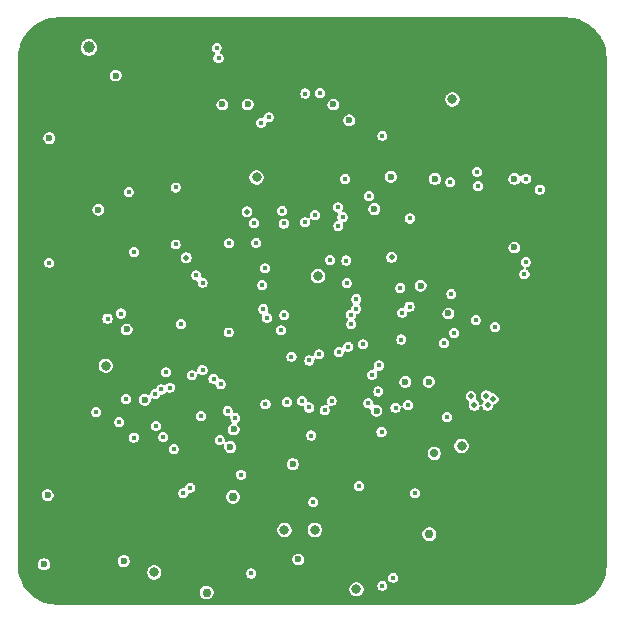
<source format=gbr>
%TF.GenerationSoftware,KiCad,Pcbnew,9.0.0*%
%TF.CreationDate,2025-03-25T10:56:33+03:00*%
%TF.ProjectId,Autopilot DronmarketV2,4175746f-7069-46c6-9f74-2044726f6e6d,rev?*%
%TF.SameCoordinates,Original*%
%TF.FileFunction,Copper,L2,Inr*%
%TF.FilePolarity,Positive*%
%FSLAX46Y46*%
G04 Gerber Fmt 4.6, Leading zero omitted, Abs format (unit mm)*
G04 Created by KiCad (PCBNEW 9.0.0) date 2025-03-25 10:56:33*
%MOMM*%
%LPD*%
G01*
G04 APERTURE LIST*
%TA.AperFunction,ComponentPad*%
%ADD10C,0.800000*%
%TD*%
%TA.AperFunction,ComponentPad*%
%ADD11C,6.400000*%
%TD*%
%TA.AperFunction,ViaPad*%
%ADD12C,0.600000*%
%TD*%
%TA.AperFunction,ViaPad*%
%ADD13C,0.450000*%
%TD*%
%TA.AperFunction,ViaPad*%
%ADD14C,0.762000*%
%TD*%
%TA.AperFunction,ViaPad*%
%ADD15C,0.500000*%
%TD*%
%TA.AperFunction,ViaPad*%
%ADD16C,0.800000*%
%TD*%
%TA.AperFunction,ViaPad*%
%ADD17C,0.700000*%
%TD*%
%TA.AperFunction,ViaPad*%
%ADD18C,1.000000*%
%TD*%
G04 APERTURE END LIST*
D10*
%TO.N,GND*%
%TO.C,H1*%
X157325000Y-59675000D03*
X158027944Y-57977944D03*
X158027944Y-61372056D03*
X159725000Y-57275000D03*
D11*
X159725000Y-59675000D03*
D10*
X159725000Y-62075000D03*
X161422056Y-57977944D03*
X161422056Y-61372056D03*
X162125000Y-59675000D03*
%TD*%
%TO.N,GND*%
%TO.C,H4*%
X187825000Y-90175000D03*
X188527944Y-88477944D03*
X188527944Y-91872056D03*
X190225000Y-87775000D03*
D11*
X190225000Y-90175000D03*
D10*
X190225000Y-92575000D03*
X191922056Y-88477944D03*
X191922056Y-91872056D03*
X192625000Y-90175000D03*
%TD*%
%TO.N,GND*%
%TO.C,H3*%
X157325000Y-90175000D03*
X158027944Y-88477944D03*
X158027944Y-91872056D03*
X159725000Y-87775000D03*
D11*
X159725000Y-90175000D03*
D10*
X159725000Y-92575000D03*
X161422056Y-88477944D03*
X161422056Y-91872056D03*
X162125000Y-90175000D03*
%TD*%
%TO.N,GND*%
%TO.C,H2*%
X187825000Y-59675000D03*
X188527944Y-57977944D03*
X188527944Y-61372056D03*
X190225000Y-57275000D03*
D11*
X190225000Y-59675000D03*
D10*
X190225000Y-62075000D03*
X191922056Y-57977944D03*
X191922056Y-61372056D03*
X192625000Y-59675000D03*
%TD*%
D12*
%TO.N,GND*%
X193125000Y-95850000D03*
X196575000Y-54250000D03*
X192200000Y-95850000D03*
X192200000Y-96800000D03*
X195650000Y-91100000D03*
X192250000Y-54275000D03*
X196800000Y-81725000D03*
X191400000Y-95850000D03*
X169703544Y-83745000D03*
D13*
X184450000Y-84775000D03*
D12*
X194900000Y-53250000D03*
X196575000Y-52300000D03*
X189675000Y-96775000D03*
X194900000Y-56125000D03*
X196525000Y-97775000D03*
X155725000Y-97775000D03*
X196575000Y-53250000D03*
D13*
X166100000Y-83275000D03*
D12*
X194900000Y-52300000D03*
X197375000Y-58050000D03*
X153400000Y-92825000D03*
X195650000Y-92050000D03*
D13*
X177200000Y-76000000D03*
D12*
X196450000Y-94000000D03*
X196450000Y-89175000D03*
X190475000Y-94900000D03*
X192250000Y-53275000D03*
X197325000Y-94950000D03*
X168625000Y-60775000D03*
X195650000Y-97775000D03*
X195700000Y-52300000D03*
X191400000Y-97750000D03*
X197325000Y-88225000D03*
D13*
X170425000Y-60925000D03*
D12*
X198125000Y-93050000D03*
X153825000Y-62550000D03*
X195650000Y-96825000D03*
D13*
X163395500Y-74525000D03*
D12*
X153400000Y-93825000D03*
X196150000Y-75875000D03*
X167825000Y-60775000D03*
X196450000Y-92050000D03*
X194850000Y-96825000D03*
X193125000Y-54275000D03*
X194900000Y-61900000D03*
X194900000Y-59000000D03*
X197325000Y-85325000D03*
X153775000Y-97775000D03*
X157925000Y-53725000D03*
D14*
X196125000Y-64125000D03*
D12*
X195650000Y-89175000D03*
X194725000Y-94925000D03*
X157125000Y-51775000D03*
X196450000Y-86275000D03*
X173975000Y-73250000D03*
X197325000Y-87275000D03*
X196450000Y-90175000D03*
D13*
X160800000Y-81625000D03*
D12*
X196575000Y-61900000D03*
X151875000Y-62550000D03*
X157625000Y-98600000D03*
X159600000Y-51775000D03*
X195700000Y-54250000D03*
X191450000Y-52325000D03*
X193125000Y-52325000D03*
X158625000Y-98600000D03*
X197325000Y-91100000D03*
X195650000Y-88225000D03*
X154725000Y-62550000D03*
X155725000Y-98575000D03*
X197325000Y-86275000D03*
X193925000Y-52325000D03*
X189675000Y-95825000D03*
X160550000Y-86250000D03*
X193125000Y-93975000D03*
X191400000Y-96800000D03*
X171175000Y-77953803D03*
X167260000Y-98590000D03*
X195650000Y-95875000D03*
X194850000Y-95875000D03*
X155054400Y-93827600D03*
X176623001Y-79433933D03*
X196575000Y-55175000D03*
D13*
X158625000Y-69900000D03*
X167625000Y-87075000D03*
D12*
X191450000Y-53275000D03*
X161500000Y-98600000D03*
X198125000Y-85325000D03*
D13*
X159150000Y-70400000D03*
D12*
X196450000Y-93050000D03*
X197325000Y-97775000D03*
D13*
X173510000Y-91640000D03*
X156750000Y-82850000D03*
D12*
X153800000Y-61550000D03*
D13*
X166810000Y-82500000D03*
D12*
X194725000Y-93975000D03*
X189675000Y-94900000D03*
X198125000Y-92050000D03*
D13*
X174120000Y-91650000D03*
D12*
X154775000Y-97775000D03*
X197375000Y-59000000D03*
X197375000Y-52300000D03*
X194725000Y-93025000D03*
X172400000Y-96900000D03*
X195700000Y-61900000D03*
X196575000Y-57125000D03*
X195650000Y-90175000D03*
X193925000Y-96800000D03*
X159600000Y-52725000D03*
X160575000Y-98600000D03*
X167825000Y-59775000D03*
X193925000Y-95850000D03*
X193125000Y-96800000D03*
X173850000Y-75750000D03*
X157925000Y-51775000D03*
X153400000Y-91875000D03*
X193125000Y-94925000D03*
X196575000Y-58050000D03*
X196450000Y-94950000D03*
X195700000Y-56125000D03*
X192200000Y-97750000D03*
X195700000Y-60950000D03*
D13*
X181550000Y-69300000D03*
D12*
X198125000Y-94000000D03*
X196800000Y-69950000D03*
X196450000Y-88225000D03*
X197375000Y-55175000D03*
X192250000Y-52325000D03*
X171425000Y-96875000D03*
X193925000Y-93975000D03*
D13*
X168300000Y-66950000D03*
D12*
X190475000Y-96775000D03*
X195700000Y-57125000D03*
X158800000Y-51775000D03*
X196575000Y-60950000D03*
X154675000Y-61550000D03*
X198125000Y-91100000D03*
X190475000Y-95825000D03*
X197325000Y-92050000D03*
X193925000Y-93025000D03*
X197325000Y-93050000D03*
X197375000Y-57125000D03*
X189675000Y-97725000D03*
X197325000Y-90175000D03*
X156650000Y-98575000D03*
X190475000Y-97725000D03*
X194850000Y-97775000D03*
X195650000Y-93050000D03*
X197325000Y-89175000D03*
X192200000Y-94925000D03*
X198125000Y-87275000D03*
D13*
X174700000Y-91640000D03*
D12*
X193125000Y-97750000D03*
X196525000Y-95875000D03*
X191450000Y-54275000D03*
X198125000Y-94950000D03*
X197325000Y-96825000D03*
X193925000Y-97750000D03*
X191275000Y-94900000D03*
D13*
X161025000Y-70225000D03*
D12*
X194900000Y-55175000D03*
X172400000Y-97700000D03*
D13*
X182750000Y-67725000D03*
D12*
X196450000Y-91100000D03*
X194900000Y-60950000D03*
X164025000Y-59925000D03*
X156650000Y-97775000D03*
X171425000Y-97675000D03*
X195700000Y-53250000D03*
X193925000Y-94925000D03*
X198125000Y-90175000D03*
X194900000Y-62900000D03*
X195700000Y-55175000D03*
X197375000Y-56125000D03*
X197375000Y-54250000D03*
D13*
X161775000Y-71600000D03*
D12*
X195650000Y-94000000D03*
X198125000Y-86275000D03*
X170600000Y-83750000D03*
X159080000Y-72625000D03*
X162475000Y-98625000D03*
X195650000Y-94950000D03*
D13*
X165000000Y-71275000D03*
D12*
X159625000Y-98600000D03*
X195700000Y-62900000D03*
X193925000Y-54275000D03*
X153775000Y-98575000D03*
X197375000Y-53250000D03*
X193925000Y-53275000D03*
D13*
X175925000Y-64000000D03*
D12*
X196525000Y-96825000D03*
X195700000Y-60000000D03*
X155050000Y-92825000D03*
X170520000Y-97690000D03*
X196575000Y-56125000D03*
X154200000Y-93825000D03*
X193125000Y-53275000D03*
X157125000Y-53725000D03*
X197325000Y-95875000D03*
X158399795Y-79363493D03*
X196575000Y-62900000D03*
X198125000Y-88225000D03*
X196450000Y-87275000D03*
X154200000Y-91875000D03*
D13*
X182950000Y-90425000D03*
D12*
X194900000Y-60000000D03*
X198125000Y-89175000D03*
X195650000Y-87275000D03*
X151875000Y-61550000D03*
X197325000Y-94000000D03*
X174925000Y-75875000D03*
X155854400Y-93827600D03*
X154200000Y-92825000D03*
D13*
X168125000Y-66475000D03*
D12*
X194900000Y-54250000D03*
D13*
X186325000Y-71182500D03*
D12*
X154775000Y-98575000D03*
X168625000Y-59775000D03*
D13*
%TO.N,VDD_3V3_SENS*%
X164800000Y-80375000D03*
D12*
X169550000Y-57450000D03*
X158375000Y-55000000D03*
D14*
X168300000Y-90672500D03*
D12*
X152600000Y-90525000D03*
X160825000Y-82450000D03*
X176800000Y-57450000D03*
X178137500Y-58787500D03*
X168075000Y-86450000D03*
X180450000Y-83375000D03*
X152300000Y-96375000D03*
X167400000Y-57450000D03*
X182886058Y-80937528D03*
X173825000Y-95975000D03*
X168357000Y-84969177D03*
X156905000Y-66350000D03*
D13*
%TO.N,NRST*%
X194275000Y-64650000D03*
X158825000Y-75150000D03*
D15*
%TO.N,VDD_3V3_MCU*%
X189750000Y-82100000D03*
D13*
X167925000Y-76750603D03*
D15*
X181726620Y-70398380D03*
X188725000Y-82925000D03*
D12*
X159290499Y-76502211D03*
D13*
X179752038Y-82752038D03*
D15*
X189850000Y-82925000D03*
D13*
X183100000Y-82900000D03*
D15*
X164350000Y-70425000D03*
D13*
X171047797Y-82846696D03*
D15*
X190325000Y-82375000D03*
X188450000Y-82150000D03*
X169495000Y-66530000D03*
D13*
%TO.N,/OSD and FRAM/CLKIN*%
X183275000Y-67100000D03*
%TO.N,/OSD and FRAM/XFB*%
X186700000Y-64040000D03*
%TO.N,/OSD and FRAM/SAG*%
X180950000Y-60100000D03*
D12*
%TO.N,Net-(U5-VIN)*%
X181672749Y-63567251D03*
%TO.N,VDD_5V_IN*%
X152750000Y-60300000D03*
D13*
X152750000Y-70840000D03*
D12*
X185402135Y-63752135D03*
X159050000Y-96115000D03*
D13*
X186780000Y-73480000D03*
D12*
X173370998Y-87904002D03*
D14*
X166075000Y-98775000D03*
D12*
X192125000Y-63750000D03*
X192125000Y-69550000D03*
X186540000Y-75140000D03*
X184875000Y-80925000D03*
%TO.N,Net-(U5-VOUT)*%
X184187840Y-72788891D03*
D16*
%TO.N,VCC*%
X172650000Y-93475000D03*
X157525000Y-79575000D03*
X161625000Y-97075000D03*
X175225000Y-93468000D03*
D14*
X184925000Y-93825000D03*
D16*
%TO.N,VDD_9V_OUT*%
X186875000Y-57025000D03*
X178750000Y-98500000D03*
D17*
X185350000Y-87000000D03*
D16*
X187650000Y-86375000D03*
D18*
%TO.N,VDD_3V3_SD*%
X156100000Y-52625000D03*
D16*
X175500000Y-71975000D03*
X170300000Y-63625000D03*
D13*
%TO.N,USART1_RX*%
X183245325Y-74558753D03*
X187024293Y-76799292D03*
%TO.N,USART1_TX*%
X182625000Y-75075000D03*
X186175000Y-77650000D03*
%TO.N,CAN1_TX*%
X170675000Y-59000000D03*
X167075000Y-53525000D03*
%TO.N,CAN1_RX*%
X171327821Y-58537585D03*
X166925000Y-52650000D03*
%TO.N,USART3_RX*%
X181862500Y-97512500D03*
X182059538Y-83119538D03*
%TO.N,USART3_TX*%
X180950000Y-98200000D03*
X177250000Y-78405403D03*
%TO.N,SPI2_MOSI*%
X163450000Y-64475000D03*
X172373401Y-76575000D03*
X163275000Y-86625000D03*
X162640000Y-80125000D03*
%TO.N,SPI2_ext_CS*%
X180650000Y-79550000D03*
X186400000Y-83900000D03*
%TO.N,SPI2_SCK*%
X169850000Y-97160000D03*
X159925000Y-69925000D03*
X182550000Y-77350000D03*
X167840000Y-83400000D03*
%TO.N,SPI2_MISO*%
X172650000Y-75275000D03*
X164675000Y-89890000D03*
X161777038Y-84647962D03*
X166650000Y-80675000D03*
X167180000Y-85840000D03*
X170260000Y-69150000D03*
X165575000Y-83825000D03*
%TO.N,I2C1_SCL*%
X175675000Y-56475000D03*
X175250000Y-66800000D03*
%TO.N,I2C1_SDA*%
X174400000Y-67420000D03*
X159475000Y-64850000D03*
X174425000Y-56525000D03*
%TO.N,TIM2_CH4*%
X167250000Y-81125000D03*
X156725000Y-83500000D03*
%TO.N,SWCLK*%
X193075000Y-70775000D03*
X179800000Y-65200000D03*
%TO.N,SWDIO*%
X188850000Y-75700000D03*
X192975000Y-71825000D03*
X182475000Y-72975000D03*
%TO.N,SDIO_D3*%
X177225000Y-67725000D03*
%TO.N,SDIO_SCK*%
X176511258Y-70611258D03*
%TO.N,SDIO_D1*%
X178287927Y-75236828D03*
X177800000Y-63750000D03*
%TO.N,SDIO_D2*%
X170060000Y-67500000D03*
X177887500Y-70662500D03*
X172600000Y-67525000D03*
%TO.N,SDIO_D0*%
X178320000Y-76030000D03*
X167960000Y-69200000D03*
%TO.N,ADC1_IN4*%
X172859500Y-82648874D03*
X164100000Y-90375000D03*
X168984000Y-88785002D03*
X158679076Y-84350000D03*
%TO.N,ADC1_IN11*%
X171167523Y-75494603D03*
X157675000Y-75575000D03*
%TO.N,USB_D_P*%
X190500000Y-76300000D03*
D12*
X180275000Y-66300000D03*
D13*
%TO.N,USB_D_N*%
X178750000Y-73925000D03*
%TO.N,BMI088_INT3_GYRO*%
X161720000Y-81950000D03*
X163900000Y-76025000D03*
X170780000Y-72750000D03*
%TO.N,BMI088_INT1_ACCEL*%
X162230000Y-81580000D03*
X165188000Y-71913000D03*
%TO.N,BMI088_GYRO_CS*%
X178050000Y-77953803D03*
X168500000Y-83975000D03*
%TO.N,BMI088_ACCEL_CS*%
X179300000Y-77750000D03*
X162400000Y-85600000D03*
X162950000Y-81420000D03*
%TO.N,BMI088_INT2_ACCEL*%
X165720000Y-79940000D03*
X165726711Y-72539999D03*
%TO.N,BMI088_INT4_GYRO*%
X159900000Y-85650000D03*
X159225000Y-82375000D03*
X170875000Y-74750000D03*
%TO.N,ICM42688_INT1_DRDY*%
X183700000Y-90365000D03*
X177575000Y-66975000D03*
%TO.N,ICM42688_INT2_FIFO*%
X177200000Y-66150000D03*
X180875000Y-85175000D03*
%TO.N,ICM42688_CS*%
X176055000Y-83351735D03*
X174752805Y-79127057D03*
%TO.N,SPI1_MOSI*%
X188952984Y-63140999D03*
X175600000Y-78600000D03*
X178950000Y-89760000D03*
X174745000Y-83105000D03*
X176656554Y-82524000D03*
%TO.N,SPI1_MISO*%
X175097400Y-91097400D03*
X180600000Y-81750000D03*
X174930000Y-85480000D03*
X174127000Y-82525000D03*
X193100000Y-63725000D03*
%TO.N,SPI1_SCK*%
X173250000Y-78800000D03*
X180075000Y-80325000D03*
X189034026Y-64349999D03*
%TO.N,SDIO_CMD*%
X172460000Y-66440000D03*
X171000000Y-71325000D03*
%TO.N,OSD_CS*%
X177930000Y-72560000D03*
%TO.N,FRAM_CS*%
X178720679Y-74751824D03*
X163450000Y-69300000D03*
%TD*%
%TA.AperFunction,Conductor*%
%TO.N,GND*%
G36*
X196455858Y-50085086D02*
G01*
X196455874Y-50085089D01*
X196455891Y-50085086D01*
X196457723Y-50085087D01*
X196475583Y-50085096D01*
X196475682Y-50085169D01*
X196497078Y-50085108D01*
X196497404Y-50085109D01*
X196503452Y-50085259D01*
X196850620Y-50102410D01*
X196863474Y-50103721D01*
X197203768Y-50156456D01*
X197216406Y-50159095D01*
X197549376Y-50247006D01*
X197561672Y-50250949D01*
X197883662Y-50373072D01*
X197895483Y-50378277D01*
X198013222Y-50437625D01*
X198202973Y-50533272D01*
X198214207Y-50539690D01*
X198503881Y-50725886D01*
X198514384Y-50733440D01*
X198783065Y-50948791D01*
X198792724Y-50957397D01*
X198939402Y-51102514D01*
X199037514Y-51199581D01*
X199046224Y-51209147D01*
X199264455Y-51475527D01*
X199272117Y-51485945D01*
X199461398Y-51773603D01*
X199467929Y-51784756D01*
X199552595Y-51948341D01*
X199626208Y-52090569D01*
X199631548Y-52102354D01*
X199757103Y-52423002D01*
X199761185Y-52435279D01*
X199852644Y-52767251D01*
X199855425Y-52779886D01*
X199911799Y-53119588D01*
X199913247Y-53132443D01*
X199914633Y-53155470D01*
X199934079Y-53478836D01*
X199934303Y-53486308D01*
X199924510Y-96466993D01*
X199924510Y-96466996D01*
X199924505Y-96485351D01*
X199924500Y-96485360D01*
X199924500Y-96506686D01*
X199924499Y-96506689D01*
X199924332Y-96513112D01*
X199906348Y-96858001D01*
X199905005Y-96870845D01*
X199851753Y-97208797D01*
X199849081Y-97221432D01*
X199760969Y-97552005D01*
X199756998Y-97564293D01*
X199634982Y-97883915D01*
X199629754Y-97895724D01*
X199475158Y-98200918D01*
X199468730Y-98212120D01*
X199283224Y-98499587D01*
X199275666Y-98510058D01*
X199061277Y-98776663D01*
X199052671Y-98786292D01*
X198811712Y-99029157D01*
X198802151Y-99037839D01*
X198537238Y-99254327D01*
X198526820Y-99261971D01*
X198516493Y-99268750D01*
X198512243Y-99271418D01*
X198049993Y-99548768D01*
X198043099Y-99552612D01*
X197925719Y-99613238D01*
X197913949Y-99618560D01*
X197868893Y-99636167D01*
X197855710Y-99640485D01*
X197193078Y-99817188D01*
X197167026Y-99821235D01*
X196658169Y-99845466D01*
X196652346Y-99845606D01*
X155530267Y-99870605D01*
X153540325Y-99870605D01*
X153520345Y-99868985D01*
X152326937Y-99674143D01*
X152286126Y-99659838D01*
X151517228Y-99227333D01*
X151495068Y-99211426D01*
X151409050Y-99134010D01*
X151013040Y-98777601D01*
X150998777Y-98762408D01*
X150947806Y-98698023D01*
X165490300Y-98698023D01*
X165490300Y-98851977D01*
X165530147Y-99000686D01*
X165530148Y-99000689D01*
X165551597Y-99037839D01*
X165607124Y-99134014D01*
X165715986Y-99242876D01*
X165809702Y-99296983D01*
X165849310Y-99319851D01*
X165849311Y-99319851D01*
X165849314Y-99319853D01*
X165998023Y-99359700D01*
X165998026Y-99359700D01*
X166151974Y-99359700D01*
X166151977Y-99359700D01*
X166300686Y-99319853D01*
X166434014Y-99242876D01*
X166542876Y-99134014D01*
X166619853Y-99000686D01*
X166659700Y-98851977D01*
X166659700Y-98698023D01*
X166619853Y-98549314D01*
X166545494Y-98420521D01*
X178146300Y-98420521D01*
X178146300Y-98579479D01*
X178187441Y-98733019D01*
X178266920Y-98870680D01*
X178379320Y-98983080D01*
X178516981Y-99062559D01*
X178670521Y-99103700D01*
X178670523Y-99103700D01*
X178829476Y-99103700D01*
X178829479Y-99103700D01*
X178983019Y-99062559D01*
X179120680Y-98983080D01*
X179233080Y-98870680D01*
X179312559Y-98733019D01*
X179353700Y-98579479D01*
X179353700Y-98420521D01*
X179312559Y-98266981D01*
X179241302Y-98143561D01*
X180521300Y-98143561D01*
X180521300Y-98256438D01*
X180550515Y-98365473D01*
X180578735Y-98414350D01*
X180606955Y-98463228D01*
X180686772Y-98543045D01*
X180784528Y-98599485D01*
X180893561Y-98628700D01*
X180893563Y-98628700D01*
X181006437Y-98628700D01*
X181006439Y-98628700D01*
X181115472Y-98599485D01*
X181213228Y-98543045D01*
X181293045Y-98463228D01*
X181349485Y-98365472D01*
X181378700Y-98256439D01*
X181378700Y-98143561D01*
X181349485Y-98034528D01*
X181293045Y-97936772D01*
X181213228Y-97856955D01*
X181164350Y-97828735D01*
X181115473Y-97800515D01*
X181060955Y-97785907D01*
X181006439Y-97771300D01*
X180893561Y-97771300D01*
X180784526Y-97800515D01*
X180686772Y-97856955D01*
X180686769Y-97856957D01*
X180606957Y-97936769D01*
X180606955Y-97936772D01*
X180550515Y-98034526D01*
X180521300Y-98143561D01*
X179241302Y-98143561D01*
X179233080Y-98129320D01*
X179120680Y-98016920D01*
X178983019Y-97937441D01*
X178829479Y-97896300D01*
X178670521Y-97896300D01*
X178516981Y-97937441D01*
X178516979Y-97937441D01*
X178516979Y-97937442D01*
X178379320Y-98016920D01*
X178379317Y-98016922D01*
X178266922Y-98129317D01*
X178266920Y-98129320D01*
X178193529Y-98256437D01*
X178187441Y-98266981D01*
X178146300Y-98420521D01*
X166545494Y-98420521D01*
X166542876Y-98415986D01*
X166434014Y-98307124D01*
X166394402Y-98284254D01*
X166300689Y-98230148D01*
X166300690Y-98230148D01*
X166273390Y-98222833D01*
X166151977Y-98190300D01*
X165998023Y-98190300D01*
X165876610Y-98222833D01*
X165849310Y-98230148D01*
X165715989Y-98307122D01*
X165715983Y-98307126D01*
X165607126Y-98415983D01*
X165607122Y-98415989D01*
X165530148Y-98549310D01*
X165530147Y-98549314D01*
X165490300Y-98698023D01*
X150947806Y-98698023D01*
X150540512Y-98183547D01*
X150523764Y-98155431D01*
X150308034Y-97652063D01*
X150303245Y-97638866D01*
X150110242Y-96995521D01*
X161021300Y-96995521D01*
X161021300Y-97154479D01*
X161062441Y-97308019D01*
X161141920Y-97445680D01*
X161254320Y-97558080D01*
X161391981Y-97637559D01*
X161545521Y-97678700D01*
X161545523Y-97678700D01*
X161704476Y-97678700D01*
X161704479Y-97678700D01*
X161858019Y-97637559D01*
X161995680Y-97558080D01*
X162108080Y-97445680D01*
X162187559Y-97308019D01*
X162228700Y-97154479D01*
X162228700Y-97103561D01*
X169421300Y-97103561D01*
X169421300Y-97216439D01*
X169435907Y-97270955D01*
X169450515Y-97325473D01*
X169462959Y-97347026D01*
X169506955Y-97423228D01*
X169586772Y-97503045D01*
X169671428Y-97551922D01*
X169682397Y-97558255D01*
X169684528Y-97559485D01*
X169793561Y-97588700D01*
X169793563Y-97588700D01*
X169906437Y-97588700D01*
X169906439Y-97588700D01*
X170015472Y-97559485D01*
X170113228Y-97503045D01*
X170160212Y-97456061D01*
X181433800Y-97456061D01*
X181433800Y-97568938D01*
X181463015Y-97677973D01*
X181463435Y-97678700D01*
X181519455Y-97775728D01*
X181599272Y-97855545D01*
X181697028Y-97911985D01*
X181806061Y-97941200D01*
X181806063Y-97941200D01*
X181918937Y-97941200D01*
X181918939Y-97941200D01*
X182027972Y-97911985D01*
X182125728Y-97855545D01*
X182205545Y-97775728D01*
X182261985Y-97677972D01*
X182291200Y-97568939D01*
X182291200Y-97456061D01*
X182261985Y-97347028D01*
X182205545Y-97249272D01*
X182125728Y-97169455D01*
X182076850Y-97141235D01*
X182027973Y-97113015D01*
X181973455Y-97098407D01*
X181918939Y-97083800D01*
X181806061Y-97083800D01*
X181697026Y-97113015D01*
X181599272Y-97169455D01*
X181599269Y-97169457D01*
X181519457Y-97249269D01*
X181519455Y-97249272D01*
X181463015Y-97347026D01*
X181433800Y-97456061D01*
X170160212Y-97456061D01*
X170193045Y-97423228D01*
X170249485Y-97325472D01*
X170278700Y-97216439D01*
X170278700Y-97103561D01*
X170249485Y-96994528D01*
X170193045Y-96896772D01*
X170113228Y-96816955D01*
X170045857Y-96778058D01*
X170015473Y-96760515D01*
X169960955Y-96745907D01*
X169906439Y-96731300D01*
X169793561Y-96731300D01*
X169684526Y-96760515D01*
X169586772Y-96816955D01*
X169586769Y-96816957D01*
X169506957Y-96896769D01*
X169506955Y-96896772D01*
X169450515Y-96994526D01*
X169436319Y-97047509D01*
X169421300Y-97103561D01*
X162228700Y-97103561D01*
X162228700Y-96995521D01*
X162187559Y-96841981D01*
X162108080Y-96704320D01*
X161995680Y-96591920D01*
X161858019Y-96512441D01*
X161704479Y-96471300D01*
X161545521Y-96471300D01*
X161391981Y-96512441D01*
X161391979Y-96512441D01*
X161391979Y-96512442D01*
X161254320Y-96591920D01*
X161254317Y-96591922D01*
X161141922Y-96704317D01*
X161141920Y-96704320D01*
X161062441Y-96841981D01*
X161021300Y-96995521D01*
X150110242Y-96995521D01*
X150083891Y-96907685D01*
X150079151Y-96883050D01*
X150076574Y-96854061D01*
X150076340Y-96850952D01*
X150056380Y-96528388D01*
X150056144Y-96520621D01*
X150056182Y-96478700D01*
X150056216Y-96441310D01*
X151796299Y-96441310D01*
X151830627Y-96569422D01*
X151830628Y-96569423D01*
X151896937Y-96684275D01*
X151896939Y-96684278D01*
X151896940Y-96684279D01*
X151990721Y-96778060D01*
X152105579Y-96844373D01*
X152233687Y-96878700D01*
X152233690Y-96878700D01*
X152366310Y-96878700D01*
X152366313Y-96878700D01*
X152494421Y-96844373D01*
X152609279Y-96778060D01*
X152703060Y-96684279D01*
X152769373Y-96569421D01*
X152803700Y-96441313D01*
X152803700Y-96308687D01*
X152769569Y-96181310D01*
X158546299Y-96181310D01*
X158580627Y-96309422D01*
X158580628Y-96309423D01*
X158646937Y-96424275D01*
X158646939Y-96424278D01*
X158646940Y-96424279D01*
X158740721Y-96518060D01*
X158740722Y-96518061D01*
X158740724Y-96518062D01*
X158758615Y-96528391D01*
X158855579Y-96584373D01*
X158983687Y-96618700D01*
X158983690Y-96618700D01*
X159116310Y-96618700D01*
X159116313Y-96618700D01*
X159244421Y-96584373D01*
X159359279Y-96518060D01*
X159453060Y-96424279D01*
X159519373Y-96309421D01*
X159553700Y-96181313D01*
X159553700Y-96048687D01*
X159551723Y-96041310D01*
X173321299Y-96041310D01*
X173355627Y-96169422D01*
X173355628Y-96169423D01*
X173421937Y-96284275D01*
X173421939Y-96284278D01*
X173421940Y-96284279D01*
X173515721Y-96378060D01*
X173630579Y-96444373D01*
X173758687Y-96478700D01*
X173758690Y-96478700D01*
X173891310Y-96478700D01*
X173891313Y-96478700D01*
X174019421Y-96444373D01*
X174134279Y-96378060D01*
X174228060Y-96284279D01*
X174294373Y-96169421D01*
X174328700Y-96041313D01*
X174328700Y-95908687D01*
X174294373Y-95780579D01*
X174228060Y-95665721D01*
X174134279Y-95571940D01*
X174134278Y-95571939D01*
X174134275Y-95571937D01*
X174019423Y-95505628D01*
X174019422Y-95505627D01*
X173987394Y-95497045D01*
X173891313Y-95471300D01*
X173758687Y-95471300D01*
X173681822Y-95491896D01*
X173630577Y-95505627D01*
X173630576Y-95505628D01*
X173515724Y-95571937D01*
X173515719Y-95571941D01*
X173421941Y-95665719D01*
X173421937Y-95665724D01*
X173355628Y-95780576D01*
X173355627Y-95780577D01*
X173348890Y-95805721D01*
X173321300Y-95908687D01*
X173321300Y-95908689D01*
X173321300Y-96041310D01*
X173321299Y-96041310D01*
X159551723Y-96041310D01*
X159519373Y-95920579D01*
X159453060Y-95805721D01*
X159359279Y-95711940D01*
X159359278Y-95711939D01*
X159359275Y-95711937D01*
X159244423Y-95645628D01*
X159244422Y-95645627D01*
X159212394Y-95637045D01*
X159116313Y-95611300D01*
X158983687Y-95611300D01*
X158906822Y-95631896D01*
X158855577Y-95645627D01*
X158855576Y-95645628D01*
X158740724Y-95711937D01*
X158740719Y-95711941D01*
X158646941Y-95805719D01*
X158646937Y-95805724D01*
X158580628Y-95920576D01*
X158580627Y-95920577D01*
X158566865Y-95971937D01*
X158546300Y-96048687D01*
X158546300Y-96048689D01*
X158546300Y-96181310D01*
X158546299Y-96181310D01*
X152769569Y-96181310D01*
X152769373Y-96180579D01*
X152703060Y-96065721D01*
X152609279Y-95971940D01*
X152609278Y-95971939D01*
X152609275Y-95971937D01*
X152494423Y-95905628D01*
X152494422Y-95905627D01*
X152462394Y-95897045D01*
X152366313Y-95871300D01*
X152233687Y-95871300D01*
X152156822Y-95891896D01*
X152105577Y-95905627D01*
X152105576Y-95905628D01*
X151990724Y-95971937D01*
X151990719Y-95971941D01*
X151896941Y-96065719D01*
X151896937Y-96065724D01*
X151830628Y-96180576D01*
X151830627Y-96180577D01*
X151830431Y-96181310D01*
X151796300Y-96308687D01*
X151796300Y-96308689D01*
X151796300Y-96441310D01*
X151796299Y-96441310D01*
X150056216Y-96441310D01*
X150057040Y-95524655D01*
X150057073Y-95522033D01*
X150074646Y-94795605D01*
X150074646Y-93395521D01*
X172046300Y-93395521D01*
X172046300Y-93554479D01*
X172087441Y-93708019D01*
X172166920Y-93845680D01*
X172279320Y-93958080D01*
X172416981Y-94037559D01*
X172570521Y-94078700D01*
X172570523Y-94078700D01*
X172729476Y-94078700D01*
X172729479Y-94078700D01*
X172883019Y-94037559D01*
X173020680Y-93958080D01*
X173133080Y-93845680D01*
X173212559Y-93708019D01*
X173253700Y-93554479D01*
X173253700Y-93395521D01*
X173251824Y-93388521D01*
X174621300Y-93388521D01*
X174621300Y-93547479D01*
X174662441Y-93701019D01*
X174741920Y-93838680D01*
X174854320Y-93951080D01*
X174991981Y-94030559D01*
X175145521Y-94071700D01*
X175145523Y-94071700D01*
X175304476Y-94071700D01*
X175304479Y-94071700D01*
X175458019Y-94030559D01*
X175595680Y-93951080D01*
X175708080Y-93838680D01*
X175760421Y-93748023D01*
X184340300Y-93748023D01*
X184340300Y-93901977D01*
X184374754Y-94030559D01*
X184380148Y-94050689D01*
X184434254Y-94144402D01*
X184457124Y-94184014D01*
X184565986Y-94292876D01*
X184659702Y-94346983D01*
X184699310Y-94369851D01*
X184699311Y-94369851D01*
X184699314Y-94369853D01*
X184848023Y-94409700D01*
X184848026Y-94409700D01*
X185001974Y-94409700D01*
X185001977Y-94409700D01*
X185150686Y-94369853D01*
X185284014Y-94292876D01*
X185392876Y-94184014D01*
X185469853Y-94050686D01*
X185509700Y-93901977D01*
X185509700Y-93748023D01*
X185469853Y-93599314D01*
X185392876Y-93465986D01*
X185284014Y-93357124D01*
X185244402Y-93334254D01*
X185150689Y-93280148D01*
X185150690Y-93280148D01*
X185138494Y-93276880D01*
X185001977Y-93240300D01*
X184848023Y-93240300D01*
X184711505Y-93276880D01*
X184699310Y-93280148D01*
X184565989Y-93357122D01*
X184565983Y-93357126D01*
X184457126Y-93465983D01*
X184457122Y-93465989D01*
X184380148Y-93599310D01*
X184380147Y-93599314D01*
X184340300Y-93748023D01*
X175760421Y-93748023D01*
X175787559Y-93701019D01*
X175828700Y-93547479D01*
X175828700Y-93388521D01*
X175787559Y-93234981D01*
X175708080Y-93097320D01*
X175595680Y-92984920D01*
X175458019Y-92905441D01*
X175304479Y-92864300D01*
X175145521Y-92864300D01*
X174991981Y-92905441D01*
X174991979Y-92905441D01*
X174991979Y-92905442D01*
X174854320Y-92984920D01*
X174854317Y-92984922D01*
X174741922Y-93097317D01*
X174741920Y-93097320D01*
X174662441Y-93234981D01*
X174621300Y-93388521D01*
X173251824Y-93388521D01*
X173212559Y-93241981D01*
X173133080Y-93104320D01*
X173020680Y-92991920D01*
X172883019Y-92912441D01*
X172729479Y-92871300D01*
X172570521Y-92871300D01*
X172416981Y-92912441D01*
X172416979Y-92912441D01*
X172416979Y-92912442D01*
X172279320Y-92991920D01*
X172279317Y-92991922D01*
X172166922Y-93104317D01*
X172166920Y-93104320D01*
X172088412Y-93240300D01*
X172087441Y-93241981D01*
X172046300Y-93395521D01*
X150074646Y-93395521D01*
X150074646Y-90591310D01*
X152096299Y-90591310D01*
X152130627Y-90719422D01*
X152130628Y-90719423D01*
X152196937Y-90834275D01*
X152196939Y-90834278D01*
X152196940Y-90834279D01*
X152290721Y-90928060D01*
X152290722Y-90928061D01*
X152290724Y-90928062D01*
X152348150Y-90961216D01*
X152405579Y-90994373D01*
X152533687Y-91028700D01*
X152533690Y-91028700D01*
X152666310Y-91028700D01*
X152666313Y-91028700D01*
X152794421Y-90994373D01*
X152909279Y-90928060D01*
X153003060Y-90834279D01*
X153069373Y-90719421D01*
X153103700Y-90591313D01*
X153103700Y-90458687D01*
X153069373Y-90330579D01*
X153062434Y-90318561D01*
X163671300Y-90318561D01*
X163671300Y-90431438D01*
X163700515Y-90540473D01*
X163728735Y-90589350D01*
X163756955Y-90638228D01*
X163836772Y-90718045D01*
X163934528Y-90774485D01*
X164043561Y-90803700D01*
X164043563Y-90803700D01*
X164156437Y-90803700D01*
X164156439Y-90803700D01*
X164265472Y-90774485D01*
X164363228Y-90718045D01*
X164443045Y-90638228D01*
X164467701Y-90595523D01*
X167715300Y-90595523D01*
X167715300Y-90749477D01*
X167755147Y-90898186D01*
X167755148Y-90898189D01*
X167797090Y-90970834D01*
X167832124Y-91031514D01*
X167940986Y-91140376D01*
X168034702Y-91194483D01*
X168074310Y-91217351D01*
X168074311Y-91217351D01*
X168074314Y-91217353D01*
X168223023Y-91257200D01*
X168223026Y-91257200D01*
X168376974Y-91257200D01*
X168376977Y-91257200D01*
X168525686Y-91217353D01*
X168659014Y-91140376D01*
X168758429Y-91040961D01*
X174668700Y-91040961D01*
X174668700Y-91153838D01*
X174697915Y-91262873D01*
X174726135Y-91311750D01*
X174754355Y-91360628D01*
X174834172Y-91440445D01*
X174931928Y-91496885D01*
X175040961Y-91526100D01*
X175040963Y-91526100D01*
X175153837Y-91526100D01*
X175153839Y-91526100D01*
X175262872Y-91496885D01*
X175360628Y-91440445D01*
X175440445Y-91360628D01*
X175496885Y-91262872D01*
X175526100Y-91153839D01*
X175526100Y-91040961D01*
X175496885Y-90931928D01*
X175440445Y-90834172D01*
X175360628Y-90754355D01*
X175280416Y-90708044D01*
X175262873Y-90697915D01*
X175208355Y-90683307D01*
X175153839Y-90668700D01*
X175040961Y-90668700D01*
X174931926Y-90697915D01*
X174834172Y-90754355D01*
X174834169Y-90754357D01*
X174754357Y-90834169D01*
X174754355Y-90834172D01*
X174697915Y-90931926D01*
X174668700Y-91040961D01*
X168758429Y-91040961D01*
X168767876Y-91031514D01*
X168844853Y-90898186D01*
X168884700Y-90749477D01*
X168884700Y-90595523D01*
X168844853Y-90446814D01*
X168767876Y-90313486D01*
X168762951Y-90308561D01*
X183271300Y-90308561D01*
X183271300Y-90421439D01*
X183281281Y-90458689D01*
X183300515Y-90530473D01*
X183306289Y-90540473D01*
X183356955Y-90628228D01*
X183436772Y-90708045D01*
X183534528Y-90764485D01*
X183643561Y-90793700D01*
X183643563Y-90793700D01*
X183756437Y-90793700D01*
X183756439Y-90793700D01*
X183865472Y-90764485D01*
X183963228Y-90708045D01*
X184043045Y-90628228D01*
X184099485Y-90530472D01*
X184128700Y-90421439D01*
X184128700Y-90308561D01*
X184099485Y-90199528D01*
X184043045Y-90101772D01*
X183963228Y-90021955D01*
X183914350Y-89993735D01*
X183865473Y-89965515D01*
X183810955Y-89950907D01*
X183756439Y-89936300D01*
X183643561Y-89936300D01*
X183534526Y-89965515D01*
X183436772Y-90021955D01*
X183436769Y-90021957D01*
X183356957Y-90101769D01*
X183356955Y-90101772D01*
X183300515Y-90199526D01*
X183291534Y-90233045D01*
X183271300Y-90308561D01*
X168762951Y-90308561D01*
X168659014Y-90204624D01*
X168617504Y-90180658D01*
X168525689Y-90127648D01*
X168525690Y-90127648D01*
X168504376Y-90121937D01*
X168376977Y-90087800D01*
X168223023Y-90087800D01*
X168095624Y-90121937D01*
X168074310Y-90127648D01*
X167940989Y-90204622D01*
X167940983Y-90204626D01*
X167832126Y-90313483D01*
X167832122Y-90313489D01*
X167755148Y-90446810D01*
X167755147Y-90446814D01*
X167715300Y-90595523D01*
X164467701Y-90595523D01*
X164499485Y-90540472D01*
X164528700Y-90431439D01*
X164528700Y-90425106D01*
X164532358Y-90411186D01*
X164546520Y-90387695D01*
X164557614Y-90362619D01*
X164564298Y-90358209D01*
X164568434Y-90351351D01*
X164593042Y-90339249D01*
X164615938Y-90324147D01*
X164627178Y-90322462D01*
X164631133Y-90320518D01*
X164636244Y-90321104D01*
X164652287Y-90318700D01*
X164731437Y-90318700D01*
X164731439Y-90318700D01*
X164840472Y-90289485D01*
X164938228Y-90233045D01*
X165018045Y-90153228D01*
X165074485Y-90055472D01*
X165103700Y-89946439D01*
X165103700Y-89833561D01*
X165074485Y-89724528D01*
X165062380Y-89703561D01*
X178521300Y-89703561D01*
X178521300Y-89816438D01*
X178550515Y-89925473D01*
X178559395Y-89940853D01*
X178606955Y-90023228D01*
X178686772Y-90103045D01*
X178784528Y-90159485D01*
X178893561Y-90188700D01*
X178893563Y-90188700D01*
X179006436Y-90188700D01*
X179006439Y-90188700D01*
X179115472Y-90159485D01*
X179213228Y-90103045D01*
X179293045Y-90023228D01*
X179349485Y-89925472D01*
X179378700Y-89816439D01*
X179378700Y-89703561D01*
X179349485Y-89594528D01*
X179293045Y-89496772D01*
X179213228Y-89416955D01*
X179164350Y-89388735D01*
X179115473Y-89360515D01*
X179060955Y-89345907D01*
X179006439Y-89331300D01*
X178893561Y-89331300D01*
X178784526Y-89360515D01*
X178686772Y-89416955D01*
X178686769Y-89416957D01*
X178606957Y-89496769D01*
X178606955Y-89496772D01*
X178550515Y-89594526D01*
X178521300Y-89703561D01*
X165062380Y-89703561D01*
X165018045Y-89626772D01*
X164938228Y-89546955D01*
X164889350Y-89518735D01*
X164840473Y-89490515D01*
X164785955Y-89475907D01*
X164731439Y-89461300D01*
X164618561Y-89461300D01*
X164509526Y-89490515D01*
X164411772Y-89546955D01*
X164411769Y-89546957D01*
X164331957Y-89626769D01*
X164331955Y-89626772D01*
X164275515Y-89724526D01*
X164246299Y-89833563D01*
X164245652Y-89838484D01*
X164217386Y-89902381D01*
X164159062Y-89940853D01*
X164122713Y-89946300D01*
X164043561Y-89946300D01*
X163934526Y-89975515D01*
X163836772Y-90031955D01*
X163836769Y-90031957D01*
X163756957Y-90111769D01*
X163756955Y-90111772D01*
X163700515Y-90209526D01*
X163671300Y-90318561D01*
X153062434Y-90318561D01*
X153013062Y-90233045D01*
X153003062Y-90215724D01*
X153003058Y-90215719D01*
X152909280Y-90121941D01*
X152909275Y-90121937D01*
X152794423Y-90055628D01*
X152794422Y-90055627D01*
X152762394Y-90047045D01*
X152666313Y-90021300D01*
X152533687Y-90021300D01*
X152456822Y-90041896D01*
X152405577Y-90055627D01*
X152405576Y-90055628D01*
X152290724Y-90121937D01*
X152290719Y-90121941D01*
X152196941Y-90215719D01*
X152196937Y-90215724D01*
X152130628Y-90330576D01*
X152130627Y-90330577D01*
X152115323Y-90387695D01*
X152096300Y-90458687D01*
X152096300Y-90458689D01*
X152096300Y-90591310D01*
X152096299Y-90591310D01*
X150074646Y-90591310D01*
X150074646Y-88728563D01*
X168555300Y-88728563D01*
X168555300Y-88841440D01*
X168584515Y-88950475D01*
X168612735Y-88999352D01*
X168640955Y-89048230D01*
X168720772Y-89128047D01*
X168818528Y-89184487D01*
X168927561Y-89213702D01*
X168927563Y-89213702D01*
X169040437Y-89213702D01*
X169040439Y-89213702D01*
X169149472Y-89184487D01*
X169247228Y-89128047D01*
X169327045Y-89048230D01*
X169383485Y-88950474D01*
X169412700Y-88841441D01*
X169412700Y-88728563D01*
X169383485Y-88619530D01*
X169327045Y-88521774D01*
X169247228Y-88441957D01*
X169187897Y-88407702D01*
X169149473Y-88385517D01*
X169094955Y-88370909D01*
X169040439Y-88356302D01*
X168927561Y-88356302D01*
X168818526Y-88385517D01*
X168720772Y-88441957D01*
X168720769Y-88441959D01*
X168640957Y-88521771D01*
X168640955Y-88521774D01*
X168584515Y-88619528D01*
X168555300Y-88728563D01*
X150074646Y-88728563D01*
X150074646Y-87970312D01*
X172867297Y-87970312D01*
X172901625Y-88098424D01*
X172901626Y-88098425D01*
X172967935Y-88213277D01*
X172967937Y-88213280D01*
X172967938Y-88213281D01*
X173061719Y-88307062D01*
X173176577Y-88373375D01*
X173304685Y-88407702D01*
X173304688Y-88407702D01*
X173437308Y-88407702D01*
X173437311Y-88407702D01*
X173565419Y-88373375D01*
X173680277Y-88307062D01*
X173774058Y-88213281D01*
X173840371Y-88098423D01*
X173874698Y-87970315D01*
X173874698Y-87837689D01*
X173840371Y-87709581D01*
X173774058Y-87594723D01*
X173680277Y-87500942D01*
X173680276Y-87500941D01*
X173680273Y-87500939D01*
X173565421Y-87434630D01*
X173565420Y-87434629D01*
X173533392Y-87426047D01*
X173437311Y-87400302D01*
X173304685Y-87400302D01*
X173227820Y-87420898D01*
X173176575Y-87434629D01*
X173176574Y-87434630D01*
X173061722Y-87500939D01*
X173061717Y-87500943D01*
X172967939Y-87594721D01*
X172967935Y-87594726D01*
X172901626Y-87709578D01*
X172901625Y-87709579D01*
X172884461Y-87773635D01*
X172867298Y-87837689D01*
X172867298Y-87837691D01*
X172867298Y-87970312D01*
X172867297Y-87970312D01*
X150074646Y-87970312D01*
X150074646Y-86568561D01*
X162846300Y-86568561D01*
X162846300Y-86681438D01*
X162875515Y-86790473D01*
X162899085Y-86831296D01*
X162931955Y-86888228D01*
X163011772Y-86968045D01*
X163109528Y-87024485D01*
X163218561Y-87053700D01*
X163218563Y-87053700D01*
X163331437Y-87053700D01*
X163331439Y-87053700D01*
X163440472Y-87024485D01*
X163538228Y-86968045D01*
X163618045Y-86888228D01*
X163674485Y-86790472D01*
X163703700Y-86681439D01*
X163703700Y-86568561D01*
X163674485Y-86459528D01*
X163618045Y-86361772D01*
X163538228Y-86281955D01*
X163464667Y-86239484D01*
X163440473Y-86225515D01*
X163377090Y-86208532D01*
X163331439Y-86196300D01*
X163218561Y-86196300D01*
X163109526Y-86225515D01*
X163011772Y-86281955D01*
X163011769Y-86281957D01*
X162931957Y-86361769D01*
X162931955Y-86361772D01*
X162875515Y-86459526D01*
X162846300Y-86568561D01*
X150074646Y-86568561D01*
X150074646Y-85593561D01*
X159471300Y-85593561D01*
X159471300Y-85706439D01*
X159481158Y-85743230D01*
X159500515Y-85815473D01*
X159504887Y-85823045D01*
X159556955Y-85913228D01*
X159636772Y-85993045D01*
X159734528Y-86049485D01*
X159843561Y-86078700D01*
X159843563Y-86078700D01*
X159956437Y-86078700D01*
X159956439Y-86078700D01*
X160065472Y-86049485D01*
X160163228Y-85993045D01*
X160243045Y-85913228D01*
X160299485Y-85815472D01*
X160328700Y-85706439D01*
X160328700Y-85593561D01*
X160315303Y-85543561D01*
X161971300Y-85543561D01*
X161971300Y-85656439D01*
X161976147Y-85674528D01*
X162000515Y-85765473D01*
X162010960Y-85783563D01*
X162056955Y-85863228D01*
X162136772Y-85943045D01*
X162201867Y-85980628D01*
X162223368Y-85993042D01*
X162234528Y-85999485D01*
X162343561Y-86028700D01*
X162343563Y-86028700D01*
X162456437Y-86028700D01*
X162456439Y-86028700D01*
X162565472Y-85999485D01*
X162663228Y-85943045D01*
X162743045Y-85863228D01*
X162789041Y-85783561D01*
X166751300Y-85783561D01*
X166751300Y-85896438D01*
X166780515Y-86005473D01*
X166792176Y-86025669D01*
X166836955Y-86103228D01*
X166916772Y-86183045D01*
X167014528Y-86239485D01*
X167123561Y-86268700D01*
X167123563Y-86268700D01*
X167236437Y-86268700D01*
X167236439Y-86268700D01*
X167345472Y-86239485D01*
X167399084Y-86208531D01*
X167466982Y-86192058D01*
X167533009Y-86214909D01*
X167576201Y-86269829D01*
X167582844Y-86339383D01*
X167580859Y-86348010D01*
X167571300Y-86383684D01*
X167571300Y-86516310D01*
X167571299Y-86516310D01*
X167605627Y-86644422D01*
X167605628Y-86644423D01*
X167671937Y-86759275D01*
X167671939Y-86759278D01*
X167671940Y-86759279D01*
X167765721Y-86853060D01*
X167765722Y-86853061D01*
X167765724Y-86853062D01*
X167774414Y-86858079D01*
X167880579Y-86919373D01*
X168008687Y-86953700D01*
X168008690Y-86953700D01*
X168141310Y-86953700D01*
X168141313Y-86953700D01*
X168240569Y-86927104D01*
X184796300Y-86927104D01*
X184796300Y-87072896D01*
X184824600Y-87178514D01*
X184834034Y-87213721D01*
X184834035Y-87213722D01*
X184906927Y-87339976D01*
X184906929Y-87339979D01*
X184906930Y-87339980D01*
X185010020Y-87443070D01*
X185136280Y-87515966D01*
X185277104Y-87553700D01*
X185277107Y-87553700D01*
X185422893Y-87553700D01*
X185422896Y-87553700D01*
X185563720Y-87515966D01*
X185689980Y-87443070D01*
X185793070Y-87339980D01*
X185865966Y-87213720D01*
X185903700Y-87072896D01*
X185903700Y-86927104D01*
X185865966Y-86786280D01*
X185793070Y-86660020D01*
X185689980Y-86556930D01*
X185689979Y-86556929D01*
X185689976Y-86556927D01*
X185563722Y-86484035D01*
X185563721Y-86484034D01*
X185528514Y-86474600D01*
X185422896Y-86446300D01*
X185277104Y-86446300D01*
X185192609Y-86468940D01*
X185136278Y-86484034D01*
X185136277Y-86484035D01*
X185010023Y-86556927D01*
X185010018Y-86556931D01*
X184906931Y-86660018D01*
X184906927Y-86660023D01*
X184834035Y-86786277D01*
X184834034Y-86786278D01*
X184832910Y-86790473D01*
X184796300Y-86927104D01*
X168240569Y-86927104D01*
X168269421Y-86919373D01*
X168384279Y-86853060D01*
X168478060Y-86759279D01*
X168544373Y-86644421D01*
X168578700Y-86516313D01*
X168578700Y-86383687D01*
X168555076Y-86295521D01*
X187046300Y-86295521D01*
X187046300Y-86454479D01*
X187087441Y-86608019D01*
X187166920Y-86745680D01*
X187279320Y-86858080D01*
X187416981Y-86937559D01*
X187570521Y-86978700D01*
X187570523Y-86978700D01*
X187729476Y-86978700D01*
X187729479Y-86978700D01*
X187883019Y-86937559D01*
X188020680Y-86858080D01*
X188133080Y-86745680D01*
X188212559Y-86608019D01*
X188253700Y-86454479D01*
X188253700Y-86295521D01*
X188212559Y-86141981D01*
X188133080Y-86004320D01*
X188020680Y-85891920D01*
X187883019Y-85812441D01*
X187729479Y-85771300D01*
X187570521Y-85771300D01*
X187416981Y-85812441D01*
X187416979Y-85812441D01*
X187416979Y-85812442D01*
X187279320Y-85891920D01*
X187279317Y-85891922D01*
X187166922Y-86004317D01*
X187166920Y-86004320D01*
X187088170Y-86140719D01*
X187087441Y-86141981D01*
X187046300Y-86295521D01*
X168555076Y-86295521D01*
X168544373Y-86255579D01*
X168502494Y-86183042D01*
X168478062Y-86140724D01*
X168478058Y-86140719D01*
X168384280Y-86046941D01*
X168384275Y-86046937D01*
X168269423Y-85980628D01*
X168269422Y-85980627D01*
X168232549Y-85970747D01*
X168141313Y-85946300D01*
X168008687Y-85946300D01*
X167917451Y-85970747D01*
X167880578Y-85980627D01*
X167791510Y-86032050D01*
X167723609Y-86048521D01*
X167657583Y-86025669D01*
X167614393Y-85970747D01*
X167608072Y-85904552D01*
X167607639Y-85904495D01*
X167607887Y-85902609D01*
X167607752Y-85901194D01*
X167608504Y-85897925D01*
X167608700Y-85896437D01*
X167608700Y-85783563D01*
X167608700Y-85783561D01*
X167579485Y-85674528D01*
X167523045Y-85576772D01*
X167443228Y-85496955D01*
X167394350Y-85468735D01*
X167345473Y-85440515D01*
X167290955Y-85425907D01*
X167236439Y-85411300D01*
X167123561Y-85411300D01*
X167014526Y-85440515D01*
X166916772Y-85496955D01*
X166916769Y-85496957D01*
X166836957Y-85576769D01*
X166836955Y-85576772D01*
X166780515Y-85674526D01*
X166751300Y-85783561D01*
X162789041Y-85783561D01*
X162799485Y-85765472D01*
X162802432Y-85754470D01*
X162805416Y-85743339D01*
X162812390Y-85717306D01*
X162828700Y-85656439D01*
X162828700Y-85543561D01*
X162799485Y-85434528D01*
X162743045Y-85336772D01*
X162663228Y-85256955D01*
X162614350Y-85228735D01*
X162565473Y-85200515D01*
X162510955Y-85185907D01*
X162456439Y-85171300D01*
X162343561Y-85171300D01*
X162234526Y-85200515D01*
X162136772Y-85256955D01*
X162136769Y-85256957D01*
X162056957Y-85336769D01*
X162056955Y-85336772D01*
X162000515Y-85434526D01*
X161983788Y-85496955D01*
X161971300Y-85543561D01*
X160315303Y-85543561D01*
X160299485Y-85484528D01*
X160243045Y-85386772D01*
X160163228Y-85306955D01*
X160114350Y-85278735D01*
X160065473Y-85250515D01*
X160010955Y-85235907D01*
X159956439Y-85221300D01*
X159843561Y-85221300D01*
X159734526Y-85250515D01*
X159636772Y-85306955D01*
X159636769Y-85306957D01*
X159556957Y-85386769D01*
X159556955Y-85386772D01*
X159500515Y-85484526D01*
X159471300Y-85593561D01*
X150074646Y-85593561D01*
X150074646Y-84293561D01*
X158250376Y-84293561D01*
X158250376Y-84406438D01*
X158279591Y-84515473D01*
X158304354Y-84558362D01*
X158336031Y-84613228D01*
X158415848Y-84693045D01*
X158513604Y-84749485D01*
X158622637Y-84778700D01*
X158622639Y-84778700D01*
X158735513Y-84778700D01*
X158735515Y-84778700D01*
X158844548Y-84749485D01*
X158942304Y-84693045D01*
X159022121Y-84613228D01*
X159034653Y-84591523D01*
X161348338Y-84591523D01*
X161348338Y-84704400D01*
X161377553Y-84813435D01*
X161388246Y-84831955D01*
X161433993Y-84911190D01*
X161513810Y-84991007D01*
X161611566Y-85047447D01*
X161720599Y-85076662D01*
X161720601Y-85076662D01*
X161833475Y-85076662D01*
X161833477Y-85076662D01*
X161942510Y-85047447D01*
X162040266Y-84991007D01*
X162120083Y-84911190D01*
X162176523Y-84813434D01*
X162205738Y-84704401D01*
X162205738Y-84591523D01*
X162176523Y-84482490D01*
X162120083Y-84384734D01*
X162040266Y-84304917D01*
X161991388Y-84276697D01*
X161942511Y-84248477D01*
X161887993Y-84233869D01*
X161833477Y-84219262D01*
X161720599Y-84219262D01*
X161611564Y-84248477D01*
X161513810Y-84304917D01*
X161513807Y-84304919D01*
X161433995Y-84384731D01*
X161433993Y-84384734D01*
X161377553Y-84482488D01*
X161348338Y-84591523D01*
X159034653Y-84591523D01*
X159078561Y-84515472D01*
X159107776Y-84406439D01*
X159107776Y-84293561D01*
X159078561Y-84184528D01*
X159022121Y-84086772D01*
X158942304Y-84006955D01*
X158854809Y-83956439D01*
X158844549Y-83950515D01*
X158790031Y-83935907D01*
X158735515Y-83921300D01*
X158622637Y-83921300D01*
X158513602Y-83950515D01*
X158415848Y-84006955D01*
X158415845Y-84006957D01*
X158336033Y-84086769D01*
X158336031Y-84086772D01*
X158279591Y-84184526D01*
X158250376Y-84293561D01*
X150074646Y-84293561D01*
X150074646Y-83443561D01*
X156296300Y-83443561D01*
X156296300Y-83556439D01*
X156310907Y-83610955D01*
X156325515Y-83665473D01*
X156342436Y-83694780D01*
X156381955Y-83763228D01*
X156461772Y-83843045D01*
X156559528Y-83899485D01*
X156668561Y-83928700D01*
X156668563Y-83928700D01*
X156781437Y-83928700D01*
X156781439Y-83928700D01*
X156890472Y-83899485D01*
X156988228Y-83843045D01*
X157062712Y-83768561D01*
X165146300Y-83768561D01*
X165146300Y-83881439D01*
X165156247Y-83918561D01*
X165175515Y-83990473D01*
X165203735Y-84039350D01*
X165231955Y-84088228D01*
X165311772Y-84168045D01*
X165409528Y-84224485D01*
X165518561Y-84253700D01*
X165518563Y-84253700D01*
X165631437Y-84253700D01*
X165631439Y-84253700D01*
X165740472Y-84224485D01*
X165838228Y-84168045D01*
X165918045Y-84088228D01*
X165974485Y-83990472D01*
X166003700Y-83881439D01*
X166003700Y-83768561D01*
X165974485Y-83659528D01*
X165918045Y-83561772D01*
X165838228Y-83481955D01*
X165770445Y-83442820D01*
X165770443Y-83442818D01*
X165740477Y-83425517D01*
X165740474Y-83425516D01*
X165740473Y-83425515D01*
X165740472Y-83425515D01*
X165631439Y-83396300D01*
X165518561Y-83396300D01*
X165409526Y-83425515D01*
X165311772Y-83481955D01*
X165311769Y-83481957D01*
X165231957Y-83561769D01*
X165231955Y-83561772D01*
X165175515Y-83659526D01*
X165155419Y-83734528D01*
X165146300Y-83768561D01*
X157062712Y-83768561D01*
X157068045Y-83763228D01*
X157074978Y-83751220D01*
X157105456Y-83698433D01*
X157124483Y-83665475D01*
X157124485Y-83665472D01*
X157153700Y-83556439D01*
X157153700Y-83443561D01*
X157126905Y-83343561D01*
X167411300Y-83343561D01*
X167411300Y-83456439D01*
X167424174Y-83504485D01*
X167440515Y-83565473D01*
X167442796Y-83569423D01*
X167496955Y-83663228D01*
X167576772Y-83743045D01*
X167674528Y-83799485D01*
X167783561Y-83828700D01*
X167783563Y-83828700D01*
X167896436Y-83828700D01*
X167896439Y-83828700D01*
X167915207Y-83823671D01*
X167985053Y-83825332D01*
X168042917Y-83864493D01*
X168070423Y-83928721D01*
X168071300Y-83943445D01*
X168071300Y-84031438D01*
X168100515Y-84140473D01*
X168116434Y-84168044D01*
X168156955Y-84238228D01*
X168156957Y-84238230D01*
X168212573Y-84293846D01*
X168246058Y-84355169D01*
X168241074Y-84424861D01*
X168199202Y-84480794D01*
X168169483Y-84495239D01*
X168170086Y-84496695D01*
X168162576Y-84499805D01*
X168047724Y-84566114D01*
X168047719Y-84566118D01*
X167953941Y-84659896D01*
X167953937Y-84659901D01*
X167887628Y-84774753D01*
X167887627Y-84774754D01*
X167886570Y-84778699D01*
X167853300Y-84902864D01*
X167853300Y-84902866D01*
X167853300Y-85035487D01*
X167853299Y-85035487D01*
X167887627Y-85163599D01*
X167887628Y-85163600D01*
X167953937Y-85278452D01*
X167953939Y-85278455D01*
X167953940Y-85278456D01*
X168047721Y-85372237D01*
X168162579Y-85438550D01*
X168290687Y-85472877D01*
X168290690Y-85472877D01*
X168423310Y-85472877D01*
X168423313Y-85472877D01*
X168551421Y-85438550D01*
X168577383Y-85423561D01*
X174501300Y-85423561D01*
X174501300Y-85536439D01*
X174503209Y-85543563D01*
X174530515Y-85645473D01*
X174558735Y-85694350D01*
X174586955Y-85743228D01*
X174666772Y-85823045D01*
X174764528Y-85879485D01*
X174873561Y-85908700D01*
X174873563Y-85908700D01*
X174986437Y-85908700D01*
X174986439Y-85908700D01*
X175095472Y-85879485D01*
X175193228Y-85823045D01*
X175273045Y-85743228D01*
X175329485Y-85645472D01*
X175358700Y-85536439D01*
X175358700Y-85423561D01*
X175329485Y-85314528D01*
X175273045Y-85216772D01*
X175193228Y-85136955D01*
X175161369Y-85118561D01*
X180446300Y-85118561D01*
X180446300Y-85231439D01*
X180458897Y-85278452D01*
X180475515Y-85340473D01*
X180493855Y-85372237D01*
X180531955Y-85438228D01*
X180611772Y-85518045D01*
X180696428Y-85566922D01*
X180697476Y-85567527D01*
X180709528Y-85574485D01*
X180818561Y-85603700D01*
X180818563Y-85603700D01*
X180931437Y-85603700D01*
X180931439Y-85603700D01*
X181040472Y-85574485D01*
X181138228Y-85518045D01*
X181218045Y-85438228D01*
X181274485Y-85340472D01*
X181303700Y-85231439D01*
X181303700Y-85118561D01*
X181274485Y-85009528D01*
X181218045Y-84911772D01*
X181138228Y-84831955D01*
X181045989Y-84778700D01*
X181040473Y-84775515D01*
X180985955Y-84760907D01*
X180931439Y-84746300D01*
X180818561Y-84746300D01*
X180709526Y-84775515D01*
X180611772Y-84831955D01*
X180611769Y-84831957D01*
X180531957Y-84911769D01*
X180531955Y-84911772D01*
X180475515Y-85009526D01*
X180456494Y-85080515D01*
X180446300Y-85118561D01*
X175161369Y-85118561D01*
X175144350Y-85108735D01*
X175095473Y-85080515D01*
X175040955Y-85065907D01*
X174986439Y-85051300D01*
X174873561Y-85051300D01*
X174764526Y-85080515D01*
X174666772Y-85136955D01*
X174666769Y-85136957D01*
X174586957Y-85216769D01*
X174586955Y-85216772D01*
X174530515Y-85314526D01*
X174511158Y-85386769D01*
X174501300Y-85423561D01*
X168577383Y-85423561D01*
X168666279Y-85372237D01*
X168760060Y-85278456D01*
X168826373Y-85163598D01*
X168860700Y-85035490D01*
X168860700Y-84902864D01*
X168826373Y-84774756D01*
X168760060Y-84659898D01*
X168666279Y-84566117D01*
X168660532Y-84560370D01*
X168662539Y-84558362D01*
X168629447Y-84513043D01*
X168625293Y-84443297D01*
X168659506Y-84382377D01*
X168684136Y-84363709D01*
X168763228Y-84318045D01*
X168843045Y-84238228D01*
X168899485Y-84140472D01*
X168928700Y-84031439D01*
X168928700Y-83918561D01*
X168899485Y-83809528D01*
X168843045Y-83711772D01*
X168763228Y-83631955D01*
X168714350Y-83603735D01*
X168665473Y-83575515D01*
X168596204Y-83556955D01*
X168556439Y-83546300D01*
X168443561Y-83546300D01*
X168443559Y-83546300D01*
X168424792Y-83551329D01*
X168354943Y-83549666D01*
X168297080Y-83510503D01*
X168269577Y-83446274D01*
X168268700Y-83431554D01*
X168268700Y-83343563D01*
X168268700Y-83343561D01*
X168239485Y-83234528D01*
X168183045Y-83136772D01*
X168103228Y-83056955D01*
X168054350Y-83028735D01*
X168005473Y-83000515D01*
X167946565Y-82984731D01*
X167896439Y-82971300D01*
X167783561Y-82971300D01*
X167674526Y-83000515D01*
X167576772Y-83056955D01*
X167576769Y-83056957D01*
X167496957Y-83136769D01*
X167496955Y-83136772D01*
X167440515Y-83234526D01*
X167426988Y-83285011D01*
X167411300Y-83343561D01*
X157126905Y-83343561D01*
X157124485Y-83334528D01*
X157068045Y-83236772D01*
X156988228Y-83156955D01*
X156918978Y-83116973D01*
X156890473Y-83100515D01*
X156804850Y-83077573D01*
X156781439Y-83071300D01*
X156668561Y-83071300D01*
X156559526Y-83100515D01*
X156461772Y-83156955D01*
X156461769Y-83156957D01*
X156381957Y-83236769D01*
X156381955Y-83236772D01*
X156325515Y-83334526D01*
X156313679Y-83378700D01*
X156296300Y-83443561D01*
X150074646Y-83443561D01*
X150074646Y-82318561D01*
X158796300Y-82318561D01*
X158796300Y-82431439D01*
X158797182Y-82434731D01*
X158825515Y-82540473D01*
X158850337Y-82583465D01*
X158881955Y-82638228D01*
X158961772Y-82718045D01*
X159059528Y-82774485D01*
X159168561Y-82803700D01*
X159168563Y-82803700D01*
X159281437Y-82803700D01*
X159281439Y-82803700D01*
X159390472Y-82774485D01*
X159488228Y-82718045D01*
X159568045Y-82638228D01*
X159624485Y-82540472D01*
X159630959Y-82516310D01*
X160321299Y-82516310D01*
X160355627Y-82644422D01*
X160355628Y-82644423D01*
X160421937Y-82759275D01*
X160421939Y-82759278D01*
X160421940Y-82759279D01*
X160515721Y-82853060D01*
X160515722Y-82853061D01*
X160515724Y-82853062D01*
X160541674Y-82868044D01*
X160630579Y-82919373D01*
X160758687Y-82953700D01*
X160758690Y-82953700D01*
X160891310Y-82953700D01*
X160891313Y-82953700D01*
X161019421Y-82919373D01*
X161134279Y-82853060D01*
X161197082Y-82790257D01*
X170619097Y-82790257D01*
X170619097Y-82903135D01*
X170632378Y-82952700D01*
X170648312Y-83012169D01*
X170669207Y-83048359D01*
X170704752Y-83109924D01*
X170784569Y-83189741D01*
X170862138Y-83234526D01*
X170876891Y-83243044D01*
X170882325Y-83246181D01*
X170991358Y-83275396D01*
X170991360Y-83275396D01*
X171104234Y-83275396D01*
X171104236Y-83275396D01*
X171213269Y-83246181D01*
X171311025Y-83189741D01*
X171390842Y-83109924D01*
X171447282Y-83012168D01*
X171476497Y-82903135D01*
X171476497Y-82790257D01*
X171447282Y-82681224D01*
X171447281Y-82681222D01*
X171447281Y-82681221D01*
X171427124Y-82646310D01*
X171427123Y-82646308D01*
X171421617Y-82636772D01*
X171396019Y-82592435D01*
X172430800Y-82592435D01*
X172430800Y-82705313D01*
X172442741Y-82749878D01*
X172460015Y-82814347D01*
X172482367Y-82853060D01*
X172516455Y-82912102D01*
X172596272Y-82991919D01*
X172694028Y-83048359D01*
X172803061Y-83077574D01*
X172803063Y-83077574D01*
X172915937Y-83077574D01*
X172915939Y-83077574D01*
X173024972Y-83048359D01*
X173122728Y-82991919D01*
X173202545Y-82912102D01*
X173258985Y-82814346D01*
X173288200Y-82705313D01*
X173288200Y-82592435D01*
X173258985Y-82483402D01*
X173250416Y-82468561D01*
X173698300Y-82468561D01*
X173698300Y-82581439D01*
X173701247Y-82592437D01*
X173727515Y-82690473D01*
X173743434Y-82718044D01*
X173783955Y-82788228D01*
X173863772Y-82868045D01*
X173940080Y-82912102D01*
X173959016Y-82923035D01*
X173961528Y-82924485D01*
X174070561Y-82953700D01*
X174070563Y-82953700D01*
X174191566Y-82953700D01*
X174191566Y-82957083D01*
X174245095Y-82965404D01*
X174297373Y-83011758D01*
X174316300Y-83077603D01*
X174316300Y-83161439D01*
X174324439Y-83191814D01*
X174345515Y-83270473D01*
X174367579Y-83308687D01*
X174401955Y-83368228D01*
X174481772Y-83448045D01*
X174579528Y-83504485D01*
X174688561Y-83533700D01*
X174688563Y-83533700D01*
X174801437Y-83533700D01*
X174801439Y-83533700D01*
X174910472Y-83504485D01*
X175008228Y-83448045D01*
X175088045Y-83368228D01*
X175130153Y-83295296D01*
X175626300Y-83295296D01*
X175626300Y-83408174D01*
X175636983Y-83448044D01*
X175655515Y-83517208D01*
X175678165Y-83556437D01*
X175711955Y-83614963D01*
X175791772Y-83694780D01*
X175889528Y-83751220D01*
X175998561Y-83780435D01*
X175998563Y-83780435D01*
X176111437Y-83780435D01*
X176111439Y-83780435D01*
X176220472Y-83751220D01*
X176318228Y-83694780D01*
X176398045Y-83614963D01*
X176454485Y-83517207D01*
X176483700Y-83408174D01*
X176483700Y-83295296D01*
X176454485Y-83186263D01*
X176417986Y-83123046D01*
X176401514Y-83055148D01*
X176424366Y-82989121D01*
X176479287Y-82945930D01*
X176548840Y-82939288D01*
X176557444Y-82941266D01*
X176600115Y-82952700D01*
X176600118Y-82952700D01*
X176712991Y-82952700D01*
X176712993Y-82952700D01*
X176822026Y-82923485D01*
X176919782Y-82867045D01*
X176999599Y-82787228D01*
X177052502Y-82695599D01*
X179323338Y-82695599D01*
X179323338Y-82808477D01*
X179332259Y-82841772D01*
X179352553Y-82917511D01*
X179373658Y-82954064D01*
X179408993Y-83015266D01*
X179488810Y-83095083D01*
X179586566Y-83151523D01*
X179695599Y-83180738D01*
X179695601Y-83180738D01*
X179816604Y-83180738D01*
X179816604Y-83182685D01*
X179875148Y-83191814D01*
X179927405Y-83238193D01*
X179946300Y-83303988D01*
X179946300Y-83441310D01*
X179946299Y-83441310D01*
X179980627Y-83569422D01*
X179980628Y-83569423D01*
X180046937Y-83684275D01*
X180046939Y-83684278D01*
X180046940Y-83684279D01*
X180140721Y-83778060D01*
X180140722Y-83778061D01*
X180140724Y-83778062D01*
X180177830Y-83799485D01*
X180255579Y-83844373D01*
X180383687Y-83878700D01*
X180383690Y-83878700D01*
X180516310Y-83878700D01*
X180516313Y-83878700D01*
X180644421Y-83844373D01*
X180645827Y-83843561D01*
X185971300Y-83843561D01*
X185971300Y-83956438D01*
X186000515Y-84065473D01*
X186013653Y-84088228D01*
X186056955Y-84163228D01*
X186136772Y-84243045D01*
X186234528Y-84299485D01*
X186343561Y-84328700D01*
X186343563Y-84328700D01*
X186456437Y-84328700D01*
X186456439Y-84328700D01*
X186565472Y-84299485D01*
X186663228Y-84243045D01*
X186743045Y-84163228D01*
X186799485Y-84065472D01*
X186828700Y-83956439D01*
X186828700Y-83843561D01*
X186799485Y-83734528D01*
X186743045Y-83636772D01*
X186663228Y-83556955D01*
X186614350Y-83528735D01*
X186565473Y-83500515D01*
X186496204Y-83481955D01*
X186456439Y-83471300D01*
X186343561Y-83471300D01*
X186234526Y-83500515D01*
X186136772Y-83556955D01*
X186136769Y-83556957D01*
X186056957Y-83636769D01*
X186056955Y-83636772D01*
X186000515Y-83734526D01*
X185971300Y-83843561D01*
X180645827Y-83843561D01*
X180759279Y-83778060D01*
X180853060Y-83684279D01*
X180919373Y-83569421D01*
X180953700Y-83441313D01*
X180953700Y-83308687D01*
X180919373Y-83180579D01*
X180916716Y-83175977D01*
X180882651Y-83116973D01*
X180882650Y-83116972D01*
X180853062Y-83065724D01*
X180853058Y-83065719D01*
X180850438Y-83063099D01*
X181630838Y-83063099D01*
X181630838Y-83175977D01*
X181638233Y-83203577D01*
X181660053Y-83285011D01*
X181668410Y-83299485D01*
X181716493Y-83382766D01*
X181796310Y-83462583D01*
X181862010Y-83500515D01*
X181890920Y-83517207D01*
X181894066Y-83519023D01*
X182003099Y-83548238D01*
X182003101Y-83548238D01*
X182115975Y-83548238D01*
X182115977Y-83548238D01*
X182225010Y-83519023D01*
X182322766Y-83462583D01*
X182402583Y-83382766D01*
X182459023Y-83285010D01*
X182488238Y-83175977D01*
X182488238Y-83160571D01*
X182507923Y-83093532D01*
X182560727Y-83047777D01*
X182629885Y-83037833D01*
X182693441Y-83066858D01*
X182719624Y-83098570D01*
X182756955Y-83163228D01*
X182836772Y-83243045D01*
X182914722Y-83288050D01*
X182927272Y-83295296D01*
X182934528Y-83299485D01*
X183043561Y-83328700D01*
X183043563Y-83328700D01*
X183156437Y-83328700D01*
X183156439Y-83328700D01*
X183265472Y-83299485D01*
X183363228Y-83243045D01*
X183443045Y-83163228D01*
X183499485Y-83065472D01*
X183528700Y-82956439D01*
X183528700Y-82843561D01*
X183499485Y-82734528D01*
X183443045Y-82636772D01*
X183363228Y-82556955D01*
X183314350Y-82528735D01*
X183265473Y-82500515D01*
X183201597Y-82483400D01*
X183156439Y-82471300D01*
X183043561Y-82471300D01*
X182934526Y-82500515D01*
X182836772Y-82556955D01*
X182836769Y-82556957D01*
X182756957Y-82636769D01*
X182756955Y-82636772D01*
X182700515Y-82734526D01*
X182671300Y-82843561D01*
X182671300Y-82858966D01*
X182651615Y-82926005D01*
X182598811Y-82971760D01*
X182529653Y-82981704D01*
X182466097Y-82952679D01*
X182439913Y-82920967D01*
X182434794Y-82912101D01*
X182402583Y-82856310D01*
X182322766Y-82776493D01*
X182273888Y-82748273D01*
X182225011Y-82720053D01*
X182169992Y-82705311D01*
X182115977Y-82690838D01*
X182003099Y-82690838D01*
X181894064Y-82720053D01*
X181796310Y-82776493D01*
X181796307Y-82776495D01*
X181716495Y-82856307D01*
X181716493Y-82856310D01*
X181660053Y-82954064D01*
X181634733Y-83048561D01*
X181630838Y-83063099D01*
X180850438Y-83063099D01*
X180759280Y-82971941D01*
X180759275Y-82971937D01*
X180644423Y-82905628D01*
X180644422Y-82905627D01*
X180612394Y-82897045D01*
X180516313Y-82871300D01*
X180383687Y-82871300D01*
X180336831Y-82883855D01*
X180266981Y-82882192D01*
X180209119Y-82843029D01*
X180181615Y-82778800D01*
X180180738Y-82764080D01*
X180180738Y-82695601D01*
X180180738Y-82695599D01*
X180151523Y-82586566D01*
X180095083Y-82488810D01*
X180015266Y-82408993D01*
X179966388Y-82380773D01*
X179917511Y-82352553D01*
X179862993Y-82337945D01*
X179808477Y-82323338D01*
X179695599Y-82323338D01*
X179586564Y-82352553D01*
X179488810Y-82408993D01*
X179488807Y-82408995D01*
X179408995Y-82488807D01*
X179408993Y-82488810D01*
X179352553Y-82586564D01*
X179324980Y-82689472D01*
X179323338Y-82695599D01*
X177052502Y-82695599D01*
X177056039Y-82689472D01*
X177085254Y-82580439D01*
X177085254Y-82467561D01*
X177056039Y-82358528D01*
X176999599Y-82260772D01*
X176919782Y-82180955D01*
X176850101Y-82140724D01*
X176822027Y-82124515D01*
X176767509Y-82109907D01*
X176712993Y-82095300D01*
X176600115Y-82095300D01*
X176491080Y-82124515D01*
X176393326Y-82180955D01*
X176393323Y-82180957D01*
X176313511Y-82260769D01*
X176313509Y-82260772D01*
X176257069Y-82358526D01*
X176236651Y-82434728D01*
X176227854Y-82467561D01*
X176227854Y-82580439D01*
X176256157Y-82686069D01*
X176257070Y-82689474D01*
X176257070Y-82689475D01*
X176293566Y-82752687D01*
X176310039Y-82820587D01*
X176287187Y-82886614D01*
X176232266Y-82929804D01*
X176162712Y-82936446D01*
X176154087Y-82934462D01*
X176111440Y-82923035D01*
X176111439Y-82923035D01*
X175998561Y-82923035D01*
X175889526Y-82952250D01*
X175791772Y-83008690D01*
X175791769Y-83008692D01*
X175711957Y-83088504D01*
X175711955Y-83088507D01*
X175655515Y-83186261D01*
X175632951Y-83270473D01*
X175626300Y-83295296D01*
X175130153Y-83295296D01*
X175144485Y-83270472D01*
X175173700Y-83161439D01*
X175173700Y-83048561D01*
X175144485Y-82939528D01*
X175144346Y-82939288D01*
X175131773Y-82917510D01*
X175088045Y-82841772D01*
X175008228Y-82761955D01*
X174935786Y-82720130D01*
X174910473Y-82705515D01*
X174850609Y-82689475D01*
X174801439Y-82676300D01*
X174688561Y-82676300D01*
X174680434Y-82676300D01*
X174680434Y-82672942D01*
X174626755Y-82664525D01*
X174574538Y-82618100D01*
X174555700Y-82552396D01*
X174555700Y-82468563D01*
X174555700Y-82468561D01*
X174526485Y-82359528D01*
X174525906Y-82358526D01*
X174505590Y-82323338D01*
X174470045Y-82261772D01*
X174390228Y-82181955D01*
X174318815Y-82140724D01*
X174292473Y-82125515D01*
X174237955Y-82110907D01*
X174183439Y-82096300D01*
X174070561Y-82096300D01*
X173961526Y-82125515D01*
X173863772Y-82181955D01*
X173863769Y-82181957D01*
X173783957Y-82261769D01*
X173783955Y-82261772D01*
X173727515Y-82359526D01*
X173704021Y-82447211D01*
X173698300Y-82468561D01*
X173250416Y-82468561D01*
X173202545Y-82385646D01*
X173122728Y-82305829D01*
X173069544Y-82275123D01*
X173024973Y-82249389D01*
X172970455Y-82234781D01*
X172915939Y-82220174D01*
X172803061Y-82220174D01*
X172694026Y-82249389D01*
X172596272Y-82305829D01*
X172596269Y-82305831D01*
X172516457Y-82385643D01*
X172516455Y-82385646D01*
X172460015Y-82483400D01*
X172434014Y-82580439D01*
X172430800Y-82592435D01*
X171396019Y-82592435D01*
X171390842Y-82583468D01*
X171311025Y-82503651D01*
X171250657Y-82468797D01*
X171213270Y-82447211D01*
X171143725Y-82428577D01*
X171104236Y-82417996D01*
X170991358Y-82417996D01*
X170882323Y-82447211D01*
X170784569Y-82503651D01*
X170784566Y-82503653D01*
X170704754Y-82583465D01*
X170704752Y-82583468D01*
X170648312Y-82681222D01*
X170627397Y-82759279D01*
X170619097Y-82790257D01*
X161197082Y-82790257D01*
X161228060Y-82759279D01*
X161251867Y-82718045D01*
X161273126Y-82681222D01*
X161294373Y-82644421D01*
X161328700Y-82516313D01*
X161328700Y-82433877D01*
X161348385Y-82366838D01*
X161401189Y-82321083D01*
X161470347Y-82311139D01*
X161514702Y-82326491D01*
X161554525Y-82349484D01*
X161554527Y-82349484D01*
X161554528Y-82349485D01*
X161663561Y-82378700D01*
X161663563Y-82378700D01*
X161776437Y-82378700D01*
X161776439Y-82378700D01*
X161885472Y-82349485D01*
X161983228Y-82293045D01*
X162063045Y-82213228D01*
X162119485Y-82115472D01*
X162123469Y-82100605D01*
X162159834Y-82040945D01*
X162222681Y-82010417D01*
X162243243Y-82008700D01*
X162286437Y-82008700D01*
X162286439Y-82008700D01*
X162395472Y-81979485D01*
X162493228Y-81923045D01*
X162573045Y-81843228D01*
X162574192Y-81841240D01*
X162575597Y-81839900D01*
X162577993Y-81836779D01*
X162578479Y-81837152D01*
X162624750Y-81793023D01*
X162693356Y-81779792D01*
X162743583Y-81795845D01*
X162756004Y-81803016D01*
X162784525Y-81819484D01*
X162784527Y-81819484D01*
X162784528Y-81819485D01*
X162893561Y-81848700D01*
X162893563Y-81848700D01*
X163006437Y-81848700D01*
X163006439Y-81848700D01*
X163115472Y-81819485D01*
X163213228Y-81763045D01*
X163282712Y-81693561D01*
X180171300Y-81693561D01*
X180171300Y-81806439D01*
X180181158Y-81843230D01*
X180200515Y-81915473D01*
X180217367Y-81944661D01*
X180256955Y-82013228D01*
X180336772Y-82093045D01*
X180434528Y-82149485D01*
X180543561Y-82178700D01*
X180543563Y-82178700D01*
X180656437Y-82178700D01*
X180656439Y-82178700D01*
X180765472Y-82149485D01*
X180863228Y-82093045D01*
X180866004Y-82090269D01*
X187996300Y-82090269D01*
X187996300Y-82209731D01*
X188027219Y-82325122D01*
X188086950Y-82428578D01*
X188171422Y-82513050D01*
X188256122Y-82561952D01*
X188264682Y-82566894D01*
X188312897Y-82617462D01*
X188326119Y-82686069D01*
X188310070Y-82736279D01*
X188309048Y-82738050D01*
X188302219Y-82749878D01*
X188271300Y-82865269D01*
X188271300Y-82984731D01*
X188302219Y-83100122D01*
X188361950Y-83203578D01*
X188446422Y-83288050D01*
X188549878Y-83347781D01*
X188665269Y-83378700D01*
X188665271Y-83378700D01*
X188784728Y-83378700D01*
X188784731Y-83378700D01*
X188900122Y-83347781D01*
X189003578Y-83288050D01*
X189088050Y-83203578D01*
X189147781Y-83100122D01*
X189167726Y-83025686D01*
X189204090Y-82966027D01*
X189266937Y-82935498D01*
X189336312Y-82943793D01*
X189390190Y-82988278D01*
X189407273Y-83025684D01*
X189427219Y-83100122D01*
X189486950Y-83203578D01*
X189571422Y-83288050D01*
X189674878Y-83347781D01*
X189790269Y-83378700D01*
X189790271Y-83378700D01*
X189909728Y-83378700D01*
X189909731Y-83378700D01*
X190025122Y-83347781D01*
X190128578Y-83288050D01*
X190213050Y-83203578D01*
X190272781Y-83100122D01*
X190303700Y-82984731D01*
X190303700Y-82945560D01*
X190323385Y-82878521D01*
X190376189Y-82832766D01*
X190395598Y-82825788D01*
X190500122Y-82797781D01*
X190603578Y-82738050D01*
X190688050Y-82653578D01*
X190747781Y-82550122D01*
X190778700Y-82434731D01*
X190778700Y-82315269D01*
X190747781Y-82199878D01*
X190688050Y-82096422D01*
X190603578Y-82011950D01*
X190500122Y-81952219D01*
X190384731Y-81921300D01*
X190265269Y-81921300D01*
X190265265Y-81921300D01*
X190259537Y-81922054D01*
X190190502Y-81911288D01*
X190138247Y-81864907D01*
X190135967Y-81861115D01*
X190113052Y-81821425D01*
X190113047Y-81821419D01*
X190028580Y-81736952D01*
X190028578Y-81736950D01*
X189925122Y-81677219D01*
X189809731Y-81646300D01*
X189690269Y-81646300D01*
X189574878Y-81677219D01*
X189574876Y-81677219D01*
X189574876Y-81677220D01*
X189471422Y-81736950D01*
X189471419Y-81736952D01*
X189386952Y-81821419D01*
X189386950Y-81821422D01*
X189328407Y-81922821D01*
X189327219Y-81924878D01*
X189296300Y-82040269D01*
X189296300Y-82159731D01*
X189327219Y-82275122D01*
X189386950Y-82378578D01*
X189386952Y-82378580D01*
X189471422Y-82463050D01*
X189471792Y-82463334D01*
X189472024Y-82463652D01*
X189477169Y-82468797D01*
X189476366Y-82469599D01*
X189512993Y-82519764D01*
X189517145Y-82589510D01*
X189490005Y-82638524D01*
X189491897Y-82639976D01*
X189486950Y-82646422D01*
X189434049Y-82738049D01*
X189427219Y-82749878D01*
X189407273Y-82824313D01*
X189370910Y-82883972D01*
X189308063Y-82914501D01*
X189238687Y-82906206D01*
X189184809Y-82861721D01*
X189167726Y-82824315D01*
X189147781Y-82749878D01*
X189088050Y-82646422D01*
X189003578Y-82561950D01*
X188918880Y-82513049D01*
X188910317Y-82508105D01*
X188862102Y-82457537D01*
X188848880Y-82388930D01*
X188864932Y-82338716D01*
X188872781Y-82325122D01*
X188903700Y-82209731D01*
X188903700Y-82090269D01*
X188872781Y-81974878D01*
X188813050Y-81871422D01*
X188728578Y-81786950D01*
X188625122Y-81727219D01*
X188509731Y-81696300D01*
X188390269Y-81696300D01*
X188274878Y-81727219D01*
X188274876Y-81727219D01*
X188274876Y-81727220D01*
X188171422Y-81786950D01*
X188171419Y-81786952D01*
X188086952Y-81871419D01*
X188086950Y-81871422D01*
X188027219Y-81974878D01*
X187996300Y-82090269D01*
X180866004Y-82090269D01*
X180943045Y-82013228D01*
X180999485Y-81915472D01*
X181028700Y-81806439D01*
X181028700Y-81693561D01*
X180999485Y-81584528D01*
X180943045Y-81486772D01*
X180863228Y-81406955D01*
X180788072Y-81363563D01*
X180765473Y-81350515D01*
X180681675Y-81328062D01*
X180656439Y-81321300D01*
X180543561Y-81321300D01*
X180434526Y-81350515D01*
X180336772Y-81406955D01*
X180336769Y-81406957D01*
X180256957Y-81486769D01*
X180256955Y-81486772D01*
X180200515Y-81584526D01*
X180174071Y-81683221D01*
X180171300Y-81693561D01*
X163282712Y-81693561D01*
X163293045Y-81683228D01*
X163314366Y-81646300D01*
X163327569Y-81623433D01*
X163349483Y-81585475D01*
X163349485Y-81585472D01*
X163378700Y-81476439D01*
X163378700Y-81363561D01*
X163349485Y-81254528D01*
X163293045Y-81156772D01*
X163213228Y-81076955D01*
X163164350Y-81048735D01*
X163115473Y-81020515D01*
X163053232Y-81003838D01*
X163006439Y-80991300D01*
X162893561Y-80991300D01*
X162784526Y-81020515D01*
X162686772Y-81076955D01*
X162686769Y-81076957D01*
X162606957Y-81156769D01*
X162606953Y-81156775D01*
X162605802Y-81158769D01*
X162604390Y-81160114D01*
X162602007Y-81163221D01*
X162601522Y-81162849D01*
X162555234Y-81206984D01*
X162486627Y-81220205D01*
X162436416Y-81204154D01*
X162395472Y-81180515D01*
X162286439Y-81151300D01*
X162173561Y-81151300D01*
X162064526Y-81180515D01*
X161966772Y-81236955D01*
X161966769Y-81236957D01*
X161886957Y-81316769D01*
X161886955Y-81316772D01*
X161830514Y-81414528D01*
X161830514Y-81414529D01*
X161826531Y-81429395D01*
X161790166Y-81489055D01*
X161727319Y-81519583D01*
X161706757Y-81521300D01*
X161663561Y-81521300D01*
X161554526Y-81550515D01*
X161456772Y-81606955D01*
X161456769Y-81606957D01*
X161376957Y-81686769D01*
X161376955Y-81686772D01*
X161320515Y-81784526D01*
X161291300Y-81893561D01*
X161291300Y-81922821D01*
X161271615Y-81989860D01*
X161218811Y-82035615D01*
X161149653Y-82045559D01*
X161105301Y-82030209D01*
X161019421Y-81980627D01*
X161019422Y-81980627D01*
X160987394Y-81972045D01*
X160891313Y-81946300D01*
X160758687Y-81946300D01*
X160681822Y-81966896D01*
X160630577Y-81980627D01*
X160630576Y-81980628D01*
X160515724Y-82046937D01*
X160515719Y-82046941D01*
X160421941Y-82140719D01*
X160421937Y-82140724D01*
X160355628Y-82255576D01*
X160355627Y-82255577D01*
X160345588Y-82293044D01*
X160321300Y-82383687D01*
X160321300Y-82383689D01*
X160321300Y-82516310D01*
X160321299Y-82516310D01*
X159630959Y-82516310D01*
X159653700Y-82431439D01*
X159653700Y-82318561D01*
X159624485Y-82209528D01*
X159568045Y-82111772D01*
X159488228Y-82031955D01*
X159436411Y-82002038D01*
X159390473Y-81975515D01*
X159335955Y-81960907D01*
X159281439Y-81946300D01*
X159168561Y-81946300D01*
X159059526Y-81975515D01*
X158961772Y-82031955D01*
X158961769Y-82031957D01*
X158881957Y-82111769D01*
X158881955Y-82111772D01*
X158825515Y-82209526D01*
X158811785Y-82260769D01*
X158796300Y-82318561D01*
X150074646Y-82318561D01*
X150074646Y-79495521D01*
X156921300Y-79495521D01*
X156921300Y-79654479D01*
X156962441Y-79808019D01*
X157041920Y-79945680D01*
X157154320Y-80058080D01*
X157291981Y-80137559D01*
X157445521Y-80178700D01*
X157445523Y-80178700D01*
X157604476Y-80178700D01*
X157604479Y-80178700D01*
X157758019Y-80137559D01*
X157877526Y-80068561D01*
X162211300Y-80068561D01*
X162211300Y-80181438D01*
X162240515Y-80290473D01*
X162256732Y-80318561D01*
X162296955Y-80388228D01*
X162376772Y-80468045D01*
X162474528Y-80524485D01*
X162583561Y-80553700D01*
X162583563Y-80553700D01*
X162696437Y-80553700D01*
X162696439Y-80553700D01*
X162805472Y-80524485D01*
X162903228Y-80468045D01*
X162983045Y-80388228D01*
X163023268Y-80318561D01*
X164371300Y-80318561D01*
X164371300Y-80431439D01*
X164381138Y-80468155D01*
X164400515Y-80540473D01*
X164408152Y-80553700D01*
X164456955Y-80638228D01*
X164536772Y-80718045D01*
X164634528Y-80774485D01*
X164743561Y-80803700D01*
X164743563Y-80803700D01*
X164856437Y-80803700D01*
X164856439Y-80803700D01*
X164965472Y-80774485D01*
X165063228Y-80718045D01*
X165143045Y-80638228D01*
X165154400Y-80618561D01*
X166221300Y-80618561D01*
X166221300Y-80731439D01*
X166227265Y-80753700D01*
X166250515Y-80840473D01*
X166268266Y-80871217D01*
X166306955Y-80938228D01*
X166386772Y-81018045D01*
X166484528Y-81074485D01*
X166593561Y-81103700D01*
X166593563Y-81103700D01*
X166705322Y-81103700D01*
X166772361Y-81123385D01*
X166818116Y-81176189D01*
X166825094Y-81195598D01*
X166840884Y-81254528D01*
X166850515Y-81290473D01*
X166865699Y-81316772D01*
X166906955Y-81388228D01*
X166986772Y-81468045D01*
X167071428Y-81516922D01*
X167082927Y-81523561D01*
X167084528Y-81524485D01*
X167193561Y-81553700D01*
X167193563Y-81553700D01*
X167306437Y-81553700D01*
X167306439Y-81553700D01*
X167415472Y-81524485D01*
X167513228Y-81468045D01*
X167593045Y-81388228D01*
X167649485Y-81290472D01*
X167678700Y-81181439D01*
X167678700Y-81068561D01*
X167661358Y-81003838D01*
X182382357Y-81003838D01*
X182416685Y-81131950D01*
X182416686Y-81131951D01*
X182482995Y-81246803D01*
X182482997Y-81246806D01*
X182482998Y-81246807D01*
X182576779Y-81340588D01*
X182576780Y-81340589D01*
X182576782Y-81340590D01*
X182616573Y-81363563D01*
X182691637Y-81406901D01*
X182819745Y-81441228D01*
X182819748Y-81441228D01*
X182952368Y-81441228D01*
X182952371Y-81441228D01*
X183080479Y-81406901D01*
X183195337Y-81340588D01*
X183289118Y-81246807D01*
X183355431Y-81131949D01*
X183389758Y-81003841D01*
X183389758Y-80991310D01*
X184371299Y-80991310D01*
X184405627Y-81119422D01*
X184405628Y-81119423D01*
X184471937Y-81234275D01*
X184471939Y-81234278D01*
X184471940Y-81234279D01*
X184565721Y-81328060D01*
X184565722Y-81328061D01*
X184565724Y-81328062D01*
X184604614Y-81350515D01*
X184680579Y-81394373D01*
X184808687Y-81428700D01*
X184808690Y-81428700D01*
X184941310Y-81428700D01*
X184941313Y-81428700D01*
X185069421Y-81394373D01*
X185184279Y-81328060D01*
X185278060Y-81234279D01*
X185344373Y-81119421D01*
X185378700Y-80991313D01*
X185378700Y-80858687D01*
X185344373Y-80730579D01*
X185291056Y-80638230D01*
X185278062Y-80615724D01*
X185278058Y-80615719D01*
X185184280Y-80521941D01*
X185184275Y-80521937D01*
X185069423Y-80455628D01*
X185069422Y-80455627D01*
X185037394Y-80447045D01*
X184941313Y-80421300D01*
X184808687Y-80421300D01*
X184731822Y-80441896D01*
X184680577Y-80455627D01*
X184680576Y-80455628D01*
X184565724Y-80521937D01*
X184565719Y-80521941D01*
X184471941Y-80615719D01*
X184471937Y-80615724D01*
X184405628Y-80730576D01*
X184405627Y-80730577D01*
X184393862Y-80774484D01*
X184371300Y-80858687D01*
X184371300Y-80858689D01*
X184371300Y-80991310D01*
X184371299Y-80991310D01*
X183389758Y-80991310D01*
X183389758Y-80871215D01*
X183355431Y-80743107D01*
X183294881Y-80638230D01*
X183289120Y-80628252D01*
X183289116Y-80628247D01*
X183195338Y-80534469D01*
X183195333Y-80534465D01*
X183080481Y-80468156D01*
X183080480Y-80468155D01*
X183033728Y-80455628D01*
X182952371Y-80433828D01*
X182819745Y-80433828D01*
X182742880Y-80454424D01*
X182691635Y-80468155D01*
X182691634Y-80468156D01*
X182576782Y-80534465D01*
X182576777Y-80534469D01*
X182482999Y-80628247D01*
X182482995Y-80628252D01*
X182416686Y-80743104D01*
X182416685Y-80743105D01*
X182406275Y-80781957D01*
X182382358Y-80871215D01*
X182382358Y-80871217D01*
X182382358Y-81003838D01*
X182382357Y-81003838D01*
X167661358Y-81003838D01*
X167649485Y-80959528D01*
X167593045Y-80861772D01*
X167513228Y-80781955D01*
X167445942Y-80743107D01*
X167415473Y-80725515D01*
X167360955Y-80710907D01*
X167306439Y-80696300D01*
X167194678Y-80696300D01*
X167127639Y-80676615D01*
X167081884Y-80623811D01*
X167074905Y-80604401D01*
X167049485Y-80509528D01*
X166993045Y-80411772D01*
X166913228Y-80331955D01*
X166841380Y-80290473D01*
X166815473Y-80275515D01*
X166789520Y-80268561D01*
X179646300Y-80268561D01*
X179646300Y-80381438D01*
X179675515Y-80490473D01*
X179700915Y-80534465D01*
X179731955Y-80588228D01*
X179811772Y-80668045D01*
X179860711Y-80696300D01*
X179898368Y-80718042D01*
X179909528Y-80724485D01*
X180018561Y-80753700D01*
X180018563Y-80753700D01*
X180131437Y-80753700D01*
X180131439Y-80753700D01*
X180240472Y-80724485D01*
X180338228Y-80668045D01*
X180418045Y-80588228D01*
X180474485Y-80490472D01*
X180503700Y-80381439D01*
X180503700Y-80268561D01*
X180474485Y-80159528D01*
X180474482Y-80159523D01*
X180471373Y-80152014D01*
X180474095Y-80150886D01*
X180460951Y-80096733D01*
X180483795Y-80030703D01*
X180538711Y-79987506D01*
X180585434Y-79981633D01*
X180585434Y-79978700D01*
X180706437Y-79978700D01*
X180706439Y-79978700D01*
X180815472Y-79949485D01*
X180913228Y-79893045D01*
X180993045Y-79813228D01*
X181049485Y-79715472D01*
X181078700Y-79606439D01*
X181078700Y-79493561D01*
X181049485Y-79384528D01*
X180993045Y-79286772D01*
X180913228Y-79206955D01*
X180864350Y-79178735D01*
X180815473Y-79150515D01*
X180760955Y-79135907D01*
X180706439Y-79121300D01*
X180593561Y-79121300D01*
X180484526Y-79150515D01*
X180386772Y-79206955D01*
X180386769Y-79206957D01*
X180306957Y-79286769D01*
X180306955Y-79286772D01*
X180250515Y-79384526D01*
X180227586Y-79470101D01*
X180221300Y-79493561D01*
X180221300Y-79606439D01*
X180240145Y-79676772D01*
X180250516Y-79715474D01*
X180253627Y-79722986D01*
X180250907Y-79724112D01*
X180264047Y-79778286D01*
X180241193Y-79844312D01*
X180186270Y-79887500D01*
X180139566Y-79893399D01*
X180139566Y-79896300D01*
X180018561Y-79896300D01*
X179909526Y-79925515D01*
X179811772Y-79981955D01*
X179811769Y-79981957D01*
X179731957Y-80061769D01*
X179731955Y-80061772D01*
X179675515Y-80159526D01*
X179646300Y-80268561D01*
X166789520Y-80268561D01*
X166759890Y-80260622D01*
X166706439Y-80246300D01*
X166593561Y-80246300D01*
X166484526Y-80275515D01*
X166386772Y-80331955D01*
X166386769Y-80331957D01*
X166306957Y-80411769D01*
X166306955Y-80411772D01*
X166250515Y-80509526D01*
X166222061Y-80615721D01*
X166221300Y-80618561D01*
X165154400Y-80618561D01*
X165199485Y-80540472D01*
X165228700Y-80431439D01*
X165228700Y-80354335D01*
X165248385Y-80287296D01*
X165301189Y-80241541D01*
X165370347Y-80231597D01*
X165433903Y-80260622D01*
X165440381Y-80266654D01*
X165456772Y-80283045D01*
X165554528Y-80339485D01*
X165663561Y-80368700D01*
X165663563Y-80368700D01*
X165776437Y-80368700D01*
X165776439Y-80368700D01*
X165885472Y-80339485D01*
X165983228Y-80283045D01*
X166063045Y-80203228D01*
X166119485Y-80105472D01*
X166148700Y-79996439D01*
X166148700Y-79883561D01*
X166119485Y-79774528D01*
X166063045Y-79676772D01*
X165983228Y-79596955D01*
X165911870Y-79555756D01*
X165885473Y-79540515D01*
X165830955Y-79525907D01*
X165776439Y-79511300D01*
X165663561Y-79511300D01*
X165554526Y-79540515D01*
X165456772Y-79596955D01*
X165456769Y-79596957D01*
X165376957Y-79676769D01*
X165376955Y-79676772D01*
X165320515Y-79774526D01*
X165291300Y-79883561D01*
X165291300Y-79960665D01*
X165271615Y-80027704D01*
X165218811Y-80073459D01*
X165149653Y-80083403D01*
X165086097Y-80054378D01*
X165079619Y-80048346D01*
X165063230Y-80031957D01*
X165063228Y-80031955D01*
X165001713Y-79996439D01*
X164965473Y-79975515D01*
X164905800Y-79959526D01*
X164856439Y-79946300D01*
X164743561Y-79946300D01*
X164634526Y-79975515D01*
X164536772Y-80031955D01*
X164536769Y-80031957D01*
X164456957Y-80111769D01*
X164456955Y-80111772D01*
X164400515Y-80209526D01*
X164380816Y-80283045D01*
X164371300Y-80318561D01*
X163023268Y-80318561D01*
X163039485Y-80290472D01*
X163068700Y-80181439D01*
X163068700Y-80068561D01*
X163039485Y-79959528D01*
X162983045Y-79861772D01*
X162903228Y-79781955D01*
X162854350Y-79753735D01*
X162805473Y-79725515D01*
X162750955Y-79710907D01*
X162696439Y-79696300D01*
X162583561Y-79696300D01*
X162474526Y-79725515D01*
X162376772Y-79781955D01*
X162376769Y-79781957D01*
X162296957Y-79861769D01*
X162296955Y-79861772D01*
X162240515Y-79959526D01*
X162211300Y-80068561D01*
X157877526Y-80068561D01*
X157895680Y-80058080D01*
X158008080Y-79945680D01*
X158087559Y-79808019D01*
X158128700Y-79654479D01*
X158128700Y-79495521D01*
X158087559Y-79341981D01*
X158008080Y-79204320D01*
X157895680Y-79091920D01*
X157758019Y-79012441D01*
X157604479Y-78971300D01*
X157445521Y-78971300D01*
X157291981Y-79012441D01*
X157291979Y-79012441D01*
X157291979Y-79012442D01*
X157154320Y-79091920D01*
X157154317Y-79091922D01*
X157041922Y-79204317D01*
X157041920Y-79204320D01*
X156962441Y-79341981D01*
X156921300Y-79495521D01*
X150074646Y-79495521D01*
X150074646Y-78743561D01*
X172821300Y-78743561D01*
X172821300Y-78856439D01*
X172823280Y-78863829D01*
X172850515Y-78965473D01*
X172870733Y-79000490D01*
X172906955Y-79063228D01*
X172986772Y-79143045D01*
X173084528Y-79199485D01*
X173193561Y-79228700D01*
X173193563Y-79228700D01*
X173306437Y-79228700D01*
X173306439Y-79228700D01*
X173415472Y-79199485D01*
X173513228Y-79143045D01*
X173585655Y-79070618D01*
X174324105Y-79070618D01*
X174324105Y-79183495D01*
X174353320Y-79292530D01*
X174381540Y-79341407D01*
X174409760Y-79390285D01*
X174489577Y-79470102D01*
X174587333Y-79526542D01*
X174696366Y-79555757D01*
X174696368Y-79555757D01*
X174809242Y-79555757D01*
X174809244Y-79555757D01*
X174918277Y-79526542D01*
X175016033Y-79470102D01*
X175095850Y-79390285D01*
X175152290Y-79292529D01*
X175181505Y-79183496D01*
X175181505Y-79070618D01*
X175181505Y-79068176D01*
X175201190Y-79001137D01*
X175253994Y-78955382D01*
X175323152Y-78945438D01*
X175367504Y-78960788D01*
X175434528Y-78999485D01*
X175543561Y-79028700D01*
X175543563Y-79028700D01*
X175656437Y-79028700D01*
X175656439Y-79028700D01*
X175765472Y-78999485D01*
X175863228Y-78943045D01*
X175943045Y-78863228D01*
X175999485Y-78765472D01*
X176028700Y-78656439D01*
X176028700Y-78543561D01*
X175999485Y-78434528D01*
X175999484Y-78434526D01*
X175999484Y-78434525D01*
X175981189Y-78402839D01*
X175981188Y-78402837D01*
X175950084Y-78348964D01*
X176821300Y-78348964D01*
X176821300Y-78461841D01*
X176850515Y-78570876D01*
X176878735Y-78619753D01*
X176906955Y-78668631D01*
X176986772Y-78748448D01*
X177084528Y-78804888D01*
X177193561Y-78834103D01*
X177193563Y-78834103D01*
X177306437Y-78834103D01*
X177306439Y-78834103D01*
X177415472Y-78804888D01*
X177513228Y-78748448D01*
X177593045Y-78668631D01*
X177649485Y-78570875D01*
X177678700Y-78461842D01*
X177678700Y-78449227D01*
X177698385Y-78382188D01*
X177751189Y-78336433D01*
X177820347Y-78326489D01*
X177864699Y-78341839D01*
X177884528Y-78353288D01*
X177993561Y-78382503D01*
X177993563Y-78382503D01*
X178106437Y-78382503D01*
X178106439Y-78382503D01*
X178215472Y-78353288D01*
X178313228Y-78296848D01*
X178393045Y-78217031D01*
X178449485Y-78119275D01*
X178478700Y-78010242D01*
X178478700Y-77897364D01*
X178449485Y-77788331D01*
X178443924Y-77778700D01*
X178425875Y-77747437D01*
X178425873Y-77747435D01*
X178394769Y-77693561D01*
X178871300Y-77693561D01*
X178871300Y-77806439D01*
X178873721Y-77815473D01*
X178900515Y-77915473D01*
X178928735Y-77964350D01*
X178956955Y-78013228D01*
X179036772Y-78093045D01*
X179134528Y-78149485D01*
X179243561Y-78178700D01*
X179243563Y-78178700D01*
X179356437Y-78178700D01*
X179356439Y-78178700D01*
X179465472Y-78149485D01*
X179563228Y-78093045D01*
X179643045Y-78013228D01*
X179699485Y-77915472D01*
X179728700Y-77806439D01*
X179728700Y-77693561D01*
X179699485Y-77584528D01*
X179643045Y-77486772D01*
X179563228Y-77406955D01*
X179563225Y-77406953D01*
X179563221Y-77406950D01*
X179538750Y-77392821D01*
X179538747Y-77392821D01*
X179465473Y-77350515D01*
X179410955Y-77335907D01*
X179356439Y-77321300D01*
X179243561Y-77321300D01*
X179134526Y-77350515D01*
X179036772Y-77406955D01*
X179036769Y-77406957D01*
X178956957Y-77486769D01*
X178956955Y-77486772D01*
X178900515Y-77584526D01*
X178892825Y-77613227D01*
X178871300Y-77693561D01*
X178394769Y-77693561D01*
X178393045Y-77690575D01*
X178313228Y-77610758D01*
X178264350Y-77582538D01*
X178215473Y-77554318D01*
X178160955Y-77539710D01*
X178106439Y-77525103D01*
X177993561Y-77525103D01*
X177884526Y-77554318D01*
X177786772Y-77610758D01*
X177786769Y-77610760D01*
X177706957Y-77690572D01*
X177706955Y-77690575D01*
X177650515Y-77788329D01*
X177621300Y-77897364D01*
X177621300Y-77909978D01*
X177601615Y-77977017D01*
X177548811Y-78022772D01*
X177479653Y-78032716D01*
X177435300Y-78017365D01*
X177415475Y-78005919D01*
X177415472Y-78005918D01*
X177306439Y-77976703D01*
X177193561Y-77976703D01*
X177084526Y-78005918D01*
X176986772Y-78062358D01*
X176986769Y-78062360D01*
X176906957Y-78142172D01*
X176906955Y-78142175D01*
X176850515Y-78239929D01*
X176821300Y-78348964D01*
X175950084Y-78348964D01*
X175943047Y-78336775D01*
X175943042Y-78336769D01*
X175863230Y-78256957D01*
X175863228Y-78256955D01*
X175794082Y-78217033D01*
X175765473Y-78200515D01*
X175684056Y-78178700D01*
X175656439Y-78171300D01*
X175543561Y-78171300D01*
X175434526Y-78200515D01*
X175336772Y-78256955D01*
X175336769Y-78256957D01*
X175256957Y-78336769D01*
X175256955Y-78336772D01*
X175200515Y-78434526D01*
X175171300Y-78543561D01*
X175171300Y-78658880D01*
X175151615Y-78725919D01*
X175098811Y-78771674D01*
X175029653Y-78781618D01*
X174985300Y-78766267D01*
X174918280Y-78727573D01*
X174918277Y-78727572D01*
X174809244Y-78698357D01*
X174696366Y-78698357D01*
X174587331Y-78727572D01*
X174489577Y-78784012D01*
X174489574Y-78784014D01*
X174409762Y-78863826D01*
X174409760Y-78863829D01*
X174353320Y-78961583D01*
X174324105Y-79070618D01*
X173585655Y-79070618D01*
X173593045Y-79063228D01*
X173649485Y-78965472D01*
X173678700Y-78856439D01*
X173678700Y-78743561D01*
X173649485Y-78634528D01*
X173593045Y-78536772D01*
X173513228Y-78456955D01*
X173464350Y-78428735D01*
X173415473Y-78400515D01*
X173360955Y-78385907D01*
X173306439Y-78371300D01*
X173193561Y-78371300D01*
X173084526Y-78400515D01*
X172986772Y-78456955D01*
X172986769Y-78456957D01*
X172906957Y-78536769D01*
X172906955Y-78536772D01*
X172850515Y-78634526D01*
X172833412Y-78698357D01*
X172821300Y-78743561D01*
X150074646Y-78743561D01*
X150074646Y-77293561D01*
X182121300Y-77293561D01*
X182121300Y-77406439D01*
X182121439Y-77406957D01*
X182150515Y-77515473D01*
X182172943Y-77554318D01*
X182206955Y-77613228D01*
X182286772Y-77693045D01*
X182384528Y-77749485D01*
X182493561Y-77778700D01*
X182493563Y-77778700D01*
X182606437Y-77778700D01*
X182606439Y-77778700D01*
X182715472Y-77749485D01*
X182813228Y-77693045D01*
X182893045Y-77613228D01*
X182904400Y-77593561D01*
X185746300Y-77593561D01*
X185746300Y-77706438D01*
X185775515Y-77815473D01*
X185803735Y-77864350D01*
X185831955Y-77913228D01*
X185911772Y-77993045D01*
X186009528Y-78049485D01*
X186118561Y-78078700D01*
X186118563Y-78078700D01*
X186231437Y-78078700D01*
X186231439Y-78078700D01*
X186340472Y-78049485D01*
X186438228Y-77993045D01*
X186518045Y-77913228D01*
X186574485Y-77815472D01*
X186603700Y-77706439D01*
X186603700Y-77593561D01*
X186574485Y-77484528D01*
X186518045Y-77386772D01*
X186438228Y-77306955D01*
X186389350Y-77278735D01*
X186340473Y-77250515D01*
X186256410Y-77227991D01*
X186231439Y-77221300D01*
X186118561Y-77221300D01*
X186009526Y-77250515D01*
X185911772Y-77306955D01*
X185911769Y-77306957D01*
X185831957Y-77386769D01*
X185831955Y-77386772D01*
X185775515Y-77484526D01*
X185746300Y-77593561D01*
X182904400Y-77593561D01*
X182935953Y-77538908D01*
X182944886Y-77523438D01*
X182944888Y-77523435D01*
X182949484Y-77515474D01*
X182949485Y-77515472D01*
X182978700Y-77406439D01*
X182978700Y-77293561D01*
X182949485Y-77184528D01*
X182893045Y-77086772D01*
X182813228Y-77006955D01*
X182751964Y-76971584D01*
X182715473Y-76950515D01*
X182660955Y-76935907D01*
X182606439Y-76921300D01*
X182493561Y-76921300D01*
X182384526Y-76950515D01*
X182286772Y-77006955D01*
X182286769Y-77006957D01*
X182206957Y-77086769D01*
X182206955Y-77086772D01*
X182150515Y-77184526D01*
X182146697Y-77198776D01*
X182121300Y-77293561D01*
X150074646Y-77293561D01*
X150074646Y-76568521D01*
X158786798Y-76568521D01*
X158821126Y-76696633D01*
X158821127Y-76696634D01*
X158887436Y-76811486D01*
X158887438Y-76811489D01*
X158887439Y-76811490D01*
X158981220Y-76905271D01*
X158981221Y-76905272D01*
X158981223Y-76905273D01*
X159003345Y-76918045D01*
X159096078Y-76971584D01*
X159224186Y-77005911D01*
X159224189Y-77005911D01*
X159356809Y-77005911D01*
X159356812Y-77005911D01*
X159484920Y-76971584D01*
X159599778Y-76905271D01*
X159693559Y-76811490D01*
X159759872Y-76696632D01*
X159760533Y-76694164D01*
X167496300Y-76694164D01*
X167496300Y-76807041D01*
X167525515Y-76916076D01*
X167545399Y-76950515D01*
X167581955Y-77013831D01*
X167661772Y-77093648D01*
X167759528Y-77150088D01*
X167868561Y-77179303D01*
X167868563Y-77179303D01*
X167981437Y-77179303D01*
X167981439Y-77179303D01*
X168090472Y-77150088D01*
X168188228Y-77093648D01*
X168268045Y-77013831D01*
X168324485Y-76916075D01*
X168353700Y-76807042D01*
X168353700Y-76694164D01*
X168324485Y-76585131D01*
X168324483Y-76585127D01*
X168317156Y-76572436D01*
X168317155Y-76572435D01*
X168296154Y-76536061D01*
X168286050Y-76518561D01*
X171944701Y-76518561D01*
X171944701Y-76631439D01*
X171945339Y-76633820D01*
X171973916Y-76740473D01*
X172002136Y-76789350D01*
X172030356Y-76838228D01*
X172110173Y-76918045D01*
X172191092Y-76964764D01*
X172202902Y-76971583D01*
X172207929Y-76974485D01*
X172316962Y-77003700D01*
X172316964Y-77003700D01*
X172429838Y-77003700D01*
X172429840Y-77003700D01*
X172538873Y-76974485D01*
X172636629Y-76918045D01*
X172716446Y-76838228D01*
X172771511Y-76742853D01*
X186595593Y-76742853D01*
X186595593Y-76855730D01*
X186624808Y-76964765D01*
X186630420Y-76974485D01*
X186681248Y-77062520D01*
X186761065Y-77142337D01*
X186858821Y-77198777D01*
X186967854Y-77227992D01*
X186967856Y-77227992D01*
X187080730Y-77227992D01*
X187080732Y-77227992D01*
X187189765Y-77198777D01*
X187287521Y-77142337D01*
X187367338Y-77062520D01*
X187423778Y-76964764D01*
X187452993Y-76855731D01*
X187452993Y-76742853D01*
X187423778Y-76633820D01*
X187367338Y-76536064D01*
X187287521Y-76456247D01*
X187232508Y-76424485D01*
X187189766Y-76399807D01*
X187135248Y-76385199D01*
X187080732Y-76370592D01*
X186967854Y-76370592D01*
X186858819Y-76399807D01*
X186761065Y-76456247D01*
X186761062Y-76456249D01*
X186681250Y-76536061D01*
X186681248Y-76536064D01*
X186624808Y-76633818D01*
X186595593Y-76742853D01*
X172771511Y-76742853D01*
X172772886Y-76740472D01*
X172802101Y-76631439D01*
X172802101Y-76518561D01*
X172772886Y-76409528D01*
X172716446Y-76311772D01*
X172636629Y-76231955D01*
X172569040Y-76192932D01*
X172538874Y-76175515D01*
X172484356Y-76160907D01*
X172429840Y-76146300D01*
X172316962Y-76146300D01*
X172207927Y-76175515D01*
X172110173Y-76231955D01*
X172110170Y-76231957D01*
X172030358Y-76311769D01*
X172030356Y-76311772D01*
X171973916Y-76409526D01*
X171953058Y-76487372D01*
X171944701Y-76518561D01*
X168286050Y-76518561D01*
X168268045Y-76487375D01*
X168188228Y-76407558D01*
X168139350Y-76379338D01*
X168090473Y-76351118D01*
X168035955Y-76336510D01*
X167981439Y-76321903D01*
X167868561Y-76321903D01*
X167759526Y-76351118D01*
X167661772Y-76407558D01*
X167661769Y-76407560D01*
X167581957Y-76487372D01*
X167581955Y-76487375D01*
X167525515Y-76585129D01*
X167496300Y-76694164D01*
X159760533Y-76694164D01*
X159794199Y-76568524D01*
X159794199Y-76435898D01*
X159759872Y-76307790D01*
X159695026Y-76195473D01*
X159693561Y-76192935D01*
X159693557Y-76192930D01*
X159599779Y-76099152D01*
X159599774Y-76099148D01*
X159545513Y-76067821D01*
X159484922Y-76032839D01*
X159484921Y-76032838D01*
X159452893Y-76024256D01*
X159356812Y-75998511D01*
X159224186Y-75998511D01*
X159147321Y-76019107D01*
X159096076Y-76032838D01*
X159096075Y-76032839D01*
X158981223Y-76099148D01*
X158981218Y-76099152D01*
X158887440Y-76192930D01*
X158887436Y-76192935D01*
X158821127Y-76307787D01*
X158821126Y-76307788D01*
X158808090Y-76356439D01*
X158786799Y-76435898D01*
X158786799Y-76435900D01*
X158786799Y-76568521D01*
X158786798Y-76568521D01*
X150074646Y-76568521D01*
X150074646Y-75966446D01*
X150075050Y-75518561D01*
X157246300Y-75518561D01*
X157246300Y-75631438D01*
X157275515Y-75740473D01*
X157290699Y-75766772D01*
X157331955Y-75838228D01*
X157411772Y-75918045D01*
X157490034Y-75963230D01*
X157507927Y-75973561D01*
X157509528Y-75974485D01*
X157618561Y-76003700D01*
X157618563Y-76003700D01*
X157731437Y-76003700D01*
X157731439Y-76003700D01*
X157840472Y-75974485D01*
X157850733Y-75968561D01*
X163471300Y-75968561D01*
X163471300Y-76081439D01*
X163480469Y-76115659D01*
X163500515Y-76190473D01*
X163503402Y-76195473D01*
X163556955Y-76288228D01*
X163636772Y-76368045D01*
X163734528Y-76424485D01*
X163843561Y-76453700D01*
X163843563Y-76453700D01*
X163956437Y-76453700D01*
X163956439Y-76453700D01*
X164065472Y-76424485D01*
X164163228Y-76368045D01*
X164243045Y-76288228D01*
X164299485Y-76190472D01*
X164328700Y-76081439D01*
X164328700Y-75968561D01*
X164299485Y-75859528D01*
X164243045Y-75761772D01*
X164163228Y-75681955D01*
X164096732Y-75643563D01*
X164065473Y-75625515D01*
X164005221Y-75609371D01*
X163956439Y-75596300D01*
X163843561Y-75596300D01*
X163734526Y-75625515D01*
X163636772Y-75681955D01*
X163636769Y-75681957D01*
X163556957Y-75761769D01*
X163556955Y-75761772D01*
X163500515Y-75859526D01*
X163474410Y-75956955D01*
X163471300Y-75968561D01*
X157850733Y-75968561D01*
X157938228Y-75918045D01*
X158018045Y-75838228D01*
X158074485Y-75740472D01*
X158103700Y-75631439D01*
X158103700Y-75518561D01*
X158074485Y-75409528D01*
X158070312Y-75402301D01*
X158066922Y-75396428D01*
X158018045Y-75311772D01*
X157938228Y-75231955D01*
X157870445Y-75192820D01*
X157870443Y-75192818D01*
X157840477Y-75175517D01*
X157840474Y-75175516D01*
X157840473Y-75175515D01*
X157840472Y-75175515D01*
X157731439Y-75146300D01*
X157618561Y-75146300D01*
X157509526Y-75175515D01*
X157411772Y-75231955D01*
X157411769Y-75231957D01*
X157331957Y-75311769D01*
X157331955Y-75311772D01*
X157275515Y-75409526D01*
X157246300Y-75518561D01*
X150075050Y-75518561D01*
X150075057Y-75510322D01*
X150075432Y-75093561D01*
X158396300Y-75093561D01*
X158396300Y-75206439D01*
X158405419Y-75240472D01*
X158425515Y-75315473D01*
X158438653Y-75338228D01*
X158481955Y-75413228D01*
X158561772Y-75493045D01*
X158659528Y-75549485D01*
X158768561Y-75578700D01*
X158768563Y-75578700D01*
X158881437Y-75578700D01*
X158881439Y-75578700D01*
X158990472Y-75549485D01*
X159088228Y-75493045D01*
X159168045Y-75413228D01*
X159224485Y-75315472D01*
X159253700Y-75206439D01*
X159253700Y-75093561D01*
X159224485Y-74984528D01*
X159168045Y-74886772D01*
X159088228Y-74806955D01*
X159088225Y-74806953D01*
X159088221Y-74806950D01*
X159063750Y-74792821D01*
X159063747Y-74792821D01*
X158990473Y-74750515D01*
X158921204Y-74731955D01*
X158881439Y-74721300D01*
X158768561Y-74721300D01*
X158659526Y-74750515D01*
X158561772Y-74806955D01*
X158561769Y-74806957D01*
X158481957Y-74886769D01*
X158481955Y-74886772D01*
X158425515Y-74984526D01*
X158416396Y-75018561D01*
X158396300Y-75093561D01*
X150075432Y-75093561D01*
X150075792Y-74693561D01*
X170446300Y-74693561D01*
X170446300Y-74806439D01*
X170450465Y-74821983D01*
X170475515Y-74915473D01*
X170492896Y-74945577D01*
X170531955Y-75013228D01*
X170611772Y-75093045D01*
X170709528Y-75149485D01*
X170709530Y-75149486D01*
X170709812Y-75149603D01*
X170710013Y-75149765D01*
X170716567Y-75153549D01*
X170715977Y-75154570D01*
X170764217Y-75193443D01*
X170786283Y-75259736D01*
X170770908Y-75321516D01*
X170771150Y-75321617D01*
X170770481Y-75323231D01*
X170769753Y-75326158D01*
X170768040Y-75329123D01*
X170768039Y-75329128D01*
X170768039Y-75329129D01*
X170768038Y-75329131D01*
X170746496Y-75409528D01*
X170738823Y-75438164D01*
X170738823Y-75551041D01*
X170768038Y-75660076D01*
X170783557Y-75686955D01*
X170824478Y-75757831D01*
X170904295Y-75837648D01*
X171002051Y-75894088D01*
X171111084Y-75923303D01*
X171111086Y-75923303D01*
X171223960Y-75923303D01*
X171223962Y-75923303D01*
X171332995Y-75894088D01*
X171430751Y-75837648D01*
X171510568Y-75757831D01*
X171567008Y-75660075D01*
X171596223Y-75551042D01*
X171596223Y-75438164D01*
X171567008Y-75329131D01*
X171567003Y-75329123D01*
X171546301Y-75293266D01*
X171510568Y-75231375D01*
X171497754Y-75218561D01*
X172221300Y-75218561D01*
X172221300Y-75331439D01*
X172235907Y-75385955D01*
X172250515Y-75440473D01*
X172278735Y-75489350D01*
X172306955Y-75538228D01*
X172386772Y-75618045D01*
X172484528Y-75674485D01*
X172593561Y-75703700D01*
X172593563Y-75703700D01*
X172706437Y-75703700D01*
X172706439Y-75703700D01*
X172815472Y-75674485D01*
X172913228Y-75618045D01*
X172993045Y-75538228D01*
X173049485Y-75440472D01*
X173078700Y-75331439D01*
X173078700Y-75218561D01*
X173068472Y-75180389D01*
X177859227Y-75180389D01*
X177859227Y-75293267D01*
X177868836Y-75329128D01*
X177888442Y-75402301D01*
X177909148Y-75438164D01*
X177944882Y-75500056D01*
X177944884Y-75500058D01*
X178006595Y-75561769D01*
X178040080Y-75623092D01*
X178035096Y-75692784D01*
X178006596Y-75737130D01*
X177976958Y-75766768D01*
X177976955Y-75766772D01*
X177920515Y-75864526D01*
X177895749Y-75956957D01*
X177891300Y-75973561D01*
X177891300Y-76086439D01*
X177902623Y-76128699D01*
X177920515Y-76195473D01*
X177941579Y-76231955D01*
X177976955Y-76293228D01*
X178056772Y-76373045D01*
X178154528Y-76429485D01*
X178263561Y-76458700D01*
X178263563Y-76458700D01*
X178376437Y-76458700D01*
X178376439Y-76458700D01*
X178485472Y-76429485D01*
X178583228Y-76373045D01*
X178663045Y-76293228D01*
X178691721Y-76243561D01*
X190071300Y-76243561D01*
X190071300Y-76356438D01*
X190100515Y-76465473D01*
X190113159Y-76487372D01*
X190156955Y-76563228D01*
X190236772Y-76643045D01*
X190321428Y-76691922D01*
X190329586Y-76696632D01*
X190334528Y-76699485D01*
X190443561Y-76728700D01*
X190443563Y-76728700D01*
X190556437Y-76728700D01*
X190556439Y-76728700D01*
X190665472Y-76699485D01*
X190763228Y-76643045D01*
X190843045Y-76563228D01*
X190899485Y-76465472D01*
X190928700Y-76356439D01*
X190928700Y-76243561D01*
X190899485Y-76134528D01*
X190843045Y-76036772D01*
X190763228Y-75956955D01*
X190695833Y-75918044D01*
X190665473Y-75900515D01*
X190610955Y-75885907D01*
X190556439Y-75871300D01*
X190443561Y-75871300D01*
X190334526Y-75900515D01*
X190236772Y-75956955D01*
X190236769Y-75956957D01*
X190156957Y-76036769D01*
X190156955Y-76036772D01*
X190100515Y-76134526D01*
X190071300Y-76243561D01*
X178691721Y-76243561D01*
X178719485Y-76195472D01*
X178748700Y-76086439D01*
X178748700Y-75973561D01*
X178719485Y-75864528D01*
X178663045Y-75766772D01*
X178601331Y-75705058D01*
X178567846Y-75643735D01*
X178572830Y-75574043D01*
X178601330Y-75529697D01*
X178630972Y-75500056D01*
X178687412Y-75402300D01*
X178716627Y-75293267D01*
X178716627Y-75291880D01*
X178716957Y-75290754D01*
X178717688Y-75285207D01*
X178718552Y-75285320D01*
X178736312Y-75224841D01*
X178789116Y-75179086D01*
X178808524Y-75172108D01*
X178886151Y-75151309D01*
X178983907Y-75094869D01*
X179060215Y-75018561D01*
X182196300Y-75018561D01*
X182196300Y-75131439D01*
X182202224Y-75153549D01*
X182225515Y-75240473D01*
X182236637Y-75259736D01*
X182281955Y-75338228D01*
X182361772Y-75418045D01*
X182459528Y-75474485D01*
X182568561Y-75503700D01*
X182568563Y-75503700D01*
X182681437Y-75503700D01*
X182681439Y-75503700D01*
X182790472Y-75474485D01*
X182888228Y-75418045D01*
X182968045Y-75338228D01*
X183024485Y-75240472D01*
X183033639Y-75206310D01*
X186036299Y-75206310D01*
X186070627Y-75334422D01*
X186070628Y-75334423D01*
X186136937Y-75449275D01*
X186136939Y-75449278D01*
X186136940Y-75449279D01*
X186230721Y-75543060D01*
X186230722Y-75543061D01*
X186230724Y-75543062D01*
X186244546Y-75551042D01*
X186345579Y-75609373D01*
X186473687Y-75643700D01*
X186473690Y-75643700D01*
X186606310Y-75643700D01*
X186606313Y-75643700D01*
X186606832Y-75643561D01*
X188421300Y-75643561D01*
X188421300Y-75756438D01*
X188450515Y-75865473D01*
X188470747Y-75900515D01*
X188506955Y-75963228D01*
X188586772Y-76043045D01*
X188661930Y-76086438D01*
X188683949Y-76099151D01*
X188684528Y-76099485D01*
X188793561Y-76128700D01*
X188793563Y-76128700D01*
X188906437Y-76128700D01*
X188906439Y-76128700D01*
X189015472Y-76099485D01*
X189113228Y-76043045D01*
X189193045Y-75963228D01*
X189249485Y-75865472D01*
X189278700Y-75756439D01*
X189278700Y-75643561D01*
X189249485Y-75534528D01*
X189193045Y-75436772D01*
X189113228Y-75356955D01*
X189054817Y-75323231D01*
X189015473Y-75300515D01*
X188958341Y-75285207D01*
X188906439Y-75271300D01*
X188793561Y-75271300D01*
X188684526Y-75300515D01*
X188586772Y-75356955D01*
X188586769Y-75356957D01*
X188506957Y-75436769D01*
X188506955Y-75436772D01*
X188450515Y-75534526D01*
X188421300Y-75643561D01*
X186606832Y-75643561D01*
X186734421Y-75609373D01*
X186849279Y-75543060D01*
X186943060Y-75449279D01*
X187009373Y-75334421D01*
X187043700Y-75206313D01*
X187043700Y-75073687D01*
X187009373Y-74945579D01*
X186968922Y-74875515D01*
X186943062Y-74830724D01*
X186943058Y-74830719D01*
X186849280Y-74736941D01*
X186849275Y-74736937D01*
X186734423Y-74670628D01*
X186734422Y-74670627D01*
X186702394Y-74662045D01*
X186606313Y-74636300D01*
X186473687Y-74636300D01*
X186396822Y-74656896D01*
X186345577Y-74670627D01*
X186345576Y-74670628D01*
X186230724Y-74736937D01*
X186230719Y-74736941D01*
X186136941Y-74830719D01*
X186136937Y-74830724D01*
X186070628Y-74945576D01*
X186070627Y-74945577D01*
X186060191Y-74984526D01*
X186036300Y-75073687D01*
X186036300Y-75073689D01*
X186036300Y-75206310D01*
X186036299Y-75206310D01*
X183033639Y-75206310D01*
X183053700Y-75131439D01*
X183053700Y-75111050D01*
X183073385Y-75044011D01*
X183126189Y-74998256D01*
X183180759Y-74990080D01*
X183180759Y-74987453D01*
X183301762Y-74987453D01*
X183301764Y-74987453D01*
X183410797Y-74958238D01*
X183508553Y-74901798D01*
X183588370Y-74821981D01*
X183644810Y-74724225D01*
X183674025Y-74615192D01*
X183674025Y-74502314D01*
X183644810Y-74393281D01*
X183588370Y-74295525D01*
X183508553Y-74215708D01*
X183459675Y-74187488D01*
X183410798Y-74159268D01*
X183356280Y-74144660D01*
X183301764Y-74130053D01*
X183188886Y-74130053D01*
X183079851Y-74159268D01*
X182982097Y-74215708D01*
X182982094Y-74215710D01*
X182902282Y-74295522D01*
X182902280Y-74295525D01*
X182845840Y-74393279D01*
X182816625Y-74502314D01*
X182816625Y-74522702D01*
X182796940Y-74589741D01*
X182744136Y-74635496D01*
X182689566Y-74643680D01*
X182689566Y-74646300D01*
X182568561Y-74646300D01*
X182459526Y-74675515D01*
X182361772Y-74731955D01*
X182361769Y-74731957D01*
X182281957Y-74811769D01*
X182281955Y-74811772D01*
X182225515Y-74909526D01*
X182204635Y-74987453D01*
X182196300Y-75018561D01*
X179060215Y-75018561D01*
X179063724Y-75015052D01*
X179087657Y-74973600D01*
X179102188Y-74948433D01*
X179117819Y-74921357D01*
X179120164Y-74917296D01*
X179149379Y-74808263D01*
X179149379Y-74695385D01*
X179120164Y-74586352D01*
X179063724Y-74488596D01*
X179015881Y-74440753D01*
X178982396Y-74379430D01*
X178987380Y-74309738D01*
X179015877Y-74265395D01*
X179093045Y-74188228D01*
X179149485Y-74090472D01*
X179178700Y-73981439D01*
X179178700Y-73868561D01*
X179149485Y-73759528D01*
X179093045Y-73661772D01*
X179013228Y-73581955D01*
X178934393Y-73536439D01*
X178915473Y-73525515D01*
X178860955Y-73510907D01*
X178806439Y-73496300D01*
X178693561Y-73496300D01*
X178584526Y-73525515D01*
X178486772Y-73581955D01*
X178486769Y-73581957D01*
X178406957Y-73661769D01*
X178406955Y-73661772D01*
X178350515Y-73759526D01*
X178321300Y-73868561D01*
X178321300Y-73981438D01*
X178350515Y-74090473D01*
X178373367Y-74130053D01*
X178406955Y-74188228D01*
X178406957Y-74188230D01*
X178454797Y-74236070D01*
X178488282Y-74297393D01*
X178483298Y-74367085D01*
X178454798Y-74411432D01*
X178377633Y-74488596D01*
X178321194Y-74586350D01*
X178291979Y-74695385D01*
X178291979Y-74696771D01*
X178291648Y-74697896D01*
X178290918Y-74703445D01*
X178290052Y-74703331D01*
X178272294Y-74763810D01*
X178219490Y-74809565D01*
X178200074Y-74816545D01*
X178179780Y-74821983D01*
X178122454Y-74837343D01*
X178024699Y-74893783D01*
X178024696Y-74893785D01*
X177944884Y-74973597D01*
X177944882Y-74973600D01*
X177888442Y-75071354D01*
X177866419Y-75153549D01*
X177859227Y-75180389D01*
X173068472Y-75180389D01*
X173049485Y-75109528D01*
X172993045Y-75011772D01*
X172913228Y-74931955D01*
X172860990Y-74901795D01*
X172815473Y-74875515D01*
X172760955Y-74860907D01*
X172706439Y-74846300D01*
X172593561Y-74846300D01*
X172484526Y-74875515D01*
X172386772Y-74931955D01*
X172386769Y-74931957D01*
X172306957Y-75011769D01*
X172306955Y-75011772D01*
X172250515Y-75109526D01*
X172231877Y-75179086D01*
X172221300Y-75218561D01*
X171497754Y-75218561D01*
X171430751Y-75151558D01*
X171332995Y-75095118D01*
X171332994Y-75095117D01*
X171332988Y-75095114D01*
X171332703Y-75094996D01*
X171332499Y-75094831D01*
X171325956Y-75091054D01*
X171326545Y-75090033D01*
X171278301Y-75051153D01*
X171256239Y-74984858D01*
X171271616Y-74923087D01*
X171271373Y-74922986D01*
X171272047Y-74921357D01*
X171272775Y-74918432D01*
X171274485Y-74915472D01*
X171303700Y-74806439D01*
X171303700Y-74693561D01*
X171274485Y-74584528D01*
X171218045Y-74486772D01*
X171138228Y-74406955D01*
X171069172Y-74367085D01*
X171040473Y-74350515D01*
X170980639Y-74334483D01*
X170931439Y-74321300D01*
X170818561Y-74321300D01*
X170709526Y-74350515D01*
X170611772Y-74406955D01*
X170611769Y-74406957D01*
X170531957Y-74486769D01*
X170531955Y-74486772D01*
X170475515Y-74584526D01*
X170461858Y-74635496D01*
X170446300Y-74693561D01*
X150075792Y-74693561D01*
X150076935Y-73423561D01*
X186351300Y-73423561D01*
X186351300Y-73536438D01*
X186380515Y-73645473D01*
X186389924Y-73661769D01*
X186436955Y-73743228D01*
X186516772Y-73823045D01*
X186614528Y-73879485D01*
X186723561Y-73908700D01*
X186723563Y-73908700D01*
X186836437Y-73908700D01*
X186836439Y-73908700D01*
X186945472Y-73879485D01*
X187043228Y-73823045D01*
X187123045Y-73743228D01*
X187179485Y-73645472D01*
X187208700Y-73536439D01*
X187208700Y-73423561D01*
X187179485Y-73314528D01*
X187123045Y-73216772D01*
X187043228Y-73136955D01*
X186976051Y-73098170D01*
X186945473Y-73080515D01*
X186890955Y-73065907D01*
X186836439Y-73051300D01*
X186723561Y-73051300D01*
X186614526Y-73080515D01*
X186516772Y-73136955D01*
X186516769Y-73136957D01*
X186436957Y-73216769D01*
X186436955Y-73216772D01*
X186380515Y-73314526D01*
X186351300Y-73423561D01*
X150076935Y-73423561D01*
X150078346Y-71856561D01*
X164759300Y-71856561D01*
X164759300Y-71969438D01*
X164788515Y-72078473D01*
X164800276Y-72098843D01*
X164844955Y-72176228D01*
X164924772Y-72256045D01*
X165022528Y-72312485D01*
X165131561Y-72341700D01*
X165131563Y-72341700D01*
X165175293Y-72341700D01*
X165242332Y-72361385D01*
X165288087Y-72414189D01*
X165297263Y-72475433D01*
X165298011Y-72475433D01*
X165298011Y-72480424D01*
X165298231Y-72481893D01*
X165298011Y-72483563D01*
X165298011Y-72596437D01*
X165327226Y-72705472D01*
X165338774Y-72725473D01*
X165383666Y-72803227D01*
X165463483Y-72883044D01*
X165561239Y-72939484D01*
X165670272Y-72968699D01*
X165670274Y-72968699D01*
X165783148Y-72968699D01*
X165783150Y-72968699D01*
X165892183Y-72939484D01*
X165989939Y-72883044D01*
X166069756Y-72803227D01*
X166126196Y-72705471D01*
X166129387Y-72693561D01*
X170351300Y-72693561D01*
X170351300Y-72806438D01*
X170380515Y-72915473D01*
X170394378Y-72939483D01*
X170436955Y-73013228D01*
X170516772Y-73093045D01*
X170614528Y-73149485D01*
X170723561Y-73178700D01*
X170723563Y-73178700D01*
X170836437Y-73178700D01*
X170836439Y-73178700D01*
X170945472Y-73149485D01*
X171043228Y-73093045D01*
X171123045Y-73013228D01*
X171179485Y-72915472D01*
X171208700Y-72806439D01*
X171208700Y-72693561D01*
X171179485Y-72584528D01*
X171123045Y-72486772D01*
X171043228Y-72406955D01*
X170987058Y-72374525D01*
X170945473Y-72350515D01*
X170890955Y-72335907D01*
X170836439Y-72321300D01*
X170723561Y-72321300D01*
X170614526Y-72350515D01*
X170516772Y-72406955D01*
X170516769Y-72406957D01*
X170436957Y-72486769D01*
X170436955Y-72486772D01*
X170380515Y-72584526D01*
X170351300Y-72693561D01*
X166129387Y-72693561D01*
X166155411Y-72596438D01*
X166155411Y-72483560D01*
X166126196Y-72374527D01*
X166069756Y-72276771D01*
X165989939Y-72196954D01*
X165939862Y-72168042D01*
X165892184Y-72140514D01*
X165837666Y-72125906D01*
X165783150Y-72111299D01*
X165739418Y-72111299D01*
X165729965Y-72108523D01*
X165720198Y-72109800D01*
X165696998Y-72098843D01*
X165672379Y-72091614D01*
X165665927Y-72084169D01*
X165657020Y-72079962D01*
X165643425Y-72058199D01*
X165626624Y-72038810D01*
X165624235Y-72027480D01*
X165620002Y-72020704D01*
X165618577Y-72000647D01*
X165615428Y-71985708D01*
X165615583Y-71973606D01*
X165616700Y-71969439D01*
X165616700Y-71895521D01*
X174896300Y-71895521D01*
X174896300Y-72054479D01*
X174937441Y-72208019D01*
X175016920Y-72345680D01*
X175129320Y-72458080D01*
X175266981Y-72537559D01*
X175420521Y-72578700D01*
X175420523Y-72578700D01*
X175579476Y-72578700D01*
X175579479Y-72578700D01*
X175733019Y-72537559D01*
X175791905Y-72503561D01*
X177501300Y-72503561D01*
X177501300Y-72616439D01*
X177515907Y-72670955D01*
X177530515Y-72725473D01*
X177558735Y-72774350D01*
X177586955Y-72823228D01*
X177666772Y-72903045D01*
X177764528Y-72959485D01*
X177873561Y-72988700D01*
X177873563Y-72988700D01*
X177986437Y-72988700D01*
X177986439Y-72988700D01*
X178095472Y-72959485D01*
X178166354Y-72918561D01*
X182046300Y-72918561D01*
X182046300Y-73031438D01*
X182075515Y-73140473D01*
X182097586Y-73178700D01*
X182131955Y-73238228D01*
X182211772Y-73318045D01*
X182309528Y-73374485D01*
X182418561Y-73403700D01*
X182418563Y-73403700D01*
X182531437Y-73403700D01*
X182531439Y-73403700D01*
X182640472Y-73374485D01*
X182738228Y-73318045D01*
X182818045Y-73238228D01*
X182874485Y-73140472D01*
X182903700Y-73031439D01*
X182903700Y-72918561D01*
X182886723Y-72855201D01*
X183684139Y-72855201D01*
X183718467Y-72983313D01*
X183718468Y-72983314D01*
X183784777Y-73098166D01*
X183784779Y-73098169D01*
X183784780Y-73098170D01*
X183878561Y-73191951D01*
X183993419Y-73258264D01*
X184121527Y-73292591D01*
X184121530Y-73292591D01*
X184254150Y-73292591D01*
X184254153Y-73292591D01*
X184382261Y-73258264D01*
X184497119Y-73191951D01*
X184590900Y-73098170D01*
X184657213Y-72983312D01*
X184691540Y-72855204D01*
X184691540Y-72722578D01*
X184657213Y-72594470D01*
X184593181Y-72483562D01*
X184590902Y-72479615D01*
X184590898Y-72479610D01*
X184497120Y-72385832D01*
X184497115Y-72385828D01*
X184382263Y-72319519D01*
X184382262Y-72319518D01*
X184350234Y-72310936D01*
X184254153Y-72285191D01*
X184121527Y-72285191D01*
X184050612Y-72304193D01*
X183993417Y-72319518D01*
X183993416Y-72319519D01*
X183878564Y-72385828D01*
X183878559Y-72385832D01*
X183784781Y-72479610D01*
X183784777Y-72479615D01*
X183718468Y-72594467D01*
X183718467Y-72594468D01*
X183712580Y-72616439D01*
X183684140Y-72722578D01*
X183684140Y-72722580D01*
X183684140Y-72855201D01*
X183684139Y-72855201D01*
X182886723Y-72855201D01*
X182874485Y-72809528D01*
X182872701Y-72806438D01*
X182855388Y-72776450D01*
X182855387Y-72776448D01*
X182818049Y-72711778D01*
X182818046Y-72711775D01*
X182818045Y-72711772D01*
X182738228Y-72631955D01*
X182689350Y-72603735D01*
X182640473Y-72575515D01*
X182585955Y-72560907D01*
X182531439Y-72546300D01*
X182418561Y-72546300D01*
X182309526Y-72575515D01*
X182211772Y-72631955D01*
X182211769Y-72631957D01*
X182131957Y-72711769D01*
X182131955Y-72711772D01*
X182075515Y-72809526D01*
X182046300Y-72918561D01*
X178166354Y-72918561D01*
X178193228Y-72903045D01*
X178273045Y-72823228D01*
X178329485Y-72725472D01*
X178358700Y-72616439D01*
X178358700Y-72503561D01*
X178329485Y-72394528D01*
X178273045Y-72296772D01*
X178193228Y-72216955D01*
X178122691Y-72176230D01*
X178095473Y-72160515D01*
X178020826Y-72140514D01*
X177986439Y-72131300D01*
X177873561Y-72131300D01*
X177764526Y-72160515D01*
X177666772Y-72216955D01*
X177666769Y-72216957D01*
X177586957Y-72296769D01*
X177586955Y-72296772D01*
X177530515Y-72394526D01*
X177501300Y-72503561D01*
X175791905Y-72503561D01*
X175870680Y-72458080D01*
X175983080Y-72345680D01*
X176062559Y-72208019D01*
X176103700Y-72054479D01*
X176103700Y-71895521D01*
X176069681Y-71768561D01*
X192546300Y-71768561D01*
X192546300Y-71881438D01*
X192575515Y-71990473D01*
X192596882Y-72027480D01*
X192631955Y-72088228D01*
X192711772Y-72168045D01*
X192809528Y-72224485D01*
X192918561Y-72253700D01*
X192918563Y-72253700D01*
X193031437Y-72253700D01*
X193031439Y-72253700D01*
X193140472Y-72224485D01*
X193238228Y-72168045D01*
X193318045Y-72088228D01*
X193374485Y-71990472D01*
X193403700Y-71881439D01*
X193403700Y-71768561D01*
X193374485Y-71659528D01*
X193318045Y-71561772D01*
X193238228Y-71481955D01*
X193140472Y-71425515D01*
X193140471Y-71425514D01*
X193134453Y-71422040D01*
X193086238Y-71371472D01*
X193073016Y-71302865D01*
X193098984Y-71238001D01*
X193155898Y-71197473D01*
X193164343Y-71194883D01*
X193240472Y-71174485D01*
X193338228Y-71118045D01*
X193418045Y-71038228D01*
X193474485Y-70940472D01*
X193503700Y-70831439D01*
X193503700Y-70718561D01*
X193474485Y-70609528D01*
X193472484Y-70606063D01*
X193455571Y-70576769D01*
X193418045Y-70511772D01*
X193338228Y-70431955D01*
X193281615Y-70399269D01*
X193240473Y-70375515D01*
X193159056Y-70353700D01*
X193131439Y-70346300D01*
X193018561Y-70346300D01*
X192909526Y-70375515D01*
X192811772Y-70431955D01*
X192811769Y-70431957D01*
X192731957Y-70511769D01*
X192731955Y-70511772D01*
X192675515Y-70609526D01*
X192646300Y-70718561D01*
X192646300Y-70831438D01*
X192675515Y-70940473D01*
X192683500Y-70954303D01*
X192731955Y-71038228D01*
X192811772Y-71118045D01*
X192811773Y-71118046D01*
X192811775Y-71118047D01*
X192915545Y-71177959D01*
X192963761Y-71228526D01*
X192976983Y-71297134D01*
X192951015Y-71361998D01*
X192894101Y-71402526D01*
X192885638Y-71405121D01*
X192809528Y-71425515D01*
X192809527Y-71425515D01*
X192809525Y-71425516D01*
X192711772Y-71481955D01*
X192711769Y-71481957D01*
X192631957Y-71561769D01*
X192631955Y-71561772D01*
X192575515Y-71659526D01*
X192546300Y-71768561D01*
X176069681Y-71768561D01*
X176062559Y-71741981D01*
X175983080Y-71604320D01*
X175870680Y-71491920D01*
X175733019Y-71412441D01*
X175579479Y-71371300D01*
X175420521Y-71371300D01*
X175266981Y-71412441D01*
X175266979Y-71412441D01*
X175266979Y-71412442D01*
X175129320Y-71491920D01*
X175129317Y-71491922D01*
X175016922Y-71604317D01*
X175016920Y-71604320D01*
X174937441Y-71741981D01*
X174896300Y-71895521D01*
X165616700Y-71895521D01*
X165616700Y-71856561D01*
X165587485Y-71747528D01*
X165531045Y-71649772D01*
X165451228Y-71569955D01*
X165402350Y-71541735D01*
X165353473Y-71513515D01*
X165272885Y-71491922D01*
X165244439Y-71484300D01*
X165131561Y-71484300D01*
X165022526Y-71513515D01*
X164924772Y-71569955D01*
X164924769Y-71569957D01*
X164844957Y-71649769D01*
X164844955Y-71649772D01*
X164788515Y-71747526D01*
X164759300Y-71856561D01*
X150078346Y-71856561D01*
X150078353Y-71848322D01*
X150079312Y-70783561D01*
X152321300Y-70783561D01*
X152321300Y-70896439D01*
X152333099Y-70940473D01*
X152350515Y-71005473D01*
X152353558Y-71010743D01*
X152406955Y-71103228D01*
X152486772Y-71183045D01*
X152565547Y-71228526D01*
X152581957Y-71238001D01*
X152584528Y-71239485D01*
X152693561Y-71268700D01*
X152693563Y-71268700D01*
X152806437Y-71268700D01*
X152806439Y-71268700D01*
X152806958Y-71268561D01*
X170571300Y-71268561D01*
X170571300Y-71381438D01*
X170600515Y-71490473D01*
X170601352Y-71491922D01*
X170656955Y-71588228D01*
X170736772Y-71668045D01*
X170834528Y-71724485D01*
X170943561Y-71753700D01*
X170943563Y-71753700D01*
X171056437Y-71753700D01*
X171056439Y-71753700D01*
X171165472Y-71724485D01*
X171263228Y-71668045D01*
X171343045Y-71588228D01*
X171399485Y-71490472D01*
X171428700Y-71381439D01*
X171428700Y-71268561D01*
X171399485Y-71159528D01*
X171343045Y-71061772D01*
X171263228Y-70981955D01*
X171191380Y-70940473D01*
X171165473Y-70925515D01*
X171110955Y-70910907D01*
X171056439Y-70896300D01*
X170943561Y-70896300D01*
X170834526Y-70925515D01*
X170736772Y-70981955D01*
X170736769Y-70981957D01*
X170656957Y-71061769D01*
X170656955Y-71061772D01*
X170600515Y-71159526D01*
X170571300Y-71268561D01*
X152806958Y-71268561D01*
X152915472Y-71239485D01*
X153013228Y-71183045D01*
X153093045Y-71103228D01*
X153149485Y-71005472D01*
X153178700Y-70896439D01*
X153178700Y-70783561D01*
X153149485Y-70674528D01*
X153093045Y-70576772D01*
X153013228Y-70496955D01*
X152924602Y-70445786D01*
X152915473Y-70440515D01*
X152860955Y-70425907D01*
X152806439Y-70411300D01*
X152693561Y-70411300D01*
X152584526Y-70440515D01*
X152486772Y-70496955D01*
X152486769Y-70496957D01*
X152406957Y-70576769D01*
X152406955Y-70576772D01*
X152350515Y-70674526D01*
X152338615Y-70718939D01*
X152321300Y-70783561D01*
X150079312Y-70783561D01*
X150079319Y-70775322D01*
X150079688Y-70365269D01*
X163896300Y-70365269D01*
X163896300Y-70484731D01*
X163927219Y-70600122D01*
X163986950Y-70703578D01*
X164071422Y-70788050D01*
X164174878Y-70847781D01*
X164290269Y-70878700D01*
X164290271Y-70878700D01*
X164409728Y-70878700D01*
X164409731Y-70878700D01*
X164525122Y-70847781D01*
X164628578Y-70788050D01*
X164713050Y-70703578D01*
X164772781Y-70600122D01*
X164784920Y-70554819D01*
X176082558Y-70554819D01*
X176082558Y-70667697D01*
X176085040Y-70676960D01*
X176111773Y-70776731D01*
X176137424Y-70821159D01*
X176168213Y-70874486D01*
X176248030Y-70954303D01*
X176345786Y-71010743D01*
X176454819Y-71039958D01*
X176454821Y-71039958D01*
X176567695Y-71039958D01*
X176567697Y-71039958D01*
X176676730Y-71010743D01*
X176774486Y-70954303D01*
X176854303Y-70874486D01*
X176910743Y-70776730D01*
X176939958Y-70667697D01*
X176939958Y-70606061D01*
X177458800Y-70606061D01*
X177458800Y-70718938D01*
X177488015Y-70827973D01*
X177501934Y-70852080D01*
X177544455Y-70925728D01*
X177624272Y-71005545D01*
X177722028Y-71061985D01*
X177831061Y-71091200D01*
X177831063Y-71091200D01*
X177943937Y-71091200D01*
X177943939Y-71091200D01*
X178052972Y-71061985D01*
X178150728Y-71005545D01*
X178230545Y-70925728D01*
X178286985Y-70827972D01*
X178316200Y-70718939D01*
X178316200Y-70606061D01*
X178286985Y-70497028D01*
X178230545Y-70399272D01*
X178169922Y-70338649D01*
X181272920Y-70338649D01*
X181272920Y-70458111D01*
X181303839Y-70573502D01*
X181363570Y-70676958D01*
X181448042Y-70761430D01*
X181551498Y-70821161D01*
X181666889Y-70852080D01*
X181666891Y-70852080D01*
X181786348Y-70852080D01*
X181786351Y-70852080D01*
X181901742Y-70821161D01*
X182005198Y-70761430D01*
X182089670Y-70676958D01*
X182149401Y-70573502D01*
X182180320Y-70458111D01*
X182180320Y-70338649D01*
X182149401Y-70223258D01*
X182089670Y-70119802D01*
X182005198Y-70035330D01*
X181901742Y-69975599D01*
X181786351Y-69944680D01*
X181666889Y-69944680D01*
X181551498Y-69975599D01*
X181551496Y-69975599D01*
X181551496Y-69975600D01*
X181448042Y-70035330D01*
X181448039Y-70035332D01*
X181363572Y-70119799D01*
X181363570Y-70119802D01*
X181348203Y-70146419D01*
X181303839Y-70223258D01*
X181272920Y-70338649D01*
X178169922Y-70338649D01*
X178150728Y-70319455D01*
X178061979Y-70268215D01*
X178052973Y-70263015D01*
X177998455Y-70248407D01*
X177943939Y-70233800D01*
X177831061Y-70233800D01*
X177722026Y-70263015D01*
X177624272Y-70319455D01*
X177624269Y-70319457D01*
X177544457Y-70399269D01*
X177544455Y-70399272D01*
X177488015Y-70497026D01*
X177458800Y-70606061D01*
X176939958Y-70606061D01*
X176939958Y-70554819D01*
X176910743Y-70445786D01*
X176854303Y-70348030D01*
X176774486Y-70268213D01*
X176714882Y-70233800D01*
X176676731Y-70211773D01*
X176588865Y-70188230D01*
X176567697Y-70182558D01*
X176454819Y-70182558D01*
X176345784Y-70211773D01*
X176248030Y-70268213D01*
X176248027Y-70268215D01*
X176168215Y-70348027D01*
X176168213Y-70348030D01*
X176111773Y-70445784D01*
X176098062Y-70496955D01*
X176082558Y-70554819D01*
X164784920Y-70554819D01*
X164803700Y-70484731D01*
X164803700Y-70365269D01*
X164772781Y-70249878D01*
X164713050Y-70146422D01*
X164628578Y-70061950D01*
X164525122Y-70002219D01*
X164409731Y-69971300D01*
X164290269Y-69971300D01*
X164174878Y-70002219D01*
X164174876Y-70002219D01*
X164174876Y-70002220D01*
X164071422Y-70061950D01*
X164071419Y-70061952D01*
X163986952Y-70146419D01*
X163986950Y-70146422D01*
X163927219Y-70249878D01*
X163896300Y-70365269D01*
X150079688Y-70365269D01*
X150080136Y-69868561D01*
X159496300Y-69868561D01*
X159496300Y-69981438D01*
X159525515Y-70090473D01*
X159542447Y-70119799D01*
X159581955Y-70188228D01*
X159661772Y-70268045D01*
X159759528Y-70324485D01*
X159868561Y-70353700D01*
X159868563Y-70353700D01*
X159981437Y-70353700D01*
X159981439Y-70353700D01*
X160090472Y-70324485D01*
X160188228Y-70268045D01*
X160268045Y-70188228D01*
X160324485Y-70090472D01*
X160353700Y-69981439D01*
X160353700Y-69868561D01*
X160324485Y-69759528D01*
X160268045Y-69661772D01*
X160188228Y-69581955D01*
X160120833Y-69543044D01*
X160090473Y-69525515D01*
X160035955Y-69510907D01*
X159981439Y-69496300D01*
X159868561Y-69496300D01*
X159759526Y-69525515D01*
X159661772Y-69581955D01*
X159661769Y-69581957D01*
X159581957Y-69661769D01*
X159581955Y-69661772D01*
X159525515Y-69759526D01*
X159496300Y-69868561D01*
X150080136Y-69868561D01*
X150080143Y-69860322D01*
X150080698Y-69243561D01*
X163021300Y-69243561D01*
X163021300Y-69356439D01*
X163023721Y-69365473D01*
X163050515Y-69465473D01*
X163066434Y-69493044D01*
X163106955Y-69563228D01*
X163186772Y-69643045D01*
X163284528Y-69699485D01*
X163393561Y-69728700D01*
X163393563Y-69728700D01*
X163506437Y-69728700D01*
X163506439Y-69728700D01*
X163615472Y-69699485D01*
X163713228Y-69643045D01*
X163793045Y-69563228D01*
X163849485Y-69465472D01*
X163878700Y-69356439D01*
X163878700Y-69243561D01*
X163851905Y-69143561D01*
X167531300Y-69143561D01*
X167531300Y-69256438D01*
X167560515Y-69365473D01*
X167588087Y-69413227D01*
X167616955Y-69463228D01*
X167696772Y-69543045D01*
X167794528Y-69599485D01*
X167903561Y-69628700D01*
X167903563Y-69628700D01*
X168016437Y-69628700D01*
X168016439Y-69628700D01*
X168062680Y-69616310D01*
X191621299Y-69616310D01*
X191655627Y-69744422D01*
X191655628Y-69744423D01*
X191721937Y-69859275D01*
X191721939Y-69859278D01*
X191721940Y-69859279D01*
X191815721Y-69953060D01*
X191815722Y-69953061D01*
X191815724Y-69953062D01*
X191864872Y-69981437D01*
X191930579Y-70019373D01*
X192058687Y-70053700D01*
X192058690Y-70053700D01*
X192191310Y-70053700D01*
X192191313Y-70053700D01*
X192319421Y-70019373D01*
X192434279Y-69953060D01*
X192528060Y-69859279D01*
X192594373Y-69744421D01*
X192628700Y-69616313D01*
X192628700Y-69483687D01*
X192594373Y-69355579D01*
X192528060Y-69240721D01*
X192434279Y-69146940D01*
X192434278Y-69146939D01*
X192434275Y-69146937D01*
X192319423Y-69080628D01*
X192319422Y-69080627D01*
X192287394Y-69072045D01*
X192191313Y-69046300D01*
X192058687Y-69046300D01*
X191981822Y-69066896D01*
X191930577Y-69080627D01*
X191930576Y-69080628D01*
X191815724Y-69146937D01*
X191815719Y-69146941D01*
X191721941Y-69240719D01*
X191721937Y-69240724D01*
X191655628Y-69355576D01*
X191655627Y-69355577D01*
X191640180Y-69413227D01*
X191621300Y-69483687D01*
X191621300Y-69483689D01*
X191621300Y-69616310D01*
X191621299Y-69616310D01*
X168062680Y-69616310D01*
X168125472Y-69599485D01*
X168223228Y-69543045D01*
X168303045Y-69463228D01*
X168359485Y-69365472D01*
X168388700Y-69256439D01*
X168388700Y-69143561D01*
X168375303Y-69093561D01*
X169831300Y-69093561D01*
X169831300Y-69206438D01*
X169860515Y-69315473D01*
X169888735Y-69364350D01*
X169916955Y-69413228D01*
X169996772Y-69493045D01*
X170081428Y-69541922D01*
X170083368Y-69543042D01*
X170094528Y-69549485D01*
X170203561Y-69578700D01*
X170203563Y-69578700D01*
X170316437Y-69578700D01*
X170316439Y-69578700D01*
X170425472Y-69549485D01*
X170523228Y-69493045D01*
X170603045Y-69413228D01*
X170659485Y-69315472D01*
X170688700Y-69206439D01*
X170688700Y-69093561D01*
X170659485Y-68984528D01*
X170603045Y-68886772D01*
X170523228Y-68806955D01*
X170474350Y-68778735D01*
X170425473Y-68750515D01*
X170370955Y-68735907D01*
X170316439Y-68721300D01*
X170203561Y-68721300D01*
X170094526Y-68750515D01*
X169996772Y-68806955D01*
X169996769Y-68806957D01*
X169916957Y-68886769D01*
X169916955Y-68886772D01*
X169860515Y-68984526D01*
X169831300Y-69093561D01*
X168375303Y-69093561D01*
X168359485Y-69034528D01*
X168303045Y-68936772D01*
X168223228Y-68856955D01*
X168174350Y-68828735D01*
X168125473Y-68800515D01*
X168070955Y-68785907D01*
X168016439Y-68771300D01*
X167903561Y-68771300D01*
X167794526Y-68800515D01*
X167696772Y-68856955D01*
X167696769Y-68856957D01*
X167616957Y-68936769D01*
X167616955Y-68936772D01*
X167560515Y-69034526D01*
X167531300Y-69143561D01*
X163851905Y-69143561D01*
X163849485Y-69134528D01*
X163793045Y-69036772D01*
X163713228Y-68956955D01*
X163664350Y-68928735D01*
X163615473Y-68900515D01*
X163560955Y-68885907D01*
X163506439Y-68871300D01*
X163393561Y-68871300D01*
X163284526Y-68900515D01*
X163186772Y-68956955D01*
X163186769Y-68956957D01*
X163106957Y-69036769D01*
X163106955Y-69036772D01*
X163050515Y-69134526D01*
X163022061Y-69240721D01*
X163021300Y-69243561D01*
X150080698Y-69243561D01*
X150080705Y-69235322D01*
X150081756Y-68068042D01*
X150082318Y-67443561D01*
X169631300Y-67443561D01*
X169631300Y-67556439D01*
X169637999Y-67581439D01*
X169660515Y-67665473D01*
X169674949Y-67690472D01*
X169716955Y-67763228D01*
X169796772Y-67843045D01*
X169894528Y-67899485D01*
X170003561Y-67928700D01*
X170003563Y-67928700D01*
X170116437Y-67928700D01*
X170116439Y-67928700D01*
X170225472Y-67899485D01*
X170323228Y-67843045D01*
X170403045Y-67763228D01*
X170459485Y-67665472D01*
X170488700Y-67556439D01*
X170488700Y-67468561D01*
X172171300Y-67468561D01*
X172171300Y-67581438D01*
X172200515Y-67690473D01*
X172228735Y-67739350D01*
X172256955Y-67788228D01*
X172336772Y-67868045D01*
X172434528Y-67924485D01*
X172543561Y-67953700D01*
X172543563Y-67953700D01*
X172656437Y-67953700D01*
X172656439Y-67953700D01*
X172765472Y-67924485D01*
X172863228Y-67868045D01*
X172943045Y-67788228D01*
X172999485Y-67690472D01*
X173028700Y-67581439D01*
X173028700Y-67468561D01*
X173000566Y-67363561D01*
X173971300Y-67363561D01*
X173971300Y-67476438D01*
X174000515Y-67585473D01*
X174028735Y-67634350D01*
X174056955Y-67683228D01*
X174136772Y-67763045D01*
X174234528Y-67819485D01*
X174343561Y-67848700D01*
X174343563Y-67848700D01*
X174456437Y-67848700D01*
X174456439Y-67848700D01*
X174565472Y-67819485D01*
X174663228Y-67763045D01*
X174743045Y-67683228D01*
X174799485Y-67585472D01*
X174828700Y-67476439D01*
X174828700Y-67363561D01*
X174807350Y-67283881D01*
X174809013Y-67214034D01*
X174848175Y-67156171D01*
X174912404Y-67128667D01*
X174981306Y-67140253D01*
X174989126Y-67144404D01*
X175084522Y-67199482D01*
X175084523Y-67199482D01*
X175084528Y-67199485D01*
X175193561Y-67228700D01*
X175193563Y-67228700D01*
X175306437Y-67228700D01*
X175306439Y-67228700D01*
X175415472Y-67199485D01*
X175513228Y-67143045D01*
X175593045Y-67063228D01*
X175649485Y-66965472D01*
X175678700Y-66856439D01*
X175678700Y-66743561D01*
X175649485Y-66634528D01*
X175647999Y-66631955D01*
X175615413Y-66575515D01*
X175593045Y-66536772D01*
X175513228Y-66456955D01*
X175442835Y-66416313D01*
X175415473Y-66400515D01*
X175360955Y-66385907D01*
X175306439Y-66371300D01*
X175193561Y-66371300D01*
X175084526Y-66400515D01*
X174986772Y-66456955D01*
X174986769Y-66456957D01*
X174906957Y-66536769D01*
X174906955Y-66536772D01*
X174850515Y-66634526D01*
X174821300Y-66743561D01*
X174821300Y-66856438D01*
X174842649Y-66936116D01*
X174840986Y-67005966D01*
X174801823Y-67063829D01*
X174737594Y-67091332D01*
X174668692Y-67079745D01*
X174660887Y-67075603D01*
X174565472Y-67020515D01*
X174456439Y-66991300D01*
X174343561Y-66991300D01*
X174234526Y-67020515D01*
X174136772Y-67076955D01*
X174136769Y-67076957D01*
X174056957Y-67156769D01*
X174056955Y-67156772D01*
X174000515Y-67254526D01*
X173971300Y-67363561D01*
X173000566Y-67363561D01*
X172999485Y-67359528D01*
X172943045Y-67261772D01*
X172863228Y-67181955D01*
X172804393Y-67147986D01*
X172765473Y-67125515D01*
X172710955Y-67110907D01*
X172656439Y-67096300D01*
X172543561Y-67096300D01*
X172475205Y-67114615D01*
X172475202Y-67114616D01*
X172434526Y-67125515D01*
X172336772Y-67181955D01*
X172336769Y-67181957D01*
X172256957Y-67261769D01*
X172256955Y-67261772D01*
X172200515Y-67359526D01*
X172171300Y-67468561D01*
X170488700Y-67468561D01*
X170488700Y-67443561D01*
X170459485Y-67334528D01*
X170403045Y-67236772D01*
X170323228Y-67156955D01*
X170268773Y-67125515D01*
X170225473Y-67100515D01*
X170137551Y-67076957D01*
X170116439Y-67071300D01*
X170003561Y-67071300D01*
X169909070Y-67096618D01*
X169909068Y-67096618D01*
X169894528Y-67100515D01*
X169796772Y-67156955D01*
X169783555Y-67170171D01*
X169783553Y-67170173D01*
X169716954Y-67236772D01*
X169660515Y-67334526D01*
X169634338Y-67432222D01*
X169631300Y-67443561D01*
X150082318Y-67443561D01*
X150083243Y-66416310D01*
X156401299Y-66416310D01*
X156435627Y-66544422D01*
X156435628Y-66544423D01*
X156501937Y-66659275D01*
X156501939Y-66659278D01*
X156501940Y-66659279D01*
X156595721Y-66753060D01*
X156595722Y-66753061D01*
X156595724Y-66753062D01*
X156623974Y-66769372D01*
X156710579Y-66819373D01*
X156838687Y-66853700D01*
X156838690Y-66853700D01*
X156971310Y-66853700D01*
X156971313Y-66853700D01*
X157099421Y-66819373D01*
X157214279Y-66753060D01*
X157308060Y-66659279D01*
X157374373Y-66544421D01*
X157394242Y-66470269D01*
X169041300Y-66470269D01*
X169041300Y-66589731D01*
X169072219Y-66705122D01*
X169131950Y-66808578D01*
X169216422Y-66893050D01*
X169319878Y-66952781D01*
X169435269Y-66983700D01*
X169435271Y-66983700D01*
X169554728Y-66983700D01*
X169554731Y-66983700D01*
X169670122Y-66952781D01*
X169773578Y-66893050D01*
X169858050Y-66808578D01*
X169917781Y-66705122D01*
X169948700Y-66589731D01*
X169948700Y-66470269D01*
X169925467Y-66383561D01*
X172031300Y-66383561D01*
X172031300Y-66496438D01*
X172060515Y-66605473D01*
X172088735Y-66654350D01*
X172116955Y-66703228D01*
X172196772Y-66783045D01*
X172294528Y-66839485D01*
X172403561Y-66868700D01*
X172403563Y-66868700D01*
X172443117Y-66868700D01*
X172516439Y-66868700D01*
X172625472Y-66839485D01*
X172723228Y-66783045D01*
X172803045Y-66703228D01*
X172859485Y-66605472D01*
X172888700Y-66496439D01*
X172888700Y-66383561D01*
X172859485Y-66274528D01*
X172803045Y-66176772D01*
X172723228Y-66096955D01*
X172717349Y-66093561D01*
X176771300Y-66093561D01*
X176771300Y-66206438D01*
X176800515Y-66315473D01*
X176823265Y-66354876D01*
X176856955Y-66413228D01*
X176936772Y-66493045D01*
X177034528Y-66549485D01*
X177130556Y-66575215D01*
X177190214Y-66611578D01*
X177220744Y-66674425D01*
X177212450Y-66743801D01*
X177205848Y-66756989D01*
X177175516Y-66809524D01*
X177175516Y-66809525D01*
X177175516Y-66809526D01*
X177175515Y-66809528D01*
X177146300Y-66918561D01*
X177146300Y-67031439D01*
X177175456Y-67140253D01*
X177175516Y-67140474D01*
X177178627Y-67147986D01*
X177175455Y-67149299D01*
X177188165Y-67201841D01*
X177165269Y-67267853D01*
X177110319Y-67311007D01*
X177096405Y-67315633D01*
X177059528Y-67325514D01*
X176961772Y-67381955D01*
X176961769Y-67381957D01*
X176881957Y-67461769D01*
X176881955Y-67461772D01*
X176825515Y-67559526D01*
X176796300Y-67668561D01*
X176796300Y-67781438D01*
X176825515Y-67890473D01*
X176847586Y-67928700D01*
X176881955Y-67988228D01*
X176961772Y-68068045D01*
X177059528Y-68124485D01*
X177168561Y-68153700D01*
X177168563Y-68153700D01*
X177281437Y-68153700D01*
X177281439Y-68153700D01*
X177390472Y-68124485D01*
X177488228Y-68068045D01*
X177568045Y-67988228D01*
X177624485Y-67890472D01*
X177653700Y-67781439D01*
X177653700Y-67668561D01*
X177624485Y-67559528D01*
X177624482Y-67559523D01*
X177621373Y-67552014D01*
X177624557Y-67550695D01*
X177611830Y-67498250D01*
X177634676Y-67432222D01*
X177689594Y-67389026D01*
X177703588Y-67384367D01*
X177740472Y-67374485D01*
X177838228Y-67318045D01*
X177918045Y-67238228D01*
X177974485Y-67140472D01*
X178000452Y-67043561D01*
X182846300Y-67043561D01*
X182846300Y-67156439D01*
X182857834Y-67199484D01*
X182875515Y-67265473D01*
X182893314Y-67296300D01*
X182931955Y-67363228D01*
X183011772Y-67443045D01*
X183109528Y-67499485D01*
X183218561Y-67528700D01*
X183218563Y-67528700D01*
X183331437Y-67528700D01*
X183331439Y-67528700D01*
X183440472Y-67499485D01*
X183538228Y-67443045D01*
X183618045Y-67363228D01*
X183674485Y-67265472D01*
X183703700Y-67156439D01*
X183703700Y-67043561D01*
X183674485Y-66934528D01*
X183618045Y-66836772D01*
X183538228Y-66756955D01*
X183459970Y-66711772D01*
X183440473Y-66700515D01*
X183385955Y-66685907D01*
X183331439Y-66671300D01*
X183218561Y-66671300D01*
X183109526Y-66700515D01*
X183011772Y-66756955D01*
X183011769Y-66756957D01*
X182931957Y-66836769D01*
X182931955Y-66836772D01*
X182875515Y-66934526D01*
X182860303Y-66991300D01*
X182846300Y-67043561D01*
X178000452Y-67043561D01*
X178003700Y-67031439D01*
X178003700Y-66918561D01*
X177974485Y-66809528D01*
X177973935Y-66808576D01*
X177951301Y-66769373D01*
X177918045Y-66711772D01*
X177838228Y-66631955D01*
X177740472Y-66575515D01*
X177644442Y-66549784D01*
X177584784Y-66513420D01*
X177554255Y-66450573D01*
X177560071Y-66387448D01*
X177563764Y-66377341D01*
X177570133Y-66366310D01*
X179771299Y-66366310D01*
X179805627Y-66494422D01*
X179805628Y-66494423D01*
X179871937Y-66609275D01*
X179871939Y-66609278D01*
X179871940Y-66609279D01*
X179965721Y-66703060D01*
X179965722Y-66703061D01*
X179965724Y-66703062D01*
X180023150Y-66736216D01*
X180080579Y-66769373D01*
X180208687Y-66803700D01*
X180208690Y-66803700D01*
X180341310Y-66803700D01*
X180341313Y-66803700D01*
X180469421Y-66769373D01*
X180584279Y-66703060D01*
X180678060Y-66609279D01*
X180744373Y-66494421D01*
X180778700Y-66366313D01*
X180778700Y-66233687D01*
X180744373Y-66105579D01*
X180678060Y-65990721D01*
X180584279Y-65896940D01*
X180584278Y-65896939D01*
X180584275Y-65896937D01*
X180469423Y-65830628D01*
X180469422Y-65830627D01*
X180437394Y-65822045D01*
X180341313Y-65796300D01*
X180208687Y-65796300D01*
X180131822Y-65816896D01*
X180080577Y-65830627D01*
X180080576Y-65830628D01*
X179965724Y-65896937D01*
X179965719Y-65896941D01*
X179871941Y-65990719D01*
X179871937Y-65990724D01*
X179805628Y-66105576D01*
X179805627Y-66105577D01*
X179805187Y-66107220D01*
X179771300Y-66233687D01*
X179771300Y-66233689D01*
X179771300Y-66366310D01*
X179771299Y-66366310D01*
X177570133Y-66366310D01*
X177599485Y-66315472D01*
X177628700Y-66206439D01*
X177628700Y-66093561D01*
X177599485Y-65984528D01*
X177543045Y-65886772D01*
X177463228Y-65806955D01*
X177414350Y-65778735D01*
X177365473Y-65750515D01*
X177310955Y-65735907D01*
X177256439Y-65721300D01*
X177143561Y-65721300D01*
X177034526Y-65750515D01*
X176936772Y-65806955D01*
X176936769Y-65806957D01*
X176856957Y-65886769D01*
X176856955Y-65886772D01*
X176800515Y-65984526D01*
X176771300Y-66093561D01*
X172717349Y-66093561D01*
X172674350Y-66068735D01*
X172625473Y-66040515D01*
X172570955Y-66025907D01*
X172516439Y-66011300D01*
X172403561Y-66011300D01*
X172294526Y-66040515D01*
X172196772Y-66096955D01*
X172196769Y-66096957D01*
X172116957Y-66176769D01*
X172116955Y-66176772D01*
X172060515Y-66274526D01*
X172031300Y-66383561D01*
X169925467Y-66383561D01*
X169917781Y-66354878D01*
X169858050Y-66251422D01*
X169773578Y-66166950D01*
X169670122Y-66107219D01*
X169554731Y-66076300D01*
X169435269Y-66076300D01*
X169319878Y-66107219D01*
X169319876Y-66107219D01*
X169319876Y-66107220D01*
X169216422Y-66166950D01*
X169216419Y-66166952D01*
X169131952Y-66251419D01*
X169131950Y-66251422D01*
X169072219Y-66354878D01*
X169041300Y-66470269D01*
X157394242Y-66470269D01*
X157408700Y-66416313D01*
X157408700Y-66283687D01*
X157374373Y-66155579D01*
X157338567Y-66093561D01*
X157308062Y-66040724D01*
X157308058Y-66040719D01*
X157214280Y-65946941D01*
X157214275Y-65946937D01*
X157099423Y-65880628D01*
X157099422Y-65880627D01*
X157067394Y-65872045D01*
X156971313Y-65846300D01*
X156838687Y-65846300D01*
X156761822Y-65866896D01*
X156710577Y-65880627D01*
X156710576Y-65880628D01*
X156595724Y-65946937D01*
X156595719Y-65946941D01*
X156501941Y-66040719D01*
X156501937Y-66040724D01*
X156435628Y-66155576D01*
X156435627Y-66155577D01*
X156429949Y-66176769D01*
X156401300Y-66283687D01*
X156401300Y-66283689D01*
X156401300Y-66416310D01*
X156401299Y-66416310D01*
X150083243Y-66416310D01*
X150084703Y-64793561D01*
X159046300Y-64793561D01*
X159046300Y-64906438D01*
X159075515Y-65015473D01*
X159103735Y-65064350D01*
X159131955Y-65113228D01*
X159211772Y-65193045D01*
X159309528Y-65249485D01*
X159418561Y-65278700D01*
X159418563Y-65278700D01*
X159531437Y-65278700D01*
X159531439Y-65278700D01*
X159640472Y-65249485D01*
X159738228Y-65193045D01*
X159787712Y-65143561D01*
X179371300Y-65143561D01*
X179371300Y-65256439D01*
X179377265Y-65278700D01*
X179400515Y-65365473D01*
X179428735Y-65414350D01*
X179456955Y-65463228D01*
X179536772Y-65543045D01*
X179634528Y-65599485D01*
X179743561Y-65628700D01*
X179743563Y-65628700D01*
X179856437Y-65628700D01*
X179856439Y-65628700D01*
X179965472Y-65599485D01*
X180063228Y-65543045D01*
X180143045Y-65463228D01*
X180199485Y-65365472D01*
X180228700Y-65256439D01*
X180228700Y-65143561D01*
X180199485Y-65034528D01*
X180143045Y-64936772D01*
X180063228Y-64856955D01*
X179995833Y-64818044D01*
X179965473Y-64800515D01*
X179908770Y-64785322D01*
X179856439Y-64771300D01*
X179743561Y-64771300D01*
X179634526Y-64800515D01*
X179536772Y-64856955D01*
X179536769Y-64856957D01*
X179456957Y-64936769D01*
X179456955Y-64936772D01*
X179400515Y-65034526D01*
X179379427Y-65113230D01*
X179371300Y-65143561D01*
X159787712Y-65143561D01*
X159818045Y-65113228D01*
X159837981Y-65078699D01*
X159841022Y-65073432D01*
X159841022Y-65073431D01*
X159874483Y-65015475D01*
X159874485Y-65015472D01*
X159903700Y-64906439D01*
X159903700Y-64793561D01*
X159874485Y-64684528D01*
X159818045Y-64586772D01*
X159738228Y-64506955D01*
X159671969Y-64468700D01*
X159640473Y-64450515D01*
X159585955Y-64435907D01*
X159531439Y-64421300D01*
X159418561Y-64421300D01*
X159309526Y-64450515D01*
X159211772Y-64506955D01*
X159211769Y-64506957D01*
X159131957Y-64586769D01*
X159131955Y-64586772D01*
X159075515Y-64684526D01*
X159046300Y-64793561D01*
X150084703Y-64793561D01*
X150085041Y-64418561D01*
X163021300Y-64418561D01*
X163021300Y-64531438D01*
X163050515Y-64640473D01*
X163075950Y-64684526D01*
X163106955Y-64738228D01*
X163186772Y-64818045D01*
X163284528Y-64874485D01*
X163393561Y-64903700D01*
X163393563Y-64903700D01*
X163506437Y-64903700D01*
X163506439Y-64903700D01*
X163615472Y-64874485D01*
X163713228Y-64818045D01*
X163793045Y-64738228D01*
X163849485Y-64640472D01*
X163878700Y-64531439D01*
X163878700Y-64418561D01*
X163849485Y-64309528D01*
X163847999Y-64306955D01*
X163802818Y-64228700D01*
X163793045Y-64211772D01*
X163713228Y-64131955D01*
X163651713Y-64096439D01*
X163615473Y-64075515D01*
X163560955Y-64060907D01*
X163506439Y-64046300D01*
X163393561Y-64046300D01*
X163284526Y-64075515D01*
X163186772Y-64131955D01*
X163186769Y-64131957D01*
X163106957Y-64211769D01*
X163106955Y-64211772D01*
X163050515Y-64309526D01*
X163021300Y-64418561D01*
X150085041Y-64418561D01*
X150085827Y-63545521D01*
X169696300Y-63545521D01*
X169696300Y-63704479D01*
X169737441Y-63858019D01*
X169816920Y-63995680D01*
X169929320Y-64108080D01*
X170066981Y-64187559D01*
X170220521Y-64228700D01*
X170220523Y-64228700D01*
X170379476Y-64228700D01*
X170379479Y-64228700D01*
X170533019Y-64187559D01*
X170670680Y-64108080D01*
X170783080Y-63995680D01*
X170862559Y-63858019D01*
X170903700Y-63704479D01*
X170903700Y-63693561D01*
X177371300Y-63693561D01*
X177371300Y-63806438D01*
X177400515Y-63915473D01*
X177419082Y-63947631D01*
X177456955Y-64013228D01*
X177536772Y-64093045D01*
X177634528Y-64149485D01*
X177743561Y-64178700D01*
X177743563Y-64178700D01*
X177856437Y-64178700D01*
X177856439Y-64178700D01*
X177965472Y-64149485D01*
X178063228Y-64093045D01*
X178143045Y-64013228D01*
X178199485Y-63915472D01*
X178228700Y-63806439D01*
X178228700Y-63693561D01*
X178212623Y-63633561D01*
X181169048Y-63633561D01*
X181203376Y-63761673D01*
X181203377Y-63761674D01*
X181269686Y-63876526D01*
X181269688Y-63876529D01*
X181269689Y-63876530D01*
X181363470Y-63970311D01*
X181363471Y-63970312D01*
X181363473Y-63970313D01*
X181407414Y-63995682D01*
X181478328Y-64036624D01*
X181606436Y-64070951D01*
X181606439Y-64070951D01*
X181739059Y-64070951D01*
X181739062Y-64070951D01*
X181867170Y-64036624D01*
X181982028Y-63970311D01*
X182075809Y-63876530D01*
X182109344Y-63818445D01*
X184898434Y-63818445D01*
X184932762Y-63946557D01*
X184932763Y-63946558D01*
X184999072Y-64061410D01*
X184999074Y-64061413D01*
X184999075Y-64061414D01*
X185092856Y-64155195D01*
X185207714Y-64221508D01*
X185335822Y-64255835D01*
X185335825Y-64255835D01*
X185468445Y-64255835D01*
X185468448Y-64255835D01*
X185596556Y-64221508D01*
X185711414Y-64155195D01*
X185805195Y-64061414D01*
X185850143Y-63983561D01*
X186271300Y-63983561D01*
X186271300Y-64096439D01*
X186274419Y-64108079D01*
X186300515Y-64205473D01*
X186310884Y-64223432D01*
X186356955Y-64303228D01*
X186436772Y-64383045D01*
X186534528Y-64439485D01*
X186643561Y-64468700D01*
X186643563Y-64468700D01*
X186756437Y-64468700D01*
X186756439Y-64468700D01*
X186865472Y-64439485D01*
X186963228Y-64383045D01*
X187043045Y-64303228D01*
X187048627Y-64293560D01*
X188605326Y-64293560D01*
X188605326Y-64406438D01*
X188608575Y-64418563D01*
X188634541Y-64515472D01*
X188643760Y-64531439D01*
X188690981Y-64613227D01*
X188770798Y-64693044D01*
X188868554Y-64749484D01*
X188977587Y-64778699D01*
X188977589Y-64778699D01*
X189090463Y-64778699D01*
X189090465Y-64778699D01*
X189199498Y-64749484D01*
X189297254Y-64693044D01*
X189377071Y-64613227D01*
X189388425Y-64593561D01*
X193846300Y-64593561D01*
X193846300Y-64706439D01*
X193857834Y-64749484D01*
X193875515Y-64815473D01*
X193899465Y-64856955D01*
X193931955Y-64913228D01*
X194011772Y-64993045D01*
X194109528Y-65049485D01*
X194218561Y-65078700D01*
X194218563Y-65078700D01*
X194331437Y-65078700D01*
X194331439Y-65078700D01*
X194440472Y-65049485D01*
X194538228Y-64993045D01*
X194618045Y-64913228D01*
X194674485Y-64815472D01*
X194703700Y-64706439D01*
X194703700Y-64593561D01*
X194674485Y-64484528D01*
X194618045Y-64386772D01*
X194538228Y-64306955D01*
X194489350Y-64278735D01*
X194440473Y-64250515D01*
X194359056Y-64228700D01*
X194331439Y-64221300D01*
X194218561Y-64221300D01*
X194109526Y-64250515D01*
X194011772Y-64306955D01*
X194011769Y-64306957D01*
X193931957Y-64386769D01*
X193931955Y-64386772D01*
X193875515Y-64484526D01*
X193862945Y-64531439D01*
X193846300Y-64593561D01*
X189388425Y-64593561D01*
X189433511Y-64515471D01*
X189462726Y-64406438D01*
X189462726Y-64293560D01*
X189433511Y-64184527D01*
X189377071Y-64086771D01*
X189297254Y-64006954D01*
X189233784Y-63970309D01*
X189199499Y-63950514D01*
X189144981Y-63935906D01*
X189090465Y-63921299D01*
X188977587Y-63921299D01*
X188868552Y-63950514D01*
X188770798Y-64006954D01*
X188770795Y-64006956D01*
X188690983Y-64086768D01*
X188690981Y-64086771D01*
X188634541Y-64184525D01*
X188622705Y-64228700D01*
X188605326Y-64293560D01*
X187048627Y-64293560D01*
X187070408Y-64255835D01*
X187089117Y-64223432D01*
X187089117Y-64223431D01*
X187099482Y-64205479D01*
X187099482Y-64205476D01*
X187099485Y-64205472D01*
X187128700Y-64096439D01*
X187128700Y-63983561D01*
X187099485Y-63874528D01*
X187065872Y-63816310D01*
X191621299Y-63816310D01*
X191655627Y-63944422D01*
X191655628Y-63944423D01*
X191721937Y-64059275D01*
X191721939Y-64059277D01*
X191721940Y-64059279D01*
X191815721Y-64153060D01*
X191815722Y-64153061D01*
X191815724Y-64153062D01*
X191819415Y-64155193D01*
X191930579Y-64219373D01*
X192058687Y-64253700D01*
X192058690Y-64253700D01*
X192191310Y-64253700D01*
X192191313Y-64253700D01*
X192319421Y-64219373D01*
X192434279Y-64153060D01*
X192528060Y-64059279D01*
X192557048Y-64009069D01*
X192607614Y-63960855D01*
X192676221Y-63947631D01*
X192741086Y-63973599D01*
X192752116Y-63983389D01*
X192756954Y-63988227D01*
X192756955Y-63988228D01*
X192836772Y-64068045D01*
X192934528Y-64124485D01*
X193043561Y-64153700D01*
X193043563Y-64153700D01*
X193156437Y-64153700D01*
X193156439Y-64153700D01*
X193265472Y-64124485D01*
X193363228Y-64068045D01*
X193443045Y-63988228D01*
X193499485Y-63890472D01*
X193528700Y-63781439D01*
X193528700Y-63668561D01*
X193499485Y-63559528D01*
X193443045Y-63461772D01*
X193363228Y-63381955D01*
X193308773Y-63350515D01*
X193265473Y-63325515D01*
X193194398Y-63306471D01*
X193156439Y-63296300D01*
X193043561Y-63296300D01*
X192934526Y-63325515D01*
X192836772Y-63381955D01*
X192836769Y-63381957D01*
X192756957Y-63461769D01*
X192756950Y-63461778D01*
X192755967Y-63463482D01*
X192754761Y-63464631D01*
X192752007Y-63468221D01*
X192751446Y-63467791D01*
X192705396Y-63511695D01*
X192636789Y-63524913D01*
X192571926Y-63498940D01*
X192541196Y-63463474D01*
X192540213Y-63461772D01*
X192528060Y-63440721D01*
X192434279Y-63346940D01*
X192434278Y-63346939D01*
X192434275Y-63346937D01*
X192319423Y-63280628D01*
X192319422Y-63280627D01*
X192287394Y-63272045D01*
X192191313Y-63246300D01*
X192058687Y-63246300D01*
X191981822Y-63266896D01*
X191930577Y-63280627D01*
X191930576Y-63280628D01*
X191815724Y-63346937D01*
X191815719Y-63346941D01*
X191721941Y-63440719D01*
X191721937Y-63440724D01*
X191655628Y-63555576D01*
X191655627Y-63555577D01*
X191647870Y-63584528D01*
X191621300Y-63683687D01*
X191621300Y-63683689D01*
X191621300Y-63816310D01*
X191621299Y-63816310D01*
X187065872Y-63816310D01*
X187043045Y-63776772D01*
X186963228Y-63696955D01*
X186914049Y-63668561D01*
X186865473Y-63640515D01*
X186810955Y-63625907D01*
X186756439Y-63611300D01*
X186643561Y-63611300D01*
X186534526Y-63640515D01*
X186436772Y-63696955D01*
X186436769Y-63696957D01*
X186356957Y-63776769D01*
X186356955Y-63776772D01*
X186300515Y-63874526D01*
X186281787Y-63944421D01*
X186271300Y-63983561D01*
X185850143Y-63983561D01*
X185871508Y-63946556D01*
X185905835Y-63818448D01*
X185905835Y-63685822D01*
X185871508Y-63557714D01*
X185828973Y-63484041D01*
X185805197Y-63442859D01*
X185805193Y-63442854D01*
X185711415Y-63349076D01*
X185711410Y-63349072D01*
X185596558Y-63282763D01*
X185596557Y-63282762D01*
X185564529Y-63274180D01*
X185468448Y-63248435D01*
X185335822Y-63248435D01*
X185258957Y-63269031D01*
X185207712Y-63282762D01*
X185207711Y-63282763D01*
X185092859Y-63349072D01*
X185092854Y-63349076D01*
X184999076Y-63442854D01*
X184999072Y-63442859D01*
X184932763Y-63557711D01*
X184932762Y-63557712D01*
X184925577Y-63584528D01*
X184898435Y-63685822D01*
X184898435Y-63685824D01*
X184898435Y-63818445D01*
X184898434Y-63818445D01*
X182109344Y-63818445D01*
X182142122Y-63761672D01*
X182176449Y-63633564D01*
X182176449Y-63500938D01*
X182142122Y-63372830D01*
X182090122Y-63282763D01*
X182075811Y-63257975D01*
X182075807Y-63257970D01*
X181982029Y-63164192D01*
X181982024Y-63164188D01*
X181867172Y-63097879D01*
X181867171Y-63097878D01*
X181835143Y-63089296D01*
X181817468Y-63084560D01*
X188524284Y-63084560D01*
X188524284Y-63197437D01*
X188553499Y-63306472D01*
X188578095Y-63349072D01*
X188609939Y-63404227D01*
X188689756Y-63484044D01*
X188787512Y-63540484D01*
X188896545Y-63569699D01*
X188896547Y-63569699D01*
X189009421Y-63569699D01*
X189009423Y-63569699D01*
X189118456Y-63540484D01*
X189216212Y-63484044D01*
X189296029Y-63404227D01*
X189352469Y-63306471D01*
X189381684Y-63197438D01*
X189381684Y-63084560D01*
X189352469Y-62975527D01*
X189296029Y-62877771D01*
X189216212Y-62797954D01*
X189167334Y-62769734D01*
X189118457Y-62741514D01*
X189063939Y-62726906D01*
X189009423Y-62712299D01*
X188896545Y-62712299D01*
X188787510Y-62741514D01*
X188689756Y-62797954D01*
X188689753Y-62797956D01*
X188609941Y-62877768D01*
X188609939Y-62877771D01*
X188553499Y-62975525D01*
X188524284Y-63084560D01*
X181817468Y-63084560D01*
X181739062Y-63063551D01*
X181606436Y-63063551D01*
X181529571Y-63084147D01*
X181478326Y-63097878D01*
X181478325Y-63097879D01*
X181363473Y-63164188D01*
X181363468Y-63164192D01*
X181269690Y-63257970D01*
X181269686Y-63257975D01*
X181203377Y-63372827D01*
X181203376Y-63372828D01*
X181186212Y-63436884D01*
X181169049Y-63500938D01*
X181169049Y-63500940D01*
X181169049Y-63633561D01*
X181169048Y-63633561D01*
X178212623Y-63633561D01*
X178199485Y-63584528D01*
X178199483Y-63584524D01*
X178182328Y-63554810D01*
X178182327Y-63554808D01*
X178143049Y-63486778D01*
X178143046Y-63486775D01*
X178143045Y-63486772D01*
X178063228Y-63406955D01*
X178014350Y-63378735D01*
X177965473Y-63350515D01*
X177910955Y-63335907D01*
X177856439Y-63321300D01*
X177743561Y-63321300D01*
X177634526Y-63350515D01*
X177536772Y-63406955D01*
X177536769Y-63406957D01*
X177456957Y-63486769D01*
X177456955Y-63486772D01*
X177400515Y-63584526D01*
X177371300Y-63693561D01*
X170903700Y-63693561D01*
X170903700Y-63545521D01*
X170862559Y-63391981D01*
X170783080Y-63254320D01*
X170670680Y-63141920D01*
X170533019Y-63062441D01*
X170379479Y-63021300D01*
X170220521Y-63021300D01*
X170066981Y-63062441D01*
X170066979Y-63062441D01*
X170066979Y-63062442D01*
X169929320Y-63141920D01*
X169929317Y-63141922D01*
X169816922Y-63254317D01*
X169816920Y-63254320D01*
X169743230Y-63381955D01*
X169737441Y-63391981D01*
X169696300Y-63545521D01*
X150085827Y-63545521D01*
X150088688Y-60366310D01*
X152246299Y-60366310D01*
X152280627Y-60494422D01*
X152280628Y-60494423D01*
X152346937Y-60609275D01*
X152346939Y-60609278D01*
X152346940Y-60609279D01*
X152440721Y-60703060D01*
X152555579Y-60769373D01*
X152683687Y-60803700D01*
X152683690Y-60803700D01*
X152816310Y-60803700D01*
X152816313Y-60803700D01*
X152944421Y-60769373D01*
X153059279Y-60703060D01*
X153153060Y-60609279D01*
X153219373Y-60494421D01*
X153253700Y-60366313D01*
X153253700Y-60233687D01*
X153219373Y-60105579D01*
X153183567Y-60043561D01*
X180521300Y-60043561D01*
X180521300Y-60156438D01*
X180550515Y-60265473D01*
X180578735Y-60314350D01*
X180606955Y-60363228D01*
X180686772Y-60443045D01*
X180784528Y-60499485D01*
X180893561Y-60528700D01*
X180893563Y-60528700D01*
X181006437Y-60528700D01*
X181006439Y-60528700D01*
X181115472Y-60499485D01*
X181213228Y-60443045D01*
X181293045Y-60363228D01*
X181349485Y-60265472D01*
X181378700Y-60156439D01*
X181378700Y-60043561D01*
X181349485Y-59934528D01*
X181293045Y-59836772D01*
X181213228Y-59756955D01*
X181164350Y-59728735D01*
X181115473Y-59700515D01*
X181060955Y-59685907D01*
X181006439Y-59671300D01*
X180893561Y-59671300D01*
X180784526Y-59700515D01*
X180686772Y-59756955D01*
X180686769Y-59756957D01*
X180606957Y-59836769D01*
X180606955Y-59836772D01*
X180550515Y-59934526D01*
X180521300Y-60043561D01*
X153183567Y-60043561D01*
X153153060Y-59990721D01*
X153059279Y-59896940D01*
X153059278Y-59896939D01*
X153059275Y-59896937D01*
X152944423Y-59830628D01*
X152944422Y-59830627D01*
X152912394Y-59822045D01*
X152816313Y-59796300D01*
X152683687Y-59796300D01*
X152606822Y-59816896D01*
X152555577Y-59830627D01*
X152555576Y-59830628D01*
X152440724Y-59896937D01*
X152440719Y-59896941D01*
X152346941Y-59990719D01*
X152346937Y-59990724D01*
X152280628Y-60105576D01*
X152280627Y-60105577D01*
X152266999Y-60156437D01*
X152246300Y-60233687D01*
X152246300Y-60233689D01*
X152246300Y-60366310D01*
X152246299Y-60366310D01*
X150088688Y-60366310D01*
X150089314Y-59671300D01*
X150089970Y-58943561D01*
X170246300Y-58943561D01*
X170246300Y-59056438D01*
X170275515Y-59165473D01*
X170290001Y-59190562D01*
X170331955Y-59263228D01*
X170411772Y-59343045D01*
X170509528Y-59399485D01*
X170618561Y-59428700D01*
X170618563Y-59428700D01*
X170731437Y-59428700D01*
X170731439Y-59428700D01*
X170840472Y-59399485D01*
X170938228Y-59343045D01*
X171018045Y-59263228D01*
X171074485Y-59165472D01*
X171103700Y-59056439D01*
X171103700Y-59056436D01*
X171105377Y-59050178D01*
X171141742Y-58990517D01*
X171204589Y-58959988D01*
X171257243Y-58962496D01*
X171271382Y-58966285D01*
X171271385Y-58966285D01*
X171384258Y-58966285D01*
X171384260Y-58966285D01*
X171493293Y-58937070D01*
X171591049Y-58880630D01*
X171617869Y-58853810D01*
X177633799Y-58853810D01*
X177668127Y-58981922D01*
X177668128Y-58981923D01*
X177734437Y-59096775D01*
X177734439Y-59096778D01*
X177734440Y-59096779D01*
X177828221Y-59190560D01*
X177943079Y-59256873D01*
X178071187Y-59291200D01*
X178071190Y-59291200D01*
X178203810Y-59291200D01*
X178203813Y-59291200D01*
X178331921Y-59256873D01*
X178446779Y-59190560D01*
X178540560Y-59096779D01*
X178606873Y-58981921D01*
X178641200Y-58853813D01*
X178641200Y-58721187D01*
X178606873Y-58593079D01*
X178540560Y-58478221D01*
X178446779Y-58384440D01*
X178446778Y-58384439D01*
X178446775Y-58384437D01*
X178331923Y-58318128D01*
X178331922Y-58318127D01*
X178299894Y-58309545D01*
X178203813Y-58283800D01*
X178071187Y-58283800D01*
X177994322Y-58304396D01*
X177943077Y-58318127D01*
X177943076Y-58318128D01*
X177828224Y-58384437D01*
X177828219Y-58384441D01*
X177734441Y-58478219D01*
X177734437Y-58478224D01*
X177668128Y-58593076D01*
X177668127Y-58593077D01*
X177666134Y-58600515D01*
X177633800Y-58721187D01*
X177633800Y-58721189D01*
X177633800Y-58853810D01*
X177633799Y-58853810D01*
X171617869Y-58853810D01*
X171670866Y-58800813D01*
X171727306Y-58703057D01*
X171756521Y-58594024D01*
X171756521Y-58481146D01*
X171727306Y-58372113D01*
X171670866Y-58274357D01*
X171591049Y-58194540D01*
X171542171Y-58166320D01*
X171493294Y-58138100D01*
X171438776Y-58123492D01*
X171384260Y-58108885D01*
X171271382Y-58108885D01*
X171162347Y-58138100D01*
X171064593Y-58194540D01*
X171064590Y-58194542D01*
X170984778Y-58274354D01*
X170984776Y-58274357D01*
X170928337Y-58372111D01*
X170897443Y-58487407D01*
X170861077Y-58547067D01*
X170798230Y-58577596D01*
X170745576Y-58575088D01*
X170731439Y-58571300D01*
X170618561Y-58571300D01*
X170509526Y-58600515D01*
X170411772Y-58656955D01*
X170411769Y-58656957D01*
X170331957Y-58736769D01*
X170331955Y-58736772D01*
X170275515Y-58834526D01*
X170246300Y-58943561D01*
X150089970Y-58943561D01*
X150089977Y-58935322D01*
X150091254Y-57516310D01*
X166896299Y-57516310D01*
X166930627Y-57644422D01*
X166930628Y-57644423D01*
X166996937Y-57759275D01*
X166996939Y-57759278D01*
X166996940Y-57759279D01*
X167090721Y-57853060D01*
X167205579Y-57919373D01*
X167333687Y-57953700D01*
X167333690Y-57953700D01*
X167466310Y-57953700D01*
X167466313Y-57953700D01*
X167594421Y-57919373D01*
X167709279Y-57853060D01*
X167803060Y-57759279D01*
X167869373Y-57644421D01*
X167903700Y-57516313D01*
X167903700Y-57516310D01*
X169046299Y-57516310D01*
X169080627Y-57644422D01*
X169080628Y-57644423D01*
X169146937Y-57759275D01*
X169146939Y-57759278D01*
X169146940Y-57759279D01*
X169240721Y-57853060D01*
X169355579Y-57919373D01*
X169483687Y-57953700D01*
X169483690Y-57953700D01*
X169616310Y-57953700D01*
X169616313Y-57953700D01*
X169744421Y-57919373D01*
X169859279Y-57853060D01*
X169953060Y-57759279D01*
X170019373Y-57644421D01*
X170053700Y-57516313D01*
X170053700Y-57516310D01*
X176296299Y-57516310D01*
X176330627Y-57644422D01*
X176330628Y-57644423D01*
X176396937Y-57759275D01*
X176396939Y-57759278D01*
X176396940Y-57759279D01*
X176490721Y-57853060D01*
X176605579Y-57919373D01*
X176733687Y-57953700D01*
X176733690Y-57953700D01*
X176866310Y-57953700D01*
X176866313Y-57953700D01*
X176994421Y-57919373D01*
X177109279Y-57853060D01*
X177203060Y-57759279D01*
X177269373Y-57644421D01*
X177303700Y-57516313D01*
X177303700Y-57383687D01*
X177269373Y-57255579D01*
X177203060Y-57140721D01*
X177109279Y-57046940D01*
X177105540Y-57044781D01*
X176994423Y-56980628D01*
X176994422Y-56980627D01*
X176962394Y-56972045D01*
X176866313Y-56946300D01*
X176733687Y-56946300D01*
X176656822Y-56966896D01*
X176605577Y-56980627D01*
X176605576Y-56980628D01*
X176490724Y-57046937D01*
X176490719Y-57046941D01*
X176396941Y-57140719D01*
X176396937Y-57140724D01*
X176330628Y-57255576D01*
X176330627Y-57255577D01*
X176313463Y-57319633D01*
X176296300Y-57383687D01*
X176296300Y-57383689D01*
X176296300Y-57516310D01*
X176296299Y-57516310D01*
X170053700Y-57516310D01*
X170053700Y-57383687D01*
X170019373Y-57255579D01*
X169953060Y-57140721D01*
X169859279Y-57046940D01*
X169859278Y-57046939D01*
X169859275Y-57046937D01*
X169744423Y-56980628D01*
X169744422Y-56980627D01*
X169712394Y-56972045D01*
X169616313Y-56946300D01*
X169483687Y-56946300D01*
X169406822Y-56966896D01*
X169355577Y-56980627D01*
X169355576Y-56980628D01*
X169240724Y-57046937D01*
X169240719Y-57046941D01*
X169146941Y-57140719D01*
X169146937Y-57140724D01*
X169080628Y-57255576D01*
X169080627Y-57255577D01*
X169063463Y-57319633D01*
X169046300Y-57383687D01*
X169046300Y-57383689D01*
X169046300Y-57516310D01*
X169046299Y-57516310D01*
X167903700Y-57516310D01*
X167903700Y-57383687D01*
X167869373Y-57255579D01*
X167803060Y-57140721D01*
X167709279Y-57046940D01*
X167709278Y-57046939D01*
X167709275Y-57046937D01*
X167594423Y-56980628D01*
X167594422Y-56980627D01*
X167562394Y-56972045D01*
X167466313Y-56946300D01*
X167333687Y-56946300D01*
X167256822Y-56966896D01*
X167205577Y-56980627D01*
X167205576Y-56980628D01*
X167090724Y-57046937D01*
X167090719Y-57046941D01*
X166996941Y-57140719D01*
X166996937Y-57140724D01*
X166930628Y-57255576D01*
X166930627Y-57255577D01*
X166913463Y-57319633D01*
X166896300Y-57383687D01*
X166896300Y-57383689D01*
X166896300Y-57516310D01*
X166896299Y-57516310D01*
X150091254Y-57516310D01*
X150091381Y-57375447D01*
X150092198Y-56468561D01*
X173996300Y-56468561D01*
X173996300Y-56581438D01*
X174025515Y-56690473D01*
X174053087Y-56738227D01*
X174081955Y-56788228D01*
X174161772Y-56868045D01*
X174259528Y-56924485D01*
X174368561Y-56953700D01*
X174368563Y-56953700D01*
X174481437Y-56953700D01*
X174481439Y-56953700D01*
X174511964Y-56945521D01*
X186271300Y-56945521D01*
X186271300Y-57104479D01*
X186312441Y-57258019D01*
X186391920Y-57395680D01*
X186504320Y-57508080D01*
X186641981Y-57587559D01*
X186795521Y-57628700D01*
X186795523Y-57628700D01*
X186954476Y-57628700D01*
X186954479Y-57628700D01*
X187108019Y-57587559D01*
X187245680Y-57508080D01*
X187358080Y-57395680D01*
X187437559Y-57258019D01*
X187478700Y-57104479D01*
X187478700Y-56945521D01*
X187437559Y-56791981D01*
X187358080Y-56654320D01*
X187245680Y-56541920D01*
X187108019Y-56462441D01*
X186954479Y-56421300D01*
X186795521Y-56421300D01*
X186641981Y-56462441D01*
X186641979Y-56462441D01*
X186641979Y-56462442D01*
X186504320Y-56541920D01*
X186504317Y-56541922D01*
X186391922Y-56654317D01*
X186391920Y-56654320D01*
X186371048Y-56690472D01*
X186312441Y-56791981D01*
X186271300Y-56945521D01*
X174511964Y-56945521D01*
X174590472Y-56924485D01*
X174688228Y-56868045D01*
X174768045Y-56788228D01*
X174824485Y-56690472D01*
X174853700Y-56581439D01*
X174853700Y-56468561D01*
X174840303Y-56418561D01*
X175246300Y-56418561D01*
X175246300Y-56531439D01*
X175249109Y-56541922D01*
X175275515Y-56640473D01*
X175283508Y-56654317D01*
X175331955Y-56738228D01*
X175411772Y-56818045D01*
X175496428Y-56866922D01*
X175498368Y-56868042D01*
X175509528Y-56874485D01*
X175618561Y-56903700D01*
X175618563Y-56903700D01*
X175731437Y-56903700D01*
X175731439Y-56903700D01*
X175840472Y-56874485D01*
X175938228Y-56818045D01*
X176018045Y-56738228D01*
X176074485Y-56640472D01*
X176103700Y-56531439D01*
X176103700Y-56418561D01*
X176074485Y-56309528D01*
X176018045Y-56211772D01*
X175938228Y-56131955D01*
X175889350Y-56103735D01*
X175840473Y-56075515D01*
X175785955Y-56060907D01*
X175731439Y-56046300D01*
X175618561Y-56046300D01*
X175509526Y-56075515D01*
X175411772Y-56131955D01*
X175411769Y-56131957D01*
X175331957Y-56211769D01*
X175331955Y-56211772D01*
X175275515Y-56309526D01*
X175246300Y-56418561D01*
X174840303Y-56418561D01*
X174824485Y-56359528D01*
X174768045Y-56261772D01*
X174688228Y-56181955D01*
X174639350Y-56153735D01*
X174590473Y-56125515D01*
X174535955Y-56110907D01*
X174481439Y-56096300D01*
X174368561Y-56096300D01*
X174259526Y-56125515D01*
X174161772Y-56181955D01*
X174161769Y-56181957D01*
X174081957Y-56261769D01*
X174081955Y-56261772D01*
X174025515Y-56359526D01*
X173996300Y-56468561D01*
X150092198Y-56468561D01*
X150092205Y-56460322D01*
X150093459Y-55066310D01*
X157871299Y-55066310D01*
X157905627Y-55194422D01*
X157905628Y-55194423D01*
X157971937Y-55309275D01*
X157971939Y-55309278D01*
X157971940Y-55309279D01*
X158065721Y-55403060D01*
X158180579Y-55469373D01*
X158308687Y-55503700D01*
X158308690Y-55503700D01*
X158441310Y-55503700D01*
X158441313Y-55503700D01*
X158569421Y-55469373D01*
X158684279Y-55403060D01*
X158778060Y-55309279D01*
X158844373Y-55194421D01*
X158878700Y-55066313D01*
X158878700Y-54933687D01*
X158844373Y-54805579D01*
X158778060Y-54690721D01*
X158684279Y-54596940D01*
X158684278Y-54596939D01*
X158684275Y-54596937D01*
X158569423Y-54530628D01*
X158569422Y-54530627D01*
X158537394Y-54522045D01*
X158441313Y-54496300D01*
X158308687Y-54496300D01*
X158231822Y-54516896D01*
X158180577Y-54530627D01*
X158180576Y-54530628D01*
X158065724Y-54596937D01*
X158065719Y-54596941D01*
X157971941Y-54690719D01*
X157971937Y-54690724D01*
X157905628Y-54805576D01*
X157905627Y-54805577D01*
X157888463Y-54869633D01*
X157871300Y-54933687D01*
X157871300Y-54933689D01*
X157871300Y-55066310D01*
X157871299Y-55066310D01*
X150093459Y-55066310D01*
X150093586Y-54925447D01*
X150094838Y-53534609D01*
X150094838Y-53534598D01*
X150094857Y-53514668D01*
X150094879Y-53514640D01*
X150094879Y-53493219D01*
X150094882Y-53493207D01*
X150095047Y-53486886D01*
X150095228Y-53483423D01*
X150113058Y-53141425D01*
X150114401Y-53128588D01*
X150114813Y-53125976D01*
X150167741Y-52790064D01*
X150170407Y-52777455D01*
X150229514Y-52555687D01*
X155396300Y-52555687D01*
X155396300Y-52694312D01*
X155423341Y-52830254D01*
X155423344Y-52830266D01*
X155476386Y-52958323D01*
X155553401Y-53073585D01*
X155651414Y-53171598D01*
X155766676Y-53248613D01*
X155894733Y-53301655D01*
X155894738Y-53301657D01*
X156030687Y-53328699D01*
X156030690Y-53328700D01*
X156030692Y-53328700D01*
X156169310Y-53328700D01*
X156169311Y-53328699D01*
X156305262Y-53301657D01*
X156369294Y-53275134D01*
X156433323Y-53248613D01*
X156433324Y-53248612D01*
X156433327Y-53248611D01*
X156548583Y-53171600D01*
X156646600Y-53073583D01*
X156723611Y-52958327D01*
X156725129Y-52954664D01*
X156776655Y-52830266D01*
X156776657Y-52830262D01*
X156803700Y-52694308D01*
X156803700Y-52593561D01*
X166496300Y-52593561D01*
X166496300Y-52706438D01*
X166525515Y-52815473D01*
X166534049Y-52830254D01*
X166581955Y-52913228D01*
X166661772Y-52993045D01*
X166736683Y-53036295D01*
X166784898Y-53086863D01*
X166798120Y-53155470D01*
X166772152Y-53220334D01*
X166762364Y-53231362D01*
X166731958Y-53261768D01*
X166731955Y-53261772D01*
X166675515Y-53359526D01*
X166646300Y-53468561D01*
X166646300Y-53581438D01*
X166675515Y-53690473D01*
X166703735Y-53739350D01*
X166731955Y-53788228D01*
X166811772Y-53868045D01*
X166909528Y-53924485D01*
X167018561Y-53953700D01*
X167018563Y-53953700D01*
X167131437Y-53953700D01*
X167131439Y-53953700D01*
X167240472Y-53924485D01*
X167338228Y-53868045D01*
X167418045Y-53788228D01*
X167474485Y-53690472D01*
X167503700Y-53581439D01*
X167503700Y-53468561D01*
X167474485Y-53359528D01*
X167418045Y-53261772D01*
X167338228Y-53181955D01*
X167263316Y-53138704D01*
X167215101Y-53088136D01*
X167201879Y-53019529D01*
X167227847Y-52954664D01*
X167237629Y-52943643D01*
X167268045Y-52913228D01*
X167324485Y-52815472D01*
X167353700Y-52706439D01*
X167353700Y-52593561D01*
X167324485Y-52484528D01*
X167268045Y-52386772D01*
X167188228Y-52306955D01*
X167139350Y-52278735D01*
X167090473Y-52250515D01*
X167035955Y-52235907D01*
X166981439Y-52221300D01*
X166868561Y-52221300D01*
X166759526Y-52250515D01*
X166661772Y-52306955D01*
X166661769Y-52306957D01*
X166581957Y-52386769D01*
X166581955Y-52386772D01*
X166525515Y-52484526D01*
X166496300Y-52593561D01*
X156803700Y-52593561D01*
X156803700Y-52555692D01*
X156803700Y-52555689D01*
X156803699Y-52555687D01*
X156796136Y-52517666D01*
X156776657Y-52419738D01*
X156729942Y-52306957D01*
X156723613Y-52291676D01*
X156646598Y-52176414D01*
X156548585Y-52078401D01*
X156433323Y-52001386D01*
X156305266Y-51948344D01*
X156305254Y-51948341D01*
X156169311Y-51921300D01*
X156169308Y-51921300D01*
X156030692Y-51921300D01*
X156030689Y-51921300D01*
X155894745Y-51948341D01*
X155894733Y-51948344D01*
X155766676Y-52001386D01*
X155651414Y-52078401D01*
X155553401Y-52176414D01*
X155476386Y-52291676D01*
X155423344Y-52419733D01*
X155423341Y-52419745D01*
X155396300Y-52555687D01*
X150229514Y-52555687D01*
X150258673Y-52446284D01*
X150262628Y-52434049D01*
X150384844Y-52113886D01*
X150390071Y-52102078D01*
X150441072Y-52001389D01*
X150544927Y-51796351D01*
X150551338Y-51785178D01*
X150737157Y-51497204D01*
X150744690Y-51486766D01*
X150959451Y-51219679D01*
X150968027Y-51210082D01*
X151209404Y-50966774D01*
X151218935Y-50958119D01*
X151484299Y-50741241D01*
X151494699Y-50733609D01*
X151781170Y-50545512D01*
X151792293Y-50539011D01*
X152096781Y-50381722D01*
X152108514Y-50376416D01*
X152427713Y-50251646D01*
X152439955Y-50247582D01*
X152770385Y-50156688D01*
X152782970Y-50153923D01*
X153121075Y-50097886D01*
X153133874Y-50096444D01*
X153478662Y-50075711D01*
X153486096Y-50075488D01*
X196455858Y-50085086D01*
G37*
%TD.AperFunction*%
%TD*%
M02*

</source>
